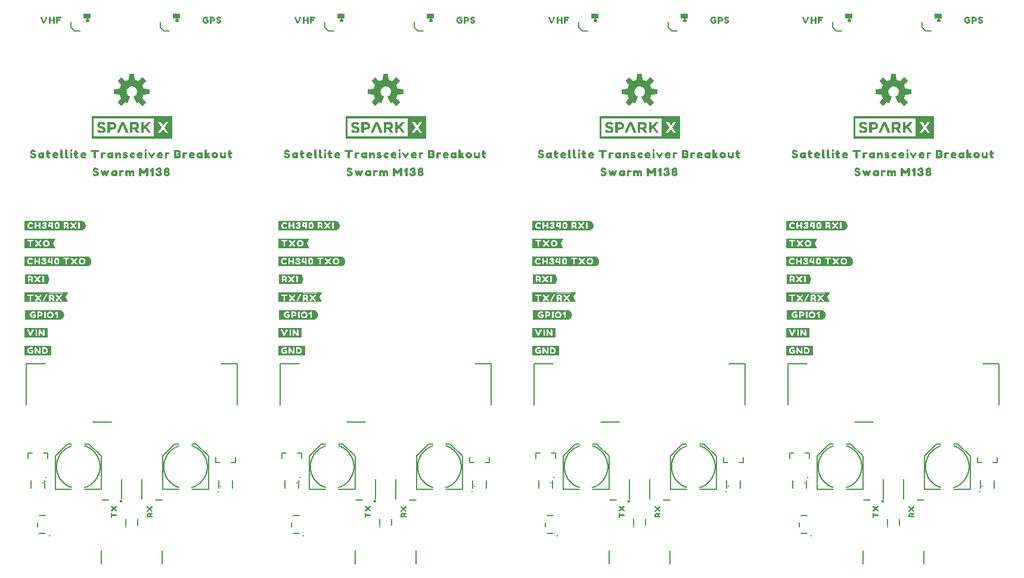
<source format=gto>
G04 EAGLE Gerber RS-274X export*
G75*
%MOMM*%
%FSLAX34Y34*%
%LPD*%
%INSilkscreen Top*%
%IPPOS*%
%AMOC8*
5,1,8,0,0,1.08239X$1,22.5*%
G01*
%ADD10C,0.203200*%
%ADD11C,0.300000*%
%ADD12C,0.152400*%
%ADD13C,0.400000*%
%ADD14C,0.254000*%
%ADD15C,0.254000*%

G36*
X1317037Y631868D02*
X1317037Y631868D01*
X1317032Y631875D01*
X1317039Y631881D01*
X1317039Y663519D01*
X1317003Y663567D01*
X1316996Y663561D01*
X1316990Y663568D01*
X1202690Y663568D01*
X1202643Y663532D01*
X1202648Y663525D01*
X1202641Y663519D01*
X1202641Y631881D01*
X1202677Y631833D01*
X1202684Y631839D01*
X1202690Y631832D01*
X1316990Y631832D01*
X1317037Y631868D01*
G37*
G36*
X595677Y631868D02*
X595677Y631868D01*
X595672Y631875D01*
X595679Y631881D01*
X595679Y663519D01*
X595643Y663567D01*
X595636Y663561D01*
X595630Y663568D01*
X481330Y663568D01*
X481283Y663532D01*
X481288Y663525D01*
X481281Y663519D01*
X481281Y631881D01*
X481317Y631833D01*
X481324Y631839D01*
X481330Y631832D01*
X595630Y631832D01*
X595677Y631868D01*
G37*
G36*
X956357Y631868D02*
X956357Y631868D01*
X956352Y631875D01*
X956359Y631881D01*
X956359Y663519D01*
X956323Y663567D01*
X956316Y663561D01*
X956310Y663568D01*
X842010Y663568D01*
X841963Y663532D01*
X841968Y663525D01*
X841961Y663519D01*
X841961Y631881D01*
X841997Y631833D01*
X842004Y631839D01*
X842010Y631832D01*
X956310Y631832D01*
X956357Y631868D01*
G37*
G36*
X234963Y663567D02*
X234963Y663567D01*
X234956Y663561D01*
X234950Y663568D01*
X120650Y663568D01*
X120603Y663532D01*
X120608Y663525D01*
X120601Y663519D01*
X120601Y631881D01*
X120637Y631833D01*
X120644Y631839D01*
X120650Y631832D01*
X234950Y631832D01*
X234997Y631868D01*
X234992Y631875D01*
X234999Y631881D01*
X234999Y663519D01*
X234963Y663567D01*
G37*
%LPC*%
G36*
X123637Y634868D02*
X123637Y634868D01*
X123637Y660532D01*
X209366Y660532D01*
X209366Y634868D01*
X123637Y634868D01*
G37*
%LPD*%
%LPC*%
G36*
X484317Y634868D02*
X484317Y634868D01*
X484317Y660532D01*
X570046Y660532D01*
X570046Y634868D01*
X484317Y634868D01*
G37*
%LPD*%
%LPC*%
G36*
X1205677Y634868D02*
X1205677Y634868D01*
X1205677Y660532D01*
X1291406Y660532D01*
X1291406Y634868D01*
X1205677Y634868D01*
G37*
%LPD*%
%LPC*%
G36*
X844997Y634868D02*
X844997Y634868D01*
X844997Y660532D01*
X930726Y660532D01*
X930726Y634868D01*
X844997Y634868D01*
G37*
%LPD*%
G36*
X113725Y450354D02*
X113725Y450354D01*
X113728Y450351D01*
X114328Y450451D01*
X115027Y450551D01*
X115727Y450651D01*
X115735Y450659D01*
X115742Y450656D01*
X117542Y451556D01*
X117545Y451563D01*
X117551Y451562D01*
X118051Y451962D01*
X118052Y451966D01*
X118055Y451965D01*
X119055Y452965D01*
X119056Y452972D01*
X119061Y452973D01*
X119461Y453573D01*
X119461Y453577D01*
X119464Y453578D01*
X120064Y454778D01*
X120063Y454783D01*
X120067Y454784D01*
X120267Y455384D01*
X120265Y455391D01*
X120269Y455393D01*
X120469Y456793D01*
X120466Y456798D01*
X120469Y456800D01*
X120469Y457400D01*
X120466Y457404D01*
X120469Y457407D01*
X120269Y458807D01*
X120264Y458812D01*
X120267Y458816D01*
X119867Y460016D01*
X119862Y460019D01*
X119864Y460022D01*
X119564Y460622D01*
X119560Y460624D01*
X119561Y460627D01*
X119161Y461227D01*
X119158Y461228D01*
X119158Y461231D01*
X118758Y461731D01*
X118754Y461732D01*
X118755Y461735D01*
X118255Y462235D01*
X118251Y462235D01*
X118251Y462238D01*
X117751Y462638D01*
X117747Y462639D01*
X117747Y462641D01*
X117147Y463041D01*
X117143Y463041D01*
X117142Y463044D01*
X115942Y463644D01*
X115935Y463643D01*
X115934Y463647D01*
X115234Y463847D01*
X115230Y463846D01*
X115228Y463849D01*
X114628Y463949D01*
X114627Y463948D01*
X114627Y463949D01*
X113927Y464049D01*
X113922Y464046D01*
X113920Y464049D01*
X25420Y464049D01*
X25382Y464020D01*
X25374Y464018D01*
X25174Y463518D01*
X25175Y463516D01*
X25173Y463514D01*
X25177Y463508D01*
X25178Y463505D01*
X25171Y463500D01*
X25171Y450600D01*
X25196Y450567D01*
X25198Y450556D01*
X25598Y450356D01*
X25614Y450359D01*
X25620Y450351D01*
X113720Y450351D01*
X113725Y450354D01*
G37*
G36*
X474405Y450354D02*
X474405Y450354D01*
X474408Y450351D01*
X475008Y450451D01*
X475707Y450551D01*
X476407Y450651D01*
X476415Y450659D01*
X476422Y450656D01*
X478222Y451556D01*
X478225Y451563D01*
X478231Y451562D01*
X478731Y451962D01*
X478732Y451966D01*
X478735Y451965D01*
X479735Y452965D01*
X479736Y452972D01*
X479741Y452973D01*
X480141Y453573D01*
X480141Y453577D01*
X480144Y453578D01*
X480744Y454778D01*
X480743Y454783D01*
X480747Y454784D01*
X480947Y455384D01*
X480945Y455391D01*
X480949Y455393D01*
X481149Y456793D01*
X481146Y456798D01*
X481149Y456800D01*
X481149Y457400D01*
X481146Y457404D01*
X481149Y457407D01*
X480949Y458807D01*
X480944Y458812D01*
X480947Y458816D01*
X480547Y460016D01*
X480542Y460019D01*
X480544Y460022D01*
X480244Y460622D01*
X480240Y460624D01*
X480241Y460627D01*
X479841Y461227D01*
X479838Y461228D01*
X479838Y461231D01*
X479438Y461731D01*
X479434Y461732D01*
X479435Y461735D01*
X478935Y462235D01*
X478931Y462235D01*
X478931Y462238D01*
X478431Y462638D01*
X478427Y462639D01*
X478427Y462641D01*
X477827Y463041D01*
X477823Y463041D01*
X477822Y463044D01*
X476622Y463644D01*
X476615Y463643D01*
X476614Y463647D01*
X475914Y463847D01*
X475910Y463846D01*
X475908Y463849D01*
X475308Y463949D01*
X475307Y463948D01*
X475307Y463949D01*
X474607Y464049D01*
X474602Y464046D01*
X474600Y464049D01*
X386100Y464049D01*
X386062Y464020D01*
X386054Y464018D01*
X385854Y463518D01*
X385855Y463516D01*
X385853Y463514D01*
X385857Y463508D01*
X385858Y463505D01*
X385851Y463500D01*
X385851Y450600D01*
X385876Y450567D01*
X385878Y450556D01*
X386278Y450356D01*
X386294Y450359D01*
X386300Y450351D01*
X474400Y450351D01*
X474405Y450354D01*
G37*
G36*
X835085Y450354D02*
X835085Y450354D01*
X835088Y450351D01*
X835688Y450451D01*
X836387Y450551D01*
X837087Y450651D01*
X837095Y450659D01*
X837102Y450656D01*
X838902Y451556D01*
X838905Y451563D01*
X838911Y451562D01*
X839411Y451962D01*
X839412Y451966D01*
X839415Y451965D01*
X840415Y452965D01*
X840416Y452972D01*
X840421Y452973D01*
X840821Y453573D01*
X840821Y453577D01*
X840824Y453578D01*
X841424Y454778D01*
X841423Y454783D01*
X841427Y454784D01*
X841627Y455384D01*
X841625Y455391D01*
X841629Y455393D01*
X841829Y456793D01*
X841826Y456798D01*
X841829Y456800D01*
X841829Y457400D01*
X841826Y457404D01*
X841829Y457407D01*
X841629Y458807D01*
X841624Y458812D01*
X841627Y458816D01*
X841227Y460016D01*
X841222Y460019D01*
X841224Y460022D01*
X840924Y460622D01*
X840920Y460624D01*
X840921Y460627D01*
X840521Y461227D01*
X840518Y461228D01*
X840518Y461231D01*
X840118Y461731D01*
X840114Y461732D01*
X840115Y461735D01*
X839615Y462235D01*
X839611Y462235D01*
X839611Y462238D01*
X839111Y462638D01*
X839107Y462639D01*
X839107Y462641D01*
X838507Y463041D01*
X838503Y463041D01*
X838502Y463044D01*
X837302Y463644D01*
X837295Y463643D01*
X837294Y463647D01*
X836594Y463847D01*
X836590Y463846D01*
X836588Y463849D01*
X835988Y463949D01*
X835987Y463948D01*
X835987Y463949D01*
X835287Y464049D01*
X835282Y464046D01*
X835280Y464049D01*
X746780Y464049D01*
X746742Y464020D01*
X746734Y464018D01*
X746534Y463518D01*
X746535Y463516D01*
X746533Y463514D01*
X746537Y463508D01*
X746538Y463505D01*
X746531Y463500D01*
X746531Y450600D01*
X746556Y450567D01*
X746558Y450556D01*
X746958Y450356D01*
X746974Y450359D01*
X746980Y450351D01*
X835080Y450351D01*
X835085Y450354D01*
G37*
G36*
X1195765Y450354D02*
X1195765Y450354D01*
X1195768Y450351D01*
X1196368Y450451D01*
X1197067Y450551D01*
X1197767Y450651D01*
X1197775Y450659D01*
X1197782Y450656D01*
X1199582Y451556D01*
X1199585Y451563D01*
X1199591Y451562D01*
X1200091Y451962D01*
X1200092Y451966D01*
X1200095Y451965D01*
X1201095Y452965D01*
X1201096Y452972D01*
X1201101Y452973D01*
X1201501Y453573D01*
X1201501Y453577D01*
X1201504Y453578D01*
X1202104Y454778D01*
X1202103Y454783D01*
X1202107Y454784D01*
X1202307Y455384D01*
X1202305Y455391D01*
X1202309Y455393D01*
X1202509Y456793D01*
X1202506Y456798D01*
X1202509Y456800D01*
X1202509Y457400D01*
X1202506Y457404D01*
X1202509Y457407D01*
X1202309Y458807D01*
X1202304Y458812D01*
X1202307Y458816D01*
X1201907Y460016D01*
X1201902Y460019D01*
X1201904Y460022D01*
X1201604Y460622D01*
X1201600Y460624D01*
X1201601Y460627D01*
X1201201Y461227D01*
X1201198Y461228D01*
X1201198Y461231D01*
X1200798Y461731D01*
X1200794Y461732D01*
X1200795Y461735D01*
X1200295Y462235D01*
X1200291Y462235D01*
X1200291Y462238D01*
X1199791Y462638D01*
X1199787Y462639D01*
X1199787Y462641D01*
X1199187Y463041D01*
X1199183Y463041D01*
X1199182Y463044D01*
X1197982Y463644D01*
X1197975Y463643D01*
X1197974Y463647D01*
X1197274Y463847D01*
X1197270Y463846D01*
X1197268Y463849D01*
X1196668Y463949D01*
X1196667Y463948D01*
X1196667Y463949D01*
X1195967Y464049D01*
X1195962Y464046D01*
X1195960Y464049D01*
X1107460Y464049D01*
X1107422Y464020D01*
X1107414Y464018D01*
X1107214Y463518D01*
X1107215Y463516D01*
X1107213Y463514D01*
X1107217Y463508D01*
X1107218Y463505D01*
X1107211Y463500D01*
X1107211Y450600D01*
X1107236Y450567D01*
X1107238Y450556D01*
X1107638Y450356D01*
X1107654Y450359D01*
X1107660Y450351D01*
X1195760Y450351D01*
X1195765Y450354D01*
G37*
G36*
X466194Y501154D02*
X466194Y501154D01*
X466197Y501151D01*
X467597Y501351D01*
X467602Y501356D01*
X467606Y501353D01*
X468205Y501553D01*
X468904Y501753D01*
X468908Y501758D01*
X468912Y501756D01*
X469512Y502056D01*
X469514Y502060D01*
X469517Y502059D01*
X470117Y502459D01*
X470118Y502462D01*
X470121Y502462D01*
X471121Y503262D01*
X471123Y503272D01*
X471131Y503273D01*
X471530Y503871D01*
X471928Y504369D01*
X471929Y504377D01*
X471934Y504378D01*
X472534Y505578D01*
X472533Y505585D01*
X472537Y505586D01*
X472737Y506285D01*
X472937Y506884D01*
X472933Y506895D01*
X472939Y506900D01*
X472939Y509000D01*
X472932Y509009D01*
X472937Y509016D01*
X472738Y509611D01*
X472639Y510307D01*
X472631Y510315D01*
X472634Y510322D01*
X472034Y511522D01*
X472030Y511524D01*
X472031Y511527D01*
X471631Y512127D01*
X471628Y512128D01*
X471628Y512131D01*
X471228Y512631D01*
X471221Y512633D01*
X471221Y512638D01*
X470723Y513037D01*
X470225Y513535D01*
X470213Y513536D01*
X470212Y513544D01*
X469615Y513843D01*
X469017Y514241D01*
X469008Y514240D01*
X469006Y514247D01*
X468406Y514447D01*
X468404Y514446D01*
X468404Y514447D01*
X467704Y514647D01*
X467699Y514646D01*
X467697Y514649D01*
X466998Y514749D01*
X466398Y514849D01*
X466393Y514846D01*
X466390Y514849D01*
X386590Y514849D01*
X386547Y514817D01*
X386543Y514816D01*
X386343Y514216D01*
X386343Y514215D01*
X386347Y514205D01*
X386341Y514200D01*
X386341Y501300D01*
X386377Y501253D01*
X386380Y501255D01*
X386382Y501251D01*
X386982Y501151D01*
X386987Y501154D01*
X386990Y501151D01*
X466190Y501151D01*
X466194Y501154D01*
G37*
G36*
X826874Y501154D02*
X826874Y501154D01*
X826877Y501151D01*
X828277Y501351D01*
X828282Y501356D01*
X828286Y501353D01*
X828885Y501553D01*
X829584Y501753D01*
X829588Y501758D01*
X829592Y501756D01*
X830192Y502056D01*
X830194Y502060D01*
X830197Y502059D01*
X830797Y502459D01*
X830798Y502462D01*
X830801Y502462D01*
X831801Y503262D01*
X831803Y503272D01*
X831811Y503273D01*
X832210Y503871D01*
X832608Y504369D01*
X832609Y504377D01*
X832614Y504378D01*
X833214Y505578D01*
X833213Y505585D01*
X833217Y505586D01*
X833417Y506285D01*
X833617Y506884D01*
X833613Y506895D01*
X833619Y506900D01*
X833619Y509000D01*
X833612Y509009D01*
X833617Y509016D01*
X833418Y509611D01*
X833319Y510307D01*
X833311Y510315D01*
X833314Y510322D01*
X832714Y511522D01*
X832710Y511524D01*
X832711Y511527D01*
X832311Y512127D01*
X832308Y512128D01*
X832308Y512131D01*
X831908Y512631D01*
X831901Y512633D01*
X831901Y512638D01*
X831403Y513037D01*
X830905Y513535D01*
X830893Y513536D01*
X830892Y513544D01*
X830295Y513843D01*
X829697Y514241D01*
X829688Y514240D01*
X829686Y514247D01*
X829086Y514447D01*
X829084Y514446D01*
X829084Y514447D01*
X828384Y514647D01*
X828379Y514646D01*
X828377Y514649D01*
X827678Y514749D01*
X827078Y514849D01*
X827073Y514846D01*
X827070Y514849D01*
X747270Y514849D01*
X747227Y514817D01*
X747223Y514816D01*
X747023Y514216D01*
X747023Y514215D01*
X747027Y514205D01*
X747021Y514200D01*
X747021Y501300D01*
X747057Y501253D01*
X747060Y501255D01*
X747062Y501251D01*
X747662Y501151D01*
X747667Y501154D01*
X747670Y501151D01*
X826870Y501151D01*
X826874Y501154D01*
G37*
G36*
X105514Y501154D02*
X105514Y501154D01*
X105517Y501151D01*
X106917Y501351D01*
X106922Y501356D01*
X106926Y501353D01*
X107525Y501553D01*
X108224Y501753D01*
X108228Y501758D01*
X108232Y501756D01*
X108832Y502056D01*
X108834Y502060D01*
X108837Y502059D01*
X109437Y502459D01*
X109438Y502462D01*
X109441Y502462D01*
X110441Y503262D01*
X110443Y503272D01*
X110451Y503273D01*
X110850Y503871D01*
X111248Y504369D01*
X111249Y504377D01*
X111254Y504378D01*
X111854Y505578D01*
X111853Y505585D01*
X111857Y505586D01*
X112057Y506285D01*
X112257Y506884D01*
X112253Y506895D01*
X112259Y506900D01*
X112259Y509000D01*
X112252Y509009D01*
X112257Y509016D01*
X112058Y509611D01*
X111959Y510307D01*
X111951Y510315D01*
X111954Y510322D01*
X111354Y511522D01*
X111350Y511524D01*
X111351Y511527D01*
X110951Y512127D01*
X110948Y512128D01*
X110948Y512131D01*
X110548Y512631D01*
X110541Y512633D01*
X110541Y512638D01*
X110043Y513037D01*
X109545Y513535D01*
X109533Y513536D01*
X109532Y513544D01*
X108935Y513843D01*
X108337Y514241D01*
X108328Y514240D01*
X108326Y514247D01*
X107726Y514447D01*
X107724Y514446D01*
X107724Y514447D01*
X107024Y514647D01*
X107019Y514646D01*
X107017Y514649D01*
X106318Y514749D01*
X105718Y514849D01*
X105713Y514846D01*
X105710Y514849D01*
X25910Y514849D01*
X25867Y514817D01*
X25863Y514816D01*
X25663Y514216D01*
X25663Y514215D01*
X25667Y514205D01*
X25661Y514200D01*
X25661Y501300D01*
X25697Y501253D01*
X25700Y501255D01*
X25702Y501251D01*
X26302Y501151D01*
X26307Y501154D01*
X26310Y501151D01*
X105510Y501151D01*
X105514Y501154D01*
G37*
G36*
X1187554Y501154D02*
X1187554Y501154D01*
X1187557Y501151D01*
X1188957Y501351D01*
X1188962Y501356D01*
X1188966Y501353D01*
X1189565Y501553D01*
X1190264Y501753D01*
X1190268Y501758D01*
X1190272Y501756D01*
X1190872Y502056D01*
X1190874Y502060D01*
X1190877Y502059D01*
X1191477Y502459D01*
X1191478Y502462D01*
X1191481Y502462D01*
X1192481Y503262D01*
X1192483Y503272D01*
X1192491Y503273D01*
X1192890Y503871D01*
X1193288Y504369D01*
X1193289Y504377D01*
X1193294Y504378D01*
X1193894Y505578D01*
X1193893Y505585D01*
X1193897Y505586D01*
X1194097Y506285D01*
X1194297Y506884D01*
X1194293Y506895D01*
X1194299Y506900D01*
X1194299Y509000D01*
X1194292Y509009D01*
X1194297Y509016D01*
X1194098Y509611D01*
X1193999Y510307D01*
X1193991Y510315D01*
X1193994Y510322D01*
X1193394Y511522D01*
X1193390Y511524D01*
X1193391Y511527D01*
X1192991Y512127D01*
X1192988Y512128D01*
X1192988Y512131D01*
X1192588Y512631D01*
X1192581Y512633D01*
X1192581Y512638D01*
X1192083Y513037D01*
X1191585Y513535D01*
X1191573Y513536D01*
X1191572Y513544D01*
X1190975Y513843D01*
X1190377Y514241D01*
X1190368Y514240D01*
X1190366Y514247D01*
X1189766Y514447D01*
X1189764Y514446D01*
X1189764Y514447D01*
X1189064Y514647D01*
X1189059Y514646D01*
X1189057Y514649D01*
X1188358Y514749D01*
X1187758Y514849D01*
X1187753Y514846D01*
X1187750Y514849D01*
X1107950Y514849D01*
X1107907Y514817D01*
X1107903Y514816D01*
X1107703Y514216D01*
X1107703Y514215D01*
X1107707Y514205D01*
X1107701Y514200D01*
X1107701Y501300D01*
X1107737Y501253D01*
X1107740Y501255D01*
X1107742Y501251D01*
X1108342Y501151D01*
X1108347Y501154D01*
X1108350Y501151D01*
X1187550Y501151D01*
X1187554Y501154D01*
G37*
G36*
X193225Y678430D02*
X193225Y678430D01*
X193281Y678430D01*
X193309Y678445D01*
X193341Y678450D01*
X193400Y678490D01*
X193436Y678508D01*
X193445Y678520D01*
X193461Y678531D01*
X197769Y682839D01*
X197786Y682866D01*
X197810Y682887D01*
X197831Y682939D01*
X197860Y682986D01*
X197863Y683018D01*
X197875Y683048D01*
X197872Y683103D01*
X197877Y683159D01*
X197865Y683189D01*
X197863Y683221D01*
X197829Y683284D01*
X197815Y683321D01*
X197804Y683331D01*
X197795Y683348D01*
X192828Y689439D01*
X194017Y691749D01*
X194024Y691775D01*
X194041Y691807D01*
X194833Y694281D01*
X202652Y695075D01*
X202683Y695085D01*
X202715Y695086D01*
X202764Y695113D01*
X202816Y695131D01*
X202839Y695154D01*
X202867Y695169D01*
X202899Y695215D01*
X202938Y695254D01*
X202948Y695285D01*
X202967Y695311D01*
X202980Y695381D01*
X202993Y695419D01*
X202991Y695434D01*
X202994Y695453D01*
X202994Y701547D01*
X202987Y701578D01*
X202989Y701610D01*
X202967Y701661D01*
X202955Y701716D01*
X202934Y701740D01*
X202922Y701770D01*
X202880Y701806D01*
X202845Y701849D01*
X202815Y701862D01*
X202791Y701883D01*
X202722Y701904D01*
X202686Y701920D01*
X202671Y701920D01*
X202652Y701925D01*
X194833Y702719D01*
X194041Y705193D01*
X194028Y705216D01*
X194017Y705251D01*
X192828Y707561D01*
X197795Y713652D01*
X197809Y713680D01*
X197830Y713704D01*
X197846Y713757D01*
X197871Y713807D01*
X197871Y713839D01*
X197880Y713870D01*
X197870Y713925D01*
X197870Y713981D01*
X197855Y714009D01*
X197850Y714041D01*
X197810Y714100D01*
X197792Y714136D01*
X197780Y714145D01*
X197769Y714161D01*
X193461Y718469D01*
X193434Y718486D01*
X193413Y718510D01*
X193361Y718531D01*
X193314Y718560D01*
X193282Y718563D01*
X193252Y718575D01*
X193197Y718572D01*
X193141Y718577D01*
X193111Y718565D01*
X193079Y718563D01*
X193016Y718529D01*
X192979Y718515D01*
X192969Y718504D01*
X192952Y718495D01*
X186861Y713528D01*
X184551Y714717D01*
X184525Y714724D01*
X184493Y714741D01*
X182019Y715533D01*
X181225Y723352D01*
X181217Y723378D01*
X181216Y723390D01*
X181215Y723393D01*
X181214Y723415D01*
X181187Y723464D01*
X181169Y723516D01*
X181146Y723539D01*
X181131Y723567D01*
X181085Y723599D01*
X181046Y723638D01*
X181015Y723648D01*
X180989Y723667D01*
X180919Y723680D01*
X180881Y723693D01*
X180866Y723691D01*
X180847Y723694D01*
X174753Y723694D01*
X174722Y723687D01*
X174690Y723689D01*
X174639Y723667D01*
X174584Y723655D01*
X174560Y723634D01*
X174530Y723622D01*
X174494Y723580D01*
X174451Y723545D01*
X174438Y723515D01*
X174417Y723491D01*
X174396Y723422D01*
X174380Y723386D01*
X174380Y723371D01*
X174378Y723364D01*
X174377Y723362D01*
X174377Y723361D01*
X174375Y723352D01*
X173581Y715533D01*
X171107Y714741D01*
X171084Y714728D01*
X171049Y714717D01*
X168739Y713528D01*
X162648Y718495D01*
X162620Y718509D01*
X162596Y718530D01*
X162543Y718546D01*
X162493Y718571D01*
X162461Y718571D01*
X162430Y718580D01*
X162375Y718570D01*
X162319Y718570D01*
X162291Y718555D01*
X162259Y718550D01*
X162200Y718510D01*
X162165Y718492D01*
X162155Y718480D01*
X162139Y718469D01*
X157831Y714161D01*
X157814Y714134D01*
X157790Y714113D01*
X157769Y714061D01*
X157740Y714014D01*
X157737Y713982D01*
X157725Y713952D01*
X157729Y713897D01*
X157723Y713841D01*
X157735Y713811D01*
X157737Y713779D01*
X157771Y713716D01*
X157785Y713679D01*
X157796Y713669D01*
X157805Y713652D01*
X162772Y707561D01*
X161583Y705251D01*
X161576Y705225D01*
X161559Y705193D01*
X160767Y702719D01*
X152948Y701925D01*
X152917Y701915D01*
X152885Y701914D01*
X152836Y701887D01*
X152784Y701869D01*
X152761Y701846D01*
X152733Y701831D01*
X152701Y701785D01*
X152662Y701746D01*
X152652Y701715D01*
X152633Y701689D01*
X152620Y701619D01*
X152607Y701581D01*
X152609Y701566D01*
X152606Y701547D01*
X152606Y695453D01*
X152613Y695422D01*
X152611Y695390D01*
X152633Y695339D01*
X152645Y695284D01*
X152666Y695260D01*
X152678Y695230D01*
X152720Y695194D01*
X152755Y695151D01*
X152785Y695138D01*
X152809Y695117D01*
X152878Y695096D01*
X152914Y695080D01*
X152929Y695080D01*
X152948Y695075D01*
X160767Y694281D01*
X161559Y691807D01*
X161572Y691784D01*
X161583Y691749D01*
X162772Y689439D01*
X157805Y683348D01*
X157791Y683320D01*
X157770Y683296D01*
X157754Y683243D01*
X157729Y683193D01*
X157729Y683161D01*
X157720Y683130D01*
X157730Y683075D01*
X157730Y683019D01*
X157745Y682991D01*
X157750Y682959D01*
X157790Y682900D01*
X157808Y682865D01*
X157820Y682855D01*
X157831Y682839D01*
X162139Y678531D01*
X162166Y678514D01*
X162187Y678490D01*
X162239Y678469D01*
X162286Y678440D01*
X162318Y678437D01*
X162348Y678425D01*
X162403Y678429D01*
X162459Y678423D01*
X162489Y678435D01*
X162521Y678437D01*
X162584Y678471D01*
X162621Y678485D01*
X162631Y678496D01*
X162648Y678505D01*
X168739Y683472D01*
X171048Y682282D01*
X171112Y682266D01*
X171175Y682243D01*
X171196Y682245D01*
X171216Y682240D01*
X171281Y682254D01*
X171347Y682261D01*
X171365Y682272D01*
X171385Y682277D01*
X171437Y682318D01*
X171493Y682354D01*
X171506Y682373D01*
X171521Y682385D01*
X171537Y682420D01*
X171573Y682474D01*
X175161Y691136D01*
X175167Y691169D01*
X175181Y691198D01*
X175180Y691253D01*
X175189Y691307D01*
X175180Y691339D01*
X175180Y691371D01*
X175155Y691420D01*
X175139Y691473D01*
X175116Y691497D01*
X175102Y691526D01*
X175047Y691571D01*
X175020Y691599D01*
X175005Y691605D01*
X174989Y691617D01*
X173671Y692322D01*
X172545Y693246D01*
X171621Y694372D01*
X170935Y695656D01*
X170512Y697050D01*
X170369Y698499D01*
X170526Y700018D01*
X170989Y701471D01*
X171740Y702800D01*
X172746Y703947D01*
X173965Y704864D01*
X175346Y705514D01*
X176830Y705867D01*
X178355Y705910D01*
X179857Y705640D01*
X181272Y705070D01*
X182540Y704222D01*
X183609Y703133D01*
X184433Y701849D01*
X184977Y700423D01*
X185219Y698917D01*
X185147Y697393D01*
X184766Y695915D01*
X184092Y694547D01*
X183152Y693345D01*
X181986Y692361D01*
X180609Y691617D01*
X180586Y691596D01*
X180557Y691582D01*
X180521Y691539D01*
X180480Y691502D01*
X180468Y691472D01*
X180448Y691448D01*
X180435Y691393D01*
X180414Y691341D01*
X180417Y691309D01*
X180410Y691278D01*
X180424Y691207D01*
X180427Y691168D01*
X180435Y691155D01*
X180439Y691136D01*
X184027Y682474D01*
X184066Y682420D01*
X184098Y682363D01*
X184115Y682351D01*
X184128Y682334D01*
X184186Y682303D01*
X184241Y682265D01*
X184262Y682262D01*
X184281Y682252D01*
X184347Y682251D01*
X184413Y682241D01*
X184436Y682248D01*
X184454Y682247D01*
X184489Y682264D01*
X184552Y682282D01*
X186861Y683472D01*
X192952Y678505D01*
X192980Y678491D01*
X193004Y678470D01*
X193057Y678454D01*
X193107Y678429D01*
X193139Y678429D01*
X193170Y678420D01*
X193225Y678430D01*
G37*
G36*
X553905Y678430D02*
X553905Y678430D01*
X553961Y678430D01*
X553989Y678445D01*
X554021Y678450D01*
X554080Y678490D01*
X554116Y678508D01*
X554125Y678520D01*
X554141Y678531D01*
X558449Y682839D01*
X558466Y682866D01*
X558490Y682887D01*
X558511Y682939D01*
X558540Y682986D01*
X558543Y683018D01*
X558555Y683048D01*
X558552Y683103D01*
X558557Y683159D01*
X558545Y683189D01*
X558543Y683221D01*
X558509Y683284D01*
X558495Y683321D01*
X558484Y683331D01*
X558475Y683348D01*
X553508Y689439D01*
X554697Y691749D01*
X554704Y691775D01*
X554721Y691807D01*
X555513Y694281D01*
X563332Y695075D01*
X563363Y695085D01*
X563395Y695086D01*
X563444Y695113D01*
X563496Y695131D01*
X563519Y695154D01*
X563547Y695169D01*
X563579Y695215D01*
X563618Y695254D01*
X563628Y695285D01*
X563647Y695311D01*
X563660Y695381D01*
X563673Y695419D01*
X563671Y695434D01*
X563674Y695453D01*
X563674Y701547D01*
X563667Y701578D01*
X563669Y701610D01*
X563647Y701661D01*
X563635Y701716D01*
X563614Y701740D01*
X563602Y701770D01*
X563560Y701806D01*
X563525Y701849D01*
X563495Y701862D01*
X563471Y701883D01*
X563402Y701904D01*
X563366Y701920D01*
X563351Y701920D01*
X563332Y701925D01*
X555513Y702719D01*
X554721Y705193D01*
X554708Y705216D01*
X554697Y705251D01*
X553508Y707561D01*
X558475Y713652D01*
X558489Y713680D01*
X558510Y713704D01*
X558526Y713757D01*
X558551Y713807D01*
X558551Y713839D01*
X558560Y713870D01*
X558550Y713925D01*
X558550Y713981D01*
X558535Y714009D01*
X558530Y714041D01*
X558490Y714100D01*
X558472Y714136D01*
X558460Y714145D01*
X558449Y714161D01*
X554141Y718469D01*
X554114Y718486D01*
X554093Y718510D01*
X554041Y718531D01*
X553994Y718560D01*
X553962Y718563D01*
X553932Y718575D01*
X553877Y718572D01*
X553821Y718577D01*
X553791Y718565D01*
X553759Y718563D01*
X553696Y718529D01*
X553659Y718515D01*
X553649Y718504D01*
X553632Y718495D01*
X547541Y713528D01*
X545231Y714717D01*
X545205Y714724D01*
X545173Y714741D01*
X542699Y715533D01*
X541905Y723352D01*
X541897Y723378D01*
X541896Y723390D01*
X541895Y723393D01*
X541894Y723415D01*
X541867Y723464D01*
X541849Y723516D01*
X541826Y723539D01*
X541811Y723567D01*
X541765Y723599D01*
X541726Y723638D01*
X541695Y723648D01*
X541669Y723667D01*
X541599Y723680D01*
X541561Y723693D01*
X541546Y723691D01*
X541527Y723694D01*
X535433Y723694D01*
X535402Y723687D01*
X535370Y723689D01*
X535319Y723667D01*
X535264Y723655D01*
X535240Y723634D01*
X535210Y723622D01*
X535174Y723580D01*
X535131Y723545D01*
X535118Y723515D01*
X535097Y723491D01*
X535076Y723422D01*
X535060Y723386D01*
X535060Y723371D01*
X535058Y723364D01*
X535057Y723362D01*
X535057Y723361D01*
X535055Y723352D01*
X534261Y715533D01*
X531787Y714741D01*
X531764Y714728D01*
X531729Y714717D01*
X529419Y713528D01*
X523328Y718495D01*
X523300Y718509D01*
X523276Y718530D01*
X523223Y718546D01*
X523173Y718571D01*
X523141Y718571D01*
X523110Y718580D01*
X523055Y718570D01*
X522999Y718570D01*
X522971Y718555D01*
X522939Y718550D01*
X522880Y718510D01*
X522845Y718492D01*
X522835Y718480D01*
X522819Y718469D01*
X518511Y714161D01*
X518494Y714134D01*
X518470Y714113D01*
X518449Y714061D01*
X518420Y714014D01*
X518417Y713982D01*
X518405Y713952D01*
X518409Y713897D01*
X518403Y713841D01*
X518415Y713811D01*
X518417Y713779D01*
X518451Y713716D01*
X518465Y713679D01*
X518476Y713669D01*
X518485Y713652D01*
X523452Y707561D01*
X522263Y705251D01*
X522256Y705225D01*
X522239Y705193D01*
X521447Y702719D01*
X513628Y701925D01*
X513597Y701915D01*
X513565Y701914D01*
X513516Y701887D01*
X513464Y701869D01*
X513441Y701846D01*
X513413Y701831D01*
X513381Y701785D01*
X513342Y701746D01*
X513332Y701715D01*
X513313Y701689D01*
X513300Y701619D01*
X513287Y701581D01*
X513289Y701566D01*
X513286Y701547D01*
X513286Y695453D01*
X513293Y695422D01*
X513291Y695390D01*
X513313Y695339D01*
X513325Y695284D01*
X513346Y695260D01*
X513358Y695230D01*
X513400Y695194D01*
X513435Y695151D01*
X513465Y695138D01*
X513489Y695117D01*
X513558Y695096D01*
X513594Y695080D01*
X513609Y695080D01*
X513628Y695075D01*
X521447Y694281D01*
X522239Y691807D01*
X522252Y691784D01*
X522263Y691749D01*
X523452Y689439D01*
X518485Y683348D01*
X518471Y683320D01*
X518450Y683296D01*
X518434Y683243D01*
X518409Y683193D01*
X518409Y683161D01*
X518400Y683130D01*
X518410Y683075D01*
X518410Y683019D01*
X518425Y682991D01*
X518430Y682959D01*
X518470Y682900D01*
X518488Y682865D01*
X518500Y682855D01*
X518511Y682839D01*
X522819Y678531D01*
X522846Y678514D01*
X522867Y678490D01*
X522919Y678469D01*
X522966Y678440D01*
X522998Y678437D01*
X523028Y678425D01*
X523083Y678429D01*
X523139Y678423D01*
X523169Y678435D01*
X523201Y678437D01*
X523264Y678471D01*
X523301Y678485D01*
X523311Y678496D01*
X523328Y678505D01*
X529419Y683472D01*
X531728Y682282D01*
X531792Y682266D01*
X531855Y682243D01*
X531876Y682245D01*
X531896Y682240D01*
X531961Y682254D01*
X532027Y682261D01*
X532045Y682272D01*
X532065Y682277D01*
X532117Y682318D01*
X532173Y682354D01*
X532186Y682373D01*
X532201Y682385D01*
X532217Y682420D01*
X532253Y682474D01*
X535841Y691136D01*
X535847Y691169D01*
X535861Y691198D01*
X535860Y691253D01*
X535869Y691307D01*
X535860Y691339D01*
X535860Y691371D01*
X535835Y691420D01*
X535819Y691473D01*
X535796Y691497D01*
X535782Y691526D01*
X535727Y691571D01*
X535700Y691599D01*
X535685Y691605D01*
X535669Y691617D01*
X534351Y692322D01*
X533225Y693246D01*
X532301Y694372D01*
X531615Y695656D01*
X531192Y697050D01*
X531049Y698499D01*
X531206Y700018D01*
X531669Y701471D01*
X532420Y702800D01*
X533426Y703947D01*
X534645Y704864D01*
X536026Y705514D01*
X537510Y705867D01*
X539035Y705910D01*
X540537Y705640D01*
X541952Y705070D01*
X543220Y704222D01*
X544289Y703133D01*
X545113Y701849D01*
X545657Y700423D01*
X545899Y698917D01*
X545827Y697393D01*
X545446Y695915D01*
X544772Y694547D01*
X543832Y693345D01*
X542666Y692361D01*
X541289Y691617D01*
X541266Y691596D01*
X541237Y691582D01*
X541201Y691539D01*
X541160Y691502D01*
X541148Y691472D01*
X541128Y691448D01*
X541115Y691393D01*
X541094Y691341D01*
X541097Y691309D01*
X541090Y691278D01*
X541104Y691207D01*
X541107Y691168D01*
X541115Y691155D01*
X541119Y691136D01*
X544707Y682474D01*
X544746Y682420D01*
X544778Y682363D01*
X544795Y682351D01*
X544808Y682334D01*
X544866Y682303D01*
X544921Y682265D01*
X544942Y682262D01*
X544961Y682252D01*
X545027Y682251D01*
X545093Y682241D01*
X545116Y682248D01*
X545134Y682247D01*
X545169Y682264D01*
X545232Y682282D01*
X547541Y683472D01*
X553632Y678505D01*
X553660Y678491D01*
X553684Y678470D01*
X553737Y678454D01*
X553787Y678429D01*
X553819Y678429D01*
X553850Y678420D01*
X553905Y678430D01*
G37*
G36*
X914585Y678430D02*
X914585Y678430D01*
X914641Y678430D01*
X914669Y678445D01*
X914701Y678450D01*
X914760Y678490D01*
X914796Y678508D01*
X914805Y678520D01*
X914821Y678531D01*
X919129Y682839D01*
X919146Y682866D01*
X919170Y682887D01*
X919191Y682939D01*
X919220Y682986D01*
X919223Y683018D01*
X919235Y683048D01*
X919232Y683103D01*
X919237Y683159D01*
X919225Y683189D01*
X919223Y683221D01*
X919189Y683284D01*
X919175Y683321D01*
X919164Y683331D01*
X919155Y683348D01*
X914188Y689439D01*
X915377Y691749D01*
X915384Y691775D01*
X915401Y691807D01*
X916193Y694281D01*
X924012Y695075D01*
X924043Y695085D01*
X924075Y695086D01*
X924124Y695113D01*
X924176Y695131D01*
X924199Y695154D01*
X924227Y695169D01*
X924259Y695215D01*
X924298Y695254D01*
X924308Y695285D01*
X924327Y695311D01*
X924340Y695381D01*
X924353Y695419D01*
X924351Y695434D01*
X924354Y695453D01*
X924354Y701547D01*
X924347Y701578D01*
X924349Y701610D01*
X924327Y701661D01*
X924315Y701716D01*
X924294Y701740D01*
X924282Y701770D01*
X924240Y701806D01*
X924205Y701849D01*
X924175Y701862D01*
X924151Y701883D01*
X924082Y701904D01*
X924046Y701920D01*
X924031Y701920D01*
X924012Y701925D01*
X916193Y702719D01*
X915401Y705193D01*
X915388Y705216D01*
X915377Y705251D01*
X914188Y707561D01*
X919155Y713652D01*
X919169Y713680D01*
X919190Y713704D01*
X919206Y713757D01*
X919231Y713807D01*
X919231Y713839D01*
X919240Y713870D01*
X919230Y713925D01*
X919230Y713981D01*
X919215Y714009D01*
X919210Y714041D01*
X919170Y714100D01*
X919152Y714136D01*
X919140Y714145D01*
X919129Y714161D01*
X914821Y718469D01*
X914794Y718486D01*
X914773Y718510D01*
X914721Y718531D01*
X914674Y718560D01*
X914642Y718563D01*
X914612Y718575D01*
X914557Y718572D01*
X914501Y718577D01*
X914471Y718565D01*
X914439Y718563D01*
X914376Y718529D01*
X914339Y718515D01*
X914329Y718504D01*
X914312Y718495D01*
X908221Y713528D01*
X905911Y714717D01*
X905885Y714724D01*
X905853Y714741D01*
X903379Y715533D01*
X902585Y723352D01*
X902577Y723378D01*
X902576Y723390D01*
X902575Y723393D01*
X902574Y723415D01*
X902547Y723464D01*
X902529Y723516D01*
X902506Y723539D01*
X902491Y723567D01*
X902445Y723599D01*
X902406Y723638D01*
X902375Y723648D01*
X902349Y723667D01*
X902279Y723680D01*
X902241Y723693D01*
X902226Y723691D01*
X902207Y723694D01*
X896113Y723694D01*
X896082Y723687D01*
X896050Y723689D01*
X895999Y723667D01*
X895944Y723655D01*
X895920Y723634D01*
X895890Y723622D01*
X895854Y723580D01*
X895811Y723545D01*
X895798Y723515D01*
X895777Y723491D01*
X895756Y723422D01*
X895740Y723386D01*
X895740Y723371D01*
X895738Y723364D01*
X895737Y723362D01*
X895737Y723361D01*
X895735Y723352D01*
X894941Y715533D01*
X892467Y714741D01*
X892444Y714728D01*
X892409Y714717D01*
X890099Y713528D01*
X884008Y718495D01*
X883980Y718509D01*
X883956Y718530D01*
X883903Y718546D01*
X883853Y718571D01*
X883821Y718571D01*
X883790Y718580D01*
X883735Y718570D01*
X883679Y718570D01*
X883651Y718555D01*
X883619Y718550D01*
X883560Y718510D01*
X883525Y718492D01*
X883515Y718480D01*
X883499Y718469D01*
X879191Y714161D01*
X879174Y714134D01*
X879150Y714113D01*
X879129Y714061D01*
X879100Y714014D01*
X879097Y713982D01*
X879085Y713952D01*
X879089Y713897D01*
X879083Y713841D01*
X879095Y713811D01*
X879097Y713779D01*
X879131Y713716D01*
X879145Y713679D01*
X879156Y713669D01*
X879165Y713652D01*
X884132Y707561D01*
X882943Y705251D01*
X882936Y705225D01*
X882919Y705193D01*
X882127Y702719D01*
X874308Y701925D01*
X874277Y701915D01*
X874245Y701914D01*
X874196Y701887D01*
X874144Y701869D01*
X874121Y701846D01*
X874093Y701831D01*
X874061Y701785D01*
X874022Y701746D01*
X874012Y701715D01*
X873993Y701689D01*
X873980Y701619D01*
X873967Y701581D01*
X873969Y701566D01*
X873966Y701547D01*
X873966Y695453D01*
X873973Y695422D01*
X873971Y695390D01*
X873993Y695339D01*
X874005Y695284D01*
X874026Y695260D01*
X874038Y695230D01*
X874080Y695194D01*
X874115Y695151D01*
X874145Y695138D01*
X874169Y695117D01*
X874238Y695096D01*
X874274Y695080D01*
X874289Y695080D01*
X874308Y695075D01*
X882127Y694281D01*
X882919Y691807D01*
X882932Y691784D01*
X882943Y691749D01*
X884132Y689439D01*
X879165Y683348D01*
X879151Y683320D01*
X879130Y683296D01*
X879114Y683243D01*
X879089Y683193D01*
X879089Y683161D01*
X879080Y683130D01*
X879090Y683075D01*
X879090Y683019D01*
X879105Y682991D01*
X879110Y682959D01*
X879150Y682900D01*
X879168Y682865D01*
X879180Y682855D01*
X879191Y682839D01*
X883499Y678531D01*
X883526Y678514D01*
X883547Y678490D01*
X883599Y678469D01*
X883646Y678440D01*
X883678Y678437D01*
X883708Y678425D01*
X883763Y678429D01*
X883819Y678423D01*
X883849Y678435D01*
X883881Y678437D01*
X883944Y678471D01*
X883981Y678485D01*
X883991Y678496D01*
X884008Y678505D01*
X890099Y683472D01*
X892408Y682282D01*
X892472Y682266D01*
X892535Y682243D01*
X892556Y682245D01*
X892576Y682240D01*
X892641Y682254D01*
X892707Y682261D01*
X892725Y682272D01*
X892745Y682277D01*
X892797Y682318D01*
X892853Y682354D01*
X892866Y682373D01*
X892881Y682385D01*
X892897Y682420D01*
X892933Y682474D01*
X896521Y691136D01*
X896527Y691169D01*
X896541Y691198D01*
X896540Y691253D01*
X896549Y691307D01*
X896540Y691339D01*
X896540Y691371D01*
X896515Y691420D01*
X896499Y691473D01*
X896476Y691497D01*
X896462Y691526D01*
X896407Y691571D01*
X896380Y691599D01*
X896365Y691605D01*
X896349Y691617D01*
X895031Y692322D01*
X893905Y693246D01*
X892981Y694372D01*
X892295Y695656D01*
X891872Y697050D01*
X891729Y698499D01*
X891886Y700018D01*
X892349Y701471D01*
X893100Y702800D01*
X894106Y703947D01*
X895325Y704864D01*
X896706Y705514D01*
X898190Y705867D01*
X899715Y705910D01*
X901217Y705640D01*
X902632Y705070D01*
X903900Y704222D01*
X904969Y703133D01*
X905793Y701849D01*
X906337Y700423D01*
X906579Y698917D01*
X906507Y697393D01*
X906126Y695915D01*
X905452Y694547D01*
X904512Y693345D01*
X903346Y692361D01*
X901969Y691617D01*
X901946Y691596D01*
X901917Y691582D01*
X901881Y691539D01*
X901840Y691502D01*
X901828Y691472D01*
X901808Y691448D01*
X901795Y691393D01*
X901774Y691341D01*
X901777Y691309D01*
X901770Y691278D01*
X901784Y691207D01*
X901787Y691168D01*
X901795Y691155D01*
X901799Y691136D01*
X905387Y682474D01*
X905426Y682420D01*
X905458Y682363D01*
X905475Y682351D01*
X905488Y682334D01*
X905546Y682303D01*
X905601Y682265D01*
X905622Y682262D01*
X905641Y682252D01*
X905707Y682251D01*
X905773Y682241D01*
X905796Y682248D01*
X905814Y682247D01*
X905849Y682264D01*
X905912Y682282D01*
X908221Y683472D01*
X914312Y678505D01*
X914340Y678491D01*
X914364Y678470D01*
X914417Y678454D01*
X914467Y678429D01*
X914499Y678429D01*
X914530Y678420D01*
X914585Y678430D01*
G37*
G36*
X1275265Y678430D02*
X1275265Y678430D01*
X1275321Y678430D01*
X1275349Y678445D01*
X1275381Y678450D01*
X1275440Y678490D01*
X1275476Y678508D01*
X1275485Y678520D01*
X1275501Y678531D01*
X1279809Y682839D01*
X1279826Y682866D01*
X1279850Y682887D01*
X1279871Y682939D01*
X1279900Y682986D01*
X1279903Y683018D01*
X1279915Y683048D01*
X1279912Y683103D01*
X1279917Y683159D01*
X1279905Y683189D01*
X1279903Y683221D01*
X1279869Y683284D01*
X1279855Y683321D01*
X1279844Y683331D01*
X1279835Y683348D01*
X1274868Y689439D01*
X1276057Y691749D01*
X1276064Y691775D01*
X1276081Y691807D01*
X1276873Y694281D01*
X1284692Y695075D01*
X1284723Y695085D01*
X1284755Y695086D01*
X1284804Y695113D01*
X1284856Y695131D01*
X1284879Y695154D01*
X1284907Y695169D01*
X1284939Y695215D01*
X1284978Y695254D01*
X1284988Y695285D01*
X1285007Y695311D01*
X1285020Y695381D01*
X1285033Y695419D01*
X1285031Y695434D01*
X1285034Y695453D01*
X1285034Y701547D01*
X1285027Y701578D01*
X1285029Y701610D01*
X1285007Y701661D01*
X1284995Y701716D01*
X1284974Y701740D01*
X1284962Y701770D01*
X1284920Y701806D01*
X1284885Y701849D01*
X1284855Y701862D01*
X1284831Y701883D01*
X1284762Y701904D01*
X1284726Y701920D01*
X1284711Y701920D01*
X1284692Y701925D01*
X1276873Y702719D01*
X1276081Y705193D01*
X1276068Y705216D01*
X1276057Y705251D01*
X1274868Y707561D01*
X1279835Y713652D01*
X1279849Y713680D01*
X1279870Y713704D01*
X1279886Y713757D01*
X1279911Y713807D01*
X1279911Y713839D01*
X1279920Y713870D01*
X1279910Y713925D01*
X1279910Y713981D01*
X1279895Y714009D01*
X1279890Y714041D01*
X1279850Y714100D01*
X1279832Y714136D01*
X1279820Y714145D01*
X1279809Y714161D01*
X1275501Y718469D01*
X1275474Y718486D01*
X1275453Y718510D01*
X1275401Y718531D01*
X1275354Y718560D01*
X1275322Y718563D01*
X1275292Y718575D01*
X1275237Y718572D01*
X1275181Y718577D01*
X1275151Y718565D01*
X1275119Y718563D01*
X1275056Y718529D01*
X1275019Y718515D01*
X1275009Y718504D01*
X1274992Y718495D01*
X1268901Y713528D01*
X1266591Y714717D01*
X1266565Y714724D01*
X1266533Y714741D01*
X1264059Y715533D01*
X1263265Y723352D01*
X1263257Y723378D01*
X1263256Y723390D01*
X1263255Y723393D01*
X1263254Y723415D01*
X1263227Y723464D01*
X1263209Y723516D01*
X1263186Y723539D01*
X1263171Y723567D01*
X1263125Y723599D01*
X1263086Y723638D01*
X1263055Y723648D01*
X1263029Y723667D01*
X1262959Y723680D01*
X1262921Y723693D01*
X1262906Y723691D01*
X1262887Y723694D01*
X1256793Y723694D01*
X1256762Y723687D01*
X1256730Y723689D01*
X1256679Y723667D01*
X1256624Y723655D01*
X1256600Y723634D01*
X1256570Y723622D01*
X1256534Y723580D01*
X1256491Y723545D01*
X1256478Y723515D01*
X1256457Y723491D01*
X1256436Y723422D01*
X1256420Y723386D01*
X1256420Y723371D01*
X1256418Y723364D01*
X1256417Y723362D01*
X1256417Y723361D01*
X1256415Y723352D01*
X1255621Y715533D01*
X1253147Y714741D01*
X1253124Y714728D01*
X1253089Y714717D01*
X1250779Y713528D01*
X1244688Y718495D01*
X1244660Y718509D01*
X1244636Y718530D01*
X1244583Y718546D01*
X1244533Y718571D01*
X1244501Y718571D01*
X1244470Y718580D01*
X1244415Y718570D01*
X1244359Y718570D01*
X1244331Y718555D01*
X1244299Y718550D01*
X1244240Y718510D01*
X1244205Y718492D01*
X1244195Y718480D01*
X1244179Y718469D01*
X1239871Y714161D01*
X1239854Y714134D01*
X1239830Y714113D01*
X1239809Y714061D01*
X1239780Y714014D01*
X1239777Y713982D01*
X1239765Y713952D01*
X1239769Y713897D01*
X1239763Y713841D01*
X1239775Y713811D01*
X1239777Y713779D01*
X1239811Y713716D01*
X1239825Y713679D01*
X1239836Y713669D01*
X1239845Y713652D01*
X1244812Y707561D01*
X1243623Y705251D01*
X1243616Y705225D01*
X1243599Y705193D01*
X1242807Y702719D01*
X1234988Y701925D01*
X1234957Y701915D01*
X1234925Y701914D01*
X1234876Y701887D01*
X1234824Y701869D01*
X1234801Y701846D01*
X1234773Y701831D01*
X1234741Y701785D01*
X1234702Y701746D01*
X1234692Y701715D01*
X1234673Y701689D01*
X1234660Y701619D01*
X1234647Y701581D01*
X1234649Y701566D01*
X1234646Y701547D01*
X1234646Y695453D01*
X1234653Y695422D01*
X1234651Y695390D01*
X1234673Y695339D01*
X1234685Y695284D01*
X1234706Y695260D01*
X1234718Y695230D01*
X1234760Y695194D01*
X1234795Y695151D01*
X1234825Y695138D01*
X1234849Y695117D01*
X1234918Y695096D01*
X1234954Y695080D01*
X1234969Y695080D01*
X1234988Y695075D01*
X1242807Y694281D01*
X1243599Y691807D01*
X1243612Y691784D01*
X1243623Y691749D01*
X1244812Y689439D01*
X1239845Y683348D01*
X1239831Y683320D01*
X1239810Y683296D01*
X1239794Y683243D01*
X1239769Y683193D01*
X1239769Y683161D01*
X1239760Y683130D01*
X1239770Y683075D01*
X1239770Y683019D01*
X1239785Y682991D01*
X1239790Y682959D01*
X1239830Y682900D01*
X1239848Y682865D01*
X1239860Y682855D01*
X1239871Y682839D01*
X1244179Y678531D01*
X1244206Y678514D01*
X1244227Y678490D01*
X1244279Y678469D01*
X1244326Y678440D01*
X1244358Y678437D01*
X1244388Y678425D01*
X1244443Y678429D01*
X1244499Y678423D01*
X1244529Y678435D01*
X1244561Y678437D01*
X1244624Y678471D01*
X1244661Y678485D01*
X1244671Y678496D01*
X1244688Y678505D01*
X1250779Y683472D01*
X1253088Y682282D01*
X1253152Y682266D01*
X1253215Y682243D01*
X1253236Y682245D01*
X1253256Y682240D01*
X1253321Y682254D01*
X1253387Y682261D01*
X1253405Y682272D01*
X1253425Y682277D01*
X1253477Y682318D01*
X1253533Y682354D01*
X1253546Y682373D01*
X1253561Y682385D01*
X1253577Y682420D01*
X1253613Y682474D01*
X1257201Y691136D01*
X1257207Y691169D01*
X1257221Y691198D01*
X1257220Y691253D01*
X1257229Y691307D01*
X1257220Y691339D01*
X1257220Y691371D01*
X1257195Y691420D01*
X1257179Y691473D01*
X1257156Y691497D01*
X1257142Y691526D01*
X1257087Y691571D01*
X1257060Y691599D01*
X1257045Y691605D01*
X1257029Y691617D01*
X1255711Y692322D01*
X1254585Y693246D01*
X1253661Y694372D01*
X1252975Y695656D01*
X1252552Y697050D01*
X1252409Y698499D01*
X1252566Y700018D01*
X1253029Y701471D01*
X1253780Y702800D01*
X1254786Y703947D01*
X1256005Y704864D01*
X1257386Y705514D01*
X1258870Y705867D01*
X1260395Y705910D01*
X1261897Y705640D01*
X1263312Y705070D01*
X1264580Y704222D01*
X1265649Y703133D01*
X1266473Y701849D01*
X1267017Y700423D01*
X1267259Y698917D01*
X1267187Y697393D01*
X1266806Y695915D01*
X1266132Y694547D01*
X1265192Y693345D01*
X1264026Y692361D01*
X1262649Y691617D01*
X1262626Y691596D01*
X1262597Y691582D01*
X1262561Y691539D01*
X1262520Y691502D01*
X1262508Y691472D01*
X1262488Y691448D01*
X1262475Y691393D01*
X1262454Y691341D01*
X1262457Y691309D01*
X1262450Y691278D01*
X1262464Y691207D01*
X1262467Y691168D01*
X1262475Y691155D01*
X1262479Y691136D01*
X1266067Y682474D01*
X1266106Y682420D01*
X1266138Y682363D01*
X1266155Y682351D01*
X1266168Y682334D01*
X1266226Y682303D01*
X1266281Y682265D01*
X1266302Y682262D01*
X1266321Y682252D01*
X1266387Y682251D01*
X1266453Y682241D01*
X1266476Y682248D01*
X1266494Y682247D01*
X1266529Y682264D01*
X1266592Y682282D01*
X1268901Y683472D01*
X1274992Y678505D01*
X1275020Y678491D01*
X1275044Y678470D01*
X1275097Y678454D01*
X1275147Y678429D01*
X1275179Y678429D01*
X1275210Y678420D01*
X1275265Y678430D01*
G37*
G36*
X808198Y399572D02*
X808198Y399572D01*
X808211Y399573D01*
X808411Y399873D01*
X808411Y399879D01*
X808414Y399882D01*
X808410Y399888D01*
X808409Y399911D01*
X808414Y399922D01*
X805416Y406019D01*
X805223Y406596D01*
X808314Y412577D01*
X808313Y412583D01*
X808317Y412584D01*
X808517Y413184D01*
X808516Y413186D01*
X808517Y413187D01*
X808515Y413190D01*
X808498Y413241D01*
X808481Y413235D01*
X808470Y413249D01*
X747070Y413249D01*
X747044Y413230D01*
X747031Y413230D01*
X746731Y412830D01*
X746731Y412818D01*
X746723Y412812D01*
X746728Y412805D01*
X746721Y412800D01*
X746721Y399900D01*
X746740Y399874D01*
X746740Y399861D01*
X747140Y399561D01*
X747162Y399561D01*
X747170Y399551D01*
X808170Y399551D01*
X808198Y399572D01*
G37*
G36*
X1168878Y399572D02*
X1168878Y399572D01*
X1168891Y399573D01*
X1169091Y399873D01*
X1169091Y399879D01*
X1169094Y399882D01*
X1169090Y399888D01*
X1169089Y399911D01*
X1169094Y399922D01*
X1166096Y406019D01*
X1165903Y406596D01*
X1168994Y412577D01*
X1168993Y412583D01*
X1168997Y412584D01*
X1169197Y413184D01*
X1169196Y413186D01*
X1169197Y413187D01*
X1169195Y413190D01*
X1169178Y413241D01*
X1169161Y413235D01*
X1169150Y413249D01*
X1107750Y413249D01*
X1107724Y413230D01*
X1107711Y413230D01*
X1107411Y412830D01*
X1107411Y412818D01*
X1107403Y412812D01*
X1107408Y412805D01*
X1107401Y412800D01*
X1107401Y399900D01*
X1107420Y399874D01*
X1107420Y399861D01*
X1107820Y399561D01*
X1107842Y399561D01*
X1107850Y399551D01*
X1168850Y399551D01*
X1168878Y399572D01*
G37*
G36*
X86838Y399572D02*
X86838Y399572D01*
X86851Y399573D01*
X87051Y399873D01*
X87051Y399879D01*
X87054Y399882D01*
X87050Y399888D01*
X87049Y399911D01*
X87054Y399922D01*
X84056Y406019D01*
X83863Y406596D01*
X86954Y412577D01*
X86953Y412583D01*
X86957Y412584D01*
X87157Y413184D01*
X87156Y413186D01*
X87157Y413187D01*
X87155Y413190D01*
X87138Y413241D01*
X87121Y413235D01*
X87110Y413249D01*
X25710Y413249D01*
X25684Y413230D01*
X25671Y413230D01*
X25371Y412830D01*
X25371Y412818D01*
X25363Y412812D01*
X25368Y412805D01*
X25361Y412800D01*
X25361Y399900D01*
X25380Y399874D01*
X25380Y399861D01*
X25780Y399561D01*
X25802Y399561D01*
X25810Y399551D01*
X86810Y399551D01*
X86838Y399572D01*
G37*
G36*
X447518Y399572D02*
X447518Y399572D01*
X447531Y399573D01*
X447731Y399873D01*
X447731Y399879D01*
X447734Y399882D01*
X447730Y399888D01*
X447729Y399911D01*
X447734Y399922D01*
X444736Y406019D01*
X444543Y406596D01*
X447634Y412577D01*
X447633Y412583D01*
X447637Y412584D01*
X447837Y413184D01*
X447836Y413186D01*
X447837Y413187D01*
X447835Y413190D01*
X447818Y413241D01*
X447801Y413235D01*
X447790Y413249D01*
X386390Y413249D01*
X386364Y413230D01*
X386351Y413230D01*
X386051Y412830D01*
X386051Y412818D01*
X386043Y412812D01*
X386048Y412805D01*
X386041Y412800D01*
X386041Y399900D01*
X386060Y399874D01*
X386060Y399861D01*
X386460Y399561D01*
X386482Y399561D01*
X386490Y399551D01*
X447490Y399551D01*
X447518Y399572D01*
G37*
G36*
X1157314Y374154D02*
X1157314Y374154D01*
X1157317Y374151D01*
X1158017Y374251D01*
X1158021Y374255D01*
X1158024Y374253D01*
X1158724Y374453D01*
X1158725Y374454D01*
X1158726Y374453D01*
X1159926Y374853D01*
X1159931Y374861D01*
X1159937Y374859D01*
X1161137Y375659D01*
X1161138Y375662D01*
X1161141Y375662D01*
X1161641Y376062D01*
X1161643Y376069D01*
X1161648Y376069D01*
X1162047Y376567D01*
X1162545Y377065D01*
X1162546Y377077D01*
X1162554Y377078D01*
X1163154Y378278D01*
X1163154Y378280D01*
X1163155Y378281D01*
X1163455Y378981D01*
X1163453Y378989D01*
X1163459Y378992D01*
X1163559Y379592D01*
X1163558Y379593D01*
X1163559Y379593D01*
X1163759Y380993D01*
X1163753Y381003D01*
X1163759Y381008D01*
X1163659Y381608D01*
X1163559Y382307D01*
X1163459Y383007D01*
X1163451Y383015D01*
X1163454Y383022D01*
X1163156Y383619D01*
X1162957Y384216D01*
X1162949Y384221D01*
X1162951Y384227D01*
X1162551Y384827D01*
X1162548Y384828D01*
X1162548Y384831D01*
X1162148Y385331D01*
X1162144Y385332D01*
X1162145Y385335D01*
X1161145Y386335D01*
X1161141Y386335D01*
X1161141Y386338D01*
X1160641Y386738D01*
X1160633Y386739D01*
X1160632Y386744D01*
X1159432Y387344D01*
X1159425Y387343D01*
X1159424Y387347D01*
X1158725Y387547D01*
X1158126Y387747D01*
X1158119Y387745D01*
X1158117Y387749D01*
X1157417Y387849D01*
X1157412Y387846D01*
X1157410Y387849D01*
X1108010Y387849D01*
X1107963Y387813D01*
X1107965Y387810D01*
X1107961Y387808D01*
X1107861Y387208D01*
X1107864Y387203D01*
X1107861Y387200D01*
X1107861Y374300D01*
X1107897Y374253D01*
X1107900Y374255D01*
X1107902Y374251D01*
X1108502Y374151D01*
X1108507Y374154D01*
X1108510Y374151D01*
X1157310Y374151D01*
X1157314Y374154D01*
G37*
G36*
X796634Y374154D02*
X796634Y374154D01*
X796637Y374151D01*
X797337Y374251D01*
X797341Y374255D01*
X797344Y374253D01*
X798044Y374453D01*
X798045Y374454D01*
X798046Y374453D01*
X799246Y374853D01*
X799251Y374861D01*
X799257Y374859D01*
X800457Y375659D01*
X800458Y375662D01*
X800461Y375662D01*
X800961Y376062D01*
X800963Y376069D01*
X800968Y376069D01*
X801367Y376567D01*
X801865Y377065D01*
X801866Y377077D01*
X801874Y377078D01*
X802474Y378278D01*
X802474Y378280D01*
X802475Y378281D01*
X802775Y378981D01*
X802773Y378989D01*
X802779Y378992D01*
X802879Y379592D01*
X802878Y379593D01*
X802879Y379593D01*
X803079Y380993D01*
X803073Y381003D01*
X803079Y381008D01*
X802979Y381608D01*
X802879Y382307D01*
X802779Y383007D01*
X802771Y383015D01*
X802774Y383022D01*
X802476Y383619D01*
X802277Y384216D01*
X802269Y384221D01*
X802271Y384227D01*
X801871Y384827D01*
X801868Y384828D01*
X801868Y384831D01*
X801468Y385331D01*
X801464Y385332D01*
X801465Y385335D01*
X800465Y386335D01*
X800461Y386335D01*
X800461Y386338D01*
X799961Y386738D01*
X799953Y386739D01*
X799952Y386744D01*
X798752Y387344D01*
X798745Y387343D01*
X798744Y387347D01*
X798045Y387547D01*
X797446Y387747D01*
X797439Y387745D01*
X797437Y387749D01*
X796737Y387849D01*
X796732Y387846D01*
X796730Y387849D01*
X747330Y387849D01*
X747283Y387813D01*
X747285Y387810D01*
X747281Y387808D01*
X747181Y387208D01*
X747184Y387203D01*
X747181Y387200D01*
X747181Y374300D01*
X747217Y374253D01*
X747220Y374255D01*
X747222Y374251D01*
X747822Y374151D01*
X747827Y374154D01*
X747830Y374151D01*
X796630Y374151D01*
X796634Y374154D01*
G37*
G36*
X435954Y374154D02*
X435954Y374154D01*
X435957Y374151D01*
X436657Y374251D01*
X436661Y374255D01*
X436664Y374253D01*
X437364Y374453D01*
X437365Y374454D01*
X437366Y374453D01*
X438566Y374853D01*
X438571Y374861D01*
X438577Y374859D01*
X439777Y375659D01*
X439778Y375662D01*
X439781Y375662D01*
X440281Y376062D01*
X440283Y376069D01*
X440288Y376069D01*
X440687Y376567D01*
X441185Y377065D01*
X441186Y377077D01*
X441194Y377078D01*
X441794Y378278D01*
X441794Y378280D01*
X441795Y378281D01*
X442095Y378981D01*
X442093Y378989D01*
X442099Y378992D01*
X442199Y379592D01*
X442198Y379593D01*
X442199Y379593D01*
X442399Y380993D01*
X442393Y381003D01*
X442399Y381008D01*
X442299Y381608D01*
X442199Y382307D01*
X442099Y383007D01*
X442091Y383015D01*
X442094Y383022D01*
X441796Y383619D01*
X441597Y384216D01*
X441589Y384221D01*
X441591Y384227D01*
X441191Y384827D01*
X441188Y384828D01*
X441188Y384831D01*
X440788Y385331D01*
X440784Y385332D01*
X440785Y385335D01*
X439785Y386335D01*
X439781Y386335D01*
X439781Y386338D01*
X439281Y386738D01*
X439273Y386739D01*
X439272Y386744D01*
X438072Y387344D01*
X438065Y387343D01*
X438064Y387347D01*
X437365Y387547D01*
X436766Y387747D01*
X436759Y387745D01*
X436757Y387749D01*
X436057Y387849D01*
X436052Y387846D01*
X436050Y387849D01*
X386650Y387849D01*
X386603Y387813D01*
X386605Y387810D01*
X386601Y387808D01*
X386501Y387208D01*
X386504Y387203D01*
X386501Y387200D01*
X386501Y374300D01*
X386537Y374253D01*
X386540Y374255D01*
X386542Y374251D01*
X387142Y374151D01*
X387147Y374154D01*
X387150Y374151D01*
X435950Y374151D01*
X435954Y374154D01*
G37*
G36*
X75274Y374154D02*
X75274Y374154D01*
X75277Y374151D01*
X75977Y374251D01*
X75981Y374255D01*
X75984Y374253D01*
X76684Y374453D01*
X76685Y374454D01*
X76686Y374453D01*
X77886Y374853D01*
X77891Y374861D01*
X77897Y374859D01*
X79097Y375659D01*
X79098Y375662D01*
X79101Y375662D01*
X79601Y376062D01*
X79603Y376069D01*
X79608Y376069D01*
X80007Y376567D01*
X80505Y377065D01*
X80506Y377077D01*
X80514Y377078D01*
X81114Y378278D01*
X81114Y378280D01*
X81115Y378281D01*
X81415Y378981D01*
X81413Y378989D01*
X81419Y378992D01*
X81519Y379592D01*
X81518Y379593D01*
X81519Y379593D01*
X81719Y380993D01*
X81713Y381003D01*
X81719Y381008D01*
X81619Y381608D01*
X81519Y382307D01*
X81419Y383007D01*
X81411Y383015D01*
X81414Y383022D01*
X81116Y383619D01*
X80917Y384216D01*
X80909Y384221D01*
X80911Y384227D01*
X80511Y384827D01*
X80508Y384828D01*
X80508Y384831D01*
X80108Y385331D01*
X80104Y385332D01*
X80105Y385335D01*
X79105Y386335D01*
X79101Y386335D01*
X79101Y386338D01*
X78601Y386738D01*
X78593Y386739D01*
X78592Y386744D01*
X77392Y387344D01*
X77385Y387343D01*
X77384Y387347D01*
X76685Y387547D01*
X76086Y387747D01*
X76079Y387745D01*
X76077Y387749D01*
X75377Y387849D01*
X75372Y387846D01*
X75370Y387849D01*
X25970Y387849D01*
X25923Y387813D01*
X25925Y387810D01*
X25921Y387808D01*
X25821Y387208D01*
X25824Y387203D01*
X25821Y387200D01*
X25821Y374300D01*
X25857Y374253D01*
X25860Y374255D01*
X25862Y374251D01*
X26462Y374151D01*
X26467Y374154D01*
X26470Y374151D01*
X75270Y374151D01*
X75274Y374154D01*
G37*
G36*
X68826Y475755D02*
X68826Y475755D01*
X68830Y475752D01*
X69330Y475852D01*
X69358Y475884D01*
X69360Y475885D01*
X69360Y475886D01*
X69369Y475896D01*
X69357Y475907D01*
X69364Y475922D01*
X66075Y482600D01*
X69364Y489278D01*
X69364Y489280D01*
X69365Y489281D01*
X69363Y489283D01*
X69353Y489337D01*
X69337Y489334D01*
X69330Y489348D01*
X68830Y489448D01*
X68823Y489445D01*
X68820Y489449D01*
X25420Y489449D01*
X25373Y489413D01*
X25376Y489409D01*
X25373Y489406D01*
X25375Y489403D01*
X25371Y489400D01*
X25371Y475800D01*
X25407Y475753D01*
X25414Y475758D01*
X25420Y475751D01*
X68820Y475751D01*
X68826Y475755D01*
G37*
G36*
X429506Y475755D02*
X429506Y475755D01*
X429510Y475752D01*
X430010Y475852D01*
X430038Y475884D01*
X430040Y475885D01*
X430040Y475886D01*
X430049Y475896D01*
X430037Y475907D01*
X430044Y475922D01*
X426755Y482600D01*
X430044Y489278D01*
X430044Y489280D01*
X430045Y489281D01*
X430043Y489283D01*
X430033Y489337D01*
X430017Y489334D01*
X430010Y489348D01*
X429510Y489448D01*
X429503Y489445D01*
X429500Y489449D01*
X386100Y489449D01*
X386053Y489413D01*
X386056Y489409D01*
X386053Y489406D01*
X386055Y489403D01*
X386051Y489400D01*
X386051Y475800D01*
X386087Y475753D01*
X386094Y475758D01*
X386100Y475751D01*
X429500Y475751D01*
X429506Y475755D01*
G37*
G36*
X790186Y475755D02*
X790186Y475755D01*
X790190Y475752D01*
X790690Y475852D01*
X790718Y475884D01*
X790720Y475885D01*
X790720Y475886D01*
X790729Y475896D01*
X790717Y475907D01*
X790724Y475922D01*
X787435Y482600D01*
X790724Y489278D01*
X790724Y489280D01*
X790725Y489281D01*
X790723Y489283D01*
X790713Y489337D01*
X790697Y489334D01*
X790690Y489348D01*
X790190Y489448D01*
X790183Y489445D01*
X790180Y489449D01*
X746780Y489449D01*
X746733Y489413D01*
X746736Y489409D01*
X746733Y489406D01*
X746735Y489403D01*
X746731Y489400D01*
X746731Y475800D01*
X746767Y475753D01*
X746774Y475758D01*
X746780Y475751D01*
X790180Y475751D01*
X790186Y475755D01*
G37*
G36*
X1150866Y475755D02*
X1150866Y475755D01*
X1150870Y475752D01*
X1151370Y475852D01*
X1151398Y475884D01*
X1151400Y475885D01*
X1151400Y475886D01*
X1151409Y475896D01*
X1151397Y475907D01*
X1151404Y475922D01*
X1148115Y482600D01*
X1151404Y489278D01*
X1151404Y489280D01*
X1151405Y489281D01*
X1151403Y489283D01*
X1151393Y489337D01*
X1151377Y489334D01*
X1151370Y489348D01*
X1150870Y489448D01*
X1150863Y489445D01*
X1150860Y489449D01*
X1107460Y489449D01*
X1107413Y489413D01*
X1107416Y489409D01*
X1107413Y489406D01*
X1107415Y489403D01*
X1107411Y489400D01*
X1107411Y475800D01*
X1107447Y475753D01*
X1107454Y475758D01*
X1107460Y475751D01*
X1150860Y475751D01*
X1150866Y475755D01*
G37*
G36*
X784757Y323387D02*
X784757Y323387D01*
X784752Y323394D01*
X784759Y323400D01*
X784759Y336900D01*
X784723Y336947D01*
X784720Y336945D01*
X784718Y336949D01*
X784118Y337049D01*
X784113Y337046D01*
X784110Y337049D01*
X750310Y337049D01*
X750303Y337044D01*
X750294Y337047D01*
X750290Y337034D01*
X750263Y337013D01*
X750268Y337007D01*
X750267Y337006D01*
X750277Y336994D01*
X750276Y336993D01*
X750250Y337029D01*
X750218Y337039D01*
X750210Y337049D01*
X746910Y337049D01*
X746863Y337013D01*
X746866Y337009D01*
X746863Y337006D01*
X746865Y337003D01*
X746861Y337000D01*
X746861Y323500D01*
X746897Y323453D01*
X746900Y323455D01*
X746902Y323451D01*
X747502Y323351D01*
X747507Y323354D01*
X747510Y323351D01*
X784710Y323351D01*
X784757Y323387D01*
G37*
G36*
X1145437Y323387D02*
X1145437Y323387D01*
X1145432Y323394D01*
X1145439Y323400D01*
X1145439Y336900D01*
X1145403Y336947D01*
X1145400Y336945D01*
X1145398Y336949D01*
X1144798Y337049D01*
X1144793Y337046D01*
X1144790Y337049D01*
X1110990Y337049D01*
X1110983Y337044D01*
X1110974Y337047D01*
X1110970Y337034D01*
X1110943Y337013D01*
X1110948Y337007D01*
X1110947Y337006D01*
X1110957Y336994D01*
X1110956Y336993D01*
X1110930Y337029D01*
X1110898Y337039D01*
X1110890Y337049D01*
X1107590Y337049D01*
X1107543Y337013D01*
X1107546Y337009D01*
X1107543Y337006D01*
X1107545Y337003D01*
X1107541Y337000D01*
X1107541Y323500D01*
X1107577Y323453D01*
X1107580Y323455D01*
X1107582Y323451D01*
X1108182Y323351D01*
X1108187Y323354D01*
X1108190Y323351D01*
X1145390Y323351D01*
X1145437Y323387D01*
G37*
G36*
X424077Y323387D02*
X424077Y323387D01*
X424072Y323394D01*
X424079Y323400D01*
X424079Y336900D01*
X424043Y336947D01*
X424040Y336945D01*
X424038Y336949D01*
X423438Y337049D01*
X423433Y337046D01*
X423430Y337049D01*
X389630Y337049D01*
X389623Y337044D01*
X389614Y337047D01*
X389610Y337034D01*
X389583Y337013D01*
X389588Y337007D01*
X389587Y337006D01*
X389597Y336994D01*
X389596Y336993D01*
X389570Y337029D01*
X389538Y337039D01*
X389530Y337049D01*
X386230Y337049D01*
X386183Y337013D01*
X386186Y337009D01*
X386183Y337006D01*
X386185Y337003D01*
X386181Y337000D01*
X386181Y323500D01*
X386217Y323453D01*
X386220Y323455D01*
X386222Y323451D01*
X386822Y323351D01*
X386827Y323354D01*
X386830Y323351D01*
X424030Y323351D01*
X424077Y323387D01*
G37*
G36*
X63397Y323387D02*
X63397Y323387D01*
X63392Y323394D01*
X63399Y323400D01*
X63399Y336900D01*
X63363Y336947D01*
X63360Y336945D01*
X63358Y336949D01*
X62758Y337049D01*
X62753Y337046D01*
X62750Y337049D01*
X28950Y337049D01*
X28943Y337044D01*
X28934Y337047D01*
X28930Y337034D01*
X28903Y337013D01*
X28908Y337007D01*
X28907Y337006D01*
X28917Y336994D01*
X28916Y336993D01*
X28890Y337029D01*
X28858Y337039D01*
X28850Y337049D01*
X25550Y337049D01*
X25503Y337013D01*
X25506Y337009D01*
X25503Y337006D01*
X25505Y337003D01*
X25501Y337000D01*
X25501Y323500D01*
X25537Y323453D01*
X25540Y323455D01*
X25542Y323451D01*
X26142Y323351D01*
X26147Y323354D01*
X26150Y323351D01*
X63350Y323351D01*
X63397Y323387D01*
G37*
G36*
X778885Y424962D02*
X778885Y424962D01*
X778895Y424958D01*
X779395Y425258D01*
X779403Y425276D01*
X779414Y425278D01*
X782414Y431378D01*
X782413Y431385D01*
X782418Y431389D01*
X782417Y431391D01*
X782419Y431392D01*
X782519Y431992D01*
X782509Y432011D01*
X782514Y432022D01*
X779214Y438622D01*
X779177Y438641D01*
X779170Y438649D01*
X747670Y438649D01*
X747644Y438630D01*
X747631Y438630D01*
X747331Y438230D01*
X747331Y438218D01*
X747323Y438212D01*
X747328Y438205D01*
X747321Y438200D01*
X747321Y425300D01*
X747337Y425279D01*
X747335Y425265D01*
X747635Y424965D01*
X747662Y424962D01*
X747670Y424951D01*
X778870Y424951D01*
X778885Y424962D01*
G37*
G36*
X1139565Y424962D02*
X1139565Y424962D01*
X1139575Y424958D01*
X1140075Y425258D01*
X1140083Y425276D01*
X1140094Y425278D01*
X1143094Y431378D01*
X1143093Y431385D01*
X1143098Y431389D01*
X1143097Y431391D01*
X1143099Y431392D01*
X1143199Y431992D01*
X1143189Y432011D01*
X1143194Y432022D01*
X1139894Y438622D01*
X1139857Y438641D01*
X1139850Y438649D01*
X1108350Y438649D01*
X1108324Y438630D01*
X1108311Y438630D01*
X1108011Y438230D01*
X1108011Y438218D01*
X1108003Y438212D01*
X1108008Y438205D01*
X1108001Y438200D01*
X1108001Y425300D01*
X1108017Y425279D01*
X1108015Y425265D01*
X1108315Y424965D01*
X1108342Y424962D01*
X1108350Y424951D01*
X1139550Y424951D01*
X1139565Y424962D01*
G37*
G36*
X418205Y424962D02*
X418205Y424962D01*
X418215Y424958D01*
X418715Y425258D01*
X418723Y425276D01*
X418734Y425278D01*
X421734Y431378D01*
X421733Y431385D01*
X421738Y431389D01*
X421737Y431391D01*
X421739Y431392D01*
X421839Y431992D01*
X421829Y432011D01*
X421834Y432022D01*
X418534Y438622D01*
X418497Y438641D01*
X418490Y438649D01*
X386990Y438649D01*
X386964Y438630D01*
X386951Y438630D01*
X386651Y438230D01*
X386651Y438218D01*
X386643Y438212D01*
X386648Y438205D01*
X386641Y438200D01*
X386641Y425300D01*
X386657Y425279D01*
X386655Y425265D01*
X386955Y424965D01*
X386982Y424962D01*
X386990Y424951D01*
X418190Y424951D01*
X418205Y424962D01*
G37*
G36*
X57525Y424962D02*
X57525Y424962D01*
X57535Y424958D01*
X58035Y425258D01*
X58043Y425276D01*
X58054Y425278D01*
X61054Y431378D01*
X61053Y431385D01*
X61058Y431389D01*
X61057Y431391D01*
X61059Y431392D01*
X61159Y431992D01*
X61149Y432011D01*
X61154Y432022D01*
X57854Y438622D01*
X57817Y438641D01*
X57810Y438649D01*
X26310Y438649D01*
X26284Y438630D01*
X26271Y438630D01*
X25971Y438230D01*
X25971Y438218D01*
X25963Y438212D01*
X25968Y438205D01*
X25961Y438200D01*
X25961Y425300D01*
X25977Y425279D01*
X25975Y425265D01*
X26275Y424965D01*
X26302Y424962D01*
X26310Y424951D01*
X57510Y424951D01*
X57525Y424962D01*
G37*
G36*
X58557Y348787D02*
X58557Y348787D01*
X58552Y348794D01*
X58559Y348800D01*
X58559Y362400D01*
X58523Y362447D01*
X58516Y362442D01*
X58510Y362449D01*
X25310Y362449D01*
X25263Y362413D01*
X25266Y362409D01*
X25263Y362406D01*
X25265Y362403D01*
X25261Y362400D01*
X25261Y348800D01*
X25297Y348753D01*
X25304Y348758D01*
X25310Y348751D01*
X58510Y348751D01*
X58557Y348787D01*
G37*
G36*
X419237Y348787D02*
X419237Y348787D01*
X419232Y348794D01*
X419239Y348800D01*
X419239Y362400D01*
X419203Y362447D01*
X419196Y362442D01*
X419190Y362449D01*
X385990Y362449D01*
X385943Y362413D01*
X385946Y362409D01*
X385943Y362406D01*
X385945Y362403D01*
X385941Y362400D01*
X385941Y348800D01*
X385977Y348753D01*
X385984Y348758D01*
X385990Y348751D01*
X419190Y348751D01*
X419237Y348787D01*
G37*
G36*
X1140597Y348787D02*
X1140597Y348787D01*
X1140592Y348794D01*
X1140599Y348800D01*
X1140599Y362400D01*
X1140563Y362447D01*
X1140556Y362442D01*
X1140550Y362449D01*
X1107350Y362449D01*
X1107303Y362413D01*
X1107306Y362409D01*
X1107303Y362406D01*
X1107305Y362403D01*
X1107301Y362400D01*
X1107301Y348800D01*
X1107337Y348753D01*
X1107344Y348758D01*
X1107350Y348751D01*
X1140550Y348751D01*
X1140597Y348787D01*
G37*
G36*
X779917Y348787D02*
X779917Y348787D01*
X779912Y348794D01*
X779919Y348800D01*
X779919Y362400D01*
X779883Y362447D01*
X779876Y362442D01*
X779870Y362449D01*
X746670Y362449D01*
X746623Y362413D01*
X746626Y362409D01*
X746623Y362406D01*
X746625Y362403D01*
X746621Y362400D01*
X746621Y348800D01*
X746657Y348753D01*
X746664Y348758D01*
X746670Y348751D01*
X779870Y348751D01*
X779917Y348787D01*
G37*
G36*
X539430Y640017D02*
X539430Y640017D01*
X539425Y640025D01*
X539432Y640030D01*
X539432Y644885D01*
X542008Y644885D01*
X545274Y640003D01*
X545307Y639992D01*
X545315Y639981D01*
X549259Y639981D01*
X549266Y639987D01*
X549274Y639984D01*
X549279Y639996D01*
X549306Y640017D01*
X549292Y640036D01*
X549299Y640058D01*
X545581Y645488D01*
X546862Y646166D01*
X546866Y646175D01*
X546873Y646174D01*
X547921Y647185D01*
X547923Y647196D01*
X547931Y647198D01*
X548615Y648540D01*
X548613Y648552D01*
X548620Y648556D01*
X548850Y650242D01*
X548848Y650247D01*
X548851Y650249D01*
X548851Y650295D01*
X548849Y650297D01*
X548850Y650299D01*
X548756Y651425D01*
X548751Y651431D01*
X548754Y651436D01*
X548743Y651471D01*
X548470Y652433D01*
X548464Y652438D01*
X548466Y652443D01*
X547991Y653309D01*
X547983Y653313D01*
X547984Y653319D01*
X547318Y654054D01*
X547310Y654055D01*
X547309Y654061D01*
X546471Y654647D01*
X546463Y654646D01*
X546462Y654652D01*
X545473Y655069D01*
X545466Y655068D01*
X545464Y655072D01*
X544322Y655322D01*
X544317Y655320D01*
X544315Y655323D01*
X543021Y655407D01*
X543019Y655406D01*
X543018Y655407D01*
X536011Y655407D01*
X535964Y655371D01*
X535968Y655365D01*
X535964Y655362D01*
X535965Y655360D01*
X535962Y655358D01*
X535962Y640030D01*
X535998Y639983D01*
X536005Y639989D01*
X536011Y639981D01*
X539383Y639981D01*
X539430Y640017D01*
G37*
G36*
X178750Y640017D02*
X178750Y640017D01*
X178745Y640025D01*
X178752Y640030D01*
X178752Y644885D01*
X181328Y644885D01*
X184594Y640003D01*
X184627Y639992D01*
X184635Y639981D01*
X188579Y639981D01*
X188586Y639987D01*
X188594Y639984D01*
X188599Y639996D01*
X188626Y640017D01*
X188612Y640036D01*
X188619Y640058D01*
X184901Y645488D01*
X186182Y646166D01*
X186186Y646175D01*
X186193Y646174D01*
X187241Y647185D01*
X187243Y647196D01*
X187251Y647198D01*
X187935Y648540D01*
X187933Y648552D01*
X187940Y648556D01*
X188170Y650242D01*
X188168Y650247D01*
X188171Y650249D01*
X188171Y650295D01*
X188169Y650297D01*
X188170Y650299D01*
X188076Y651425D01*
X188071Y651431D01*
X188074Y651436D01*
X188063Y651471D01*
X187790Y652433D01*
X187784Y652438D01*
X187786Y652443D01*
X187311Y653309D01*
X187303Y653313D01*
X187304Y653319D01*
X186638Y654054D01*
X186630Y654055D01*
X186629Y654061D01*
X185791Y654647D01*
X185783Y654646D01*
X185782Y654652D01*
X184793Y655069D01*
X184786Y655068D01*
X184784Y655072D01*
X183642Y655322D01*
X183637Y655320D01*
X183635Y655323D01*
X182341Y655407D01*
X182339Y655406D01*
X182338Y655407D01*
X175331Y655407D01*
X175284Y655371D01*
X175288Y655365D01*
X175284Y655362D01*
X175285Y655360D01*
X175282Y655358D01*
X175282Y640030D01*
X175318Y639983D01*
X175325Y639989D01*
X175331Y639981D01*
X178703Y639981D01*
X178750Y640017D01*
G37*
G36*
X900110Y640017D02*
X900110Y640017D01*
X900105Y640025D01*
X900112Y640030D01*
X900112Y644885D01*
X902688Y644885D01*
X905954Y640003D01*
X905987Y639992D01*
X905995Y639981D01*
X909939Y639981D01*
X909946Y639987D01*
X909954Y639984D01*
X909959Y639996D01*
X909986Y640017D01*
X909972Y640036D01*
X909979Y640058D01*
X906261Y645488D01*
X907542Y646166D01*
X907546Y646175D01*
X907553Y646174D01*
X908601Y647185D01*
X908603Y647196D01*
X908611Y647198D01*
X909295Y648540D01*
X909293Y648552D01*
X909300Y648556D01*
X909530Y650242D01*
X909528Y650247D01*
X909531Y650249D01*
X909531Y650295D01*
X909529Y650297D01*
X909530Y650299D01*
X909436Y651425D01*
X909431Y651431D01*
X909434Y651436D01*
X909423Y651471D01*
X909150Y652433D01*
X909144Y652438D01*
X909146Y652443D01*
X908671Y653309D01*
X908663Y653313D01*
X908664Y653319D01*
X907998Y654054D01*
X907990Y654055D01*
X907989Y654061D01*
X907151Y654647D01*
X907143Y654646D01*
X907142Y654652D01*
X906153Y655069D01*
X906146Y655068D01*
X906144Y655072D01*
X905002Y655322D01*
X904997Y655320D01*
X904995Y655323D01*
X903701Y655407D01*
X903699Y655406D01*
X903698Y655407D01*
X896691Y655407D01*
X896644Y655371D01*
X896648Y655365D01*
X896644Y655362D01*
X896645Y655360D01*
X896642Y655358D01*
X896642Y640030D01*
X896678Y639983D01*
X896685Y639989D01*
X896691Y639981D01*
X900063Y639981D01*
X900110Y640017D01*
G37*
G36*
X1260790Y640017D02*
X1260790Y640017D01*
X1260785Y640025D01*
X1260792Y640030D01*
X1260792Y644885D01*
X1263368Y644885D01*
X1266634Y640003D01*
X1266667Y639992D01*
X1266675Y639981D01*
X1270619Y639981D01*
X1270626Y639987D01*
X1270634Y639984D01*
X1270639Y639996D01*
X1270666Y640017D01*
X1270652Y640036D01*
X1270659Y640058D01*
X1266941Y645488D01*
X1268222Y646166D01*
X1268226Y646175D01*
X1268233Y646174D01*
X1269281Y647185D01*
X1269283Y647196D01*
X1269291Y647198D01*
X1269975Y648540D01*
X1269973Y648552D01*
X1269980Y648556D01*
X1270210Y650242D01*
X1270208Y650247D01*
X1270211Y650249D01*
X1270211Y650295D01*
X1270209Y650297D01*
X1270210Y650299D01*
X1270116Y651425D01*
X1270111Y651431D01*
X1270114Y651436D01*
X1270103Y651471D01*
X1269830Y652433D01*
X1269824Y652438D01*
X1269826Y652443D01*
X1269351Y653309D01*
X1269343Y653313D01*
X1269344Y653319D01*
X1268678Y654054D01*
X1268670Y654055D01*
X1268669Y654061D01*
X1267831Y654647D01*
X1267823Y654646D01*
X1267822Y654652D01*
X1266833Y655069D01*
X1266826Y655068D01*
X1266824Y655072D01*
X1265682Y655322D01*
X1265677Y655320D01*
X1265675Y655323D01*
X1264381Y655407D01*
X1264379Y655406D01*
X1264378Y655407D01*
X1257371Y655407D01*
X1257324Y655371D01*
X1257328Y655365D01*
X1257324Y655362D01*
X1257325Y655360D01*
X1257322Y655358D01*
X1257322Y640030D01*
X1257358Y639983D01*
X1257365Y639989D01*
X1257371Y639981D01*
X1260743Y639981D01*
X1260790Y640017D01*
G37*
G36*
X1228855Y640040D02*
X1228855Y640040D01*
X1228849Y640048D01*
X1228857Y640053D01*
X1228857Y644599D01*
X1231368Y644599D01*
X1231370Y644601D01*
X1231371Y644599D01*
X1232621Y644685D01*
X1232625Y644689D01*
X1232628Y644686D01*
X1233802Y644943D01*
X1233806Y644948D01*
X1233810Y644945D01*
X1234865Y645372D01*
X1234869Y645378D01*
X1234873Y645377D01*
X1235784Y645967D01*
X1235787Y645975D01*
X1235792Y645974D01*
X1236545Y646738D01*
X1236546Y646746D01*
X1236552Y646747D01*
X1237125Y647674D01*
X1237124Y647683D01*
X1237130Y647685D01*
X1237489Y648774D01*
X1237486Y648782D01*
X1237491Y648785D01*
X1237609Y650009D01*
X1237624Y650020D01*
X1237624Y650066D01*
X1237622Y650069D01*
X1237623Y650070D01*
X1237522Y651202D01*
X1237517Y651207D01*
X1237520Y651211D01*
X1237445Y651472D01*
X1237222Y652240D01*
X1237215Y652245D01*
X1237218Y652250D01*
X1236725Y653158D01*
X1236718Y653161D01*
X1236719Y653167D01*
X1236046Y653939D01*
X1236038Y653941D01*
X1236038Y653946D01*
X1235200Y654566D01*
X1235192Y654566D01*
X1235191Y654571D01*
X1234189Y655037D01*
X1234182Y655036D01*
X1234180Y655040D01*
X1233023Y655328D01*
X1233017Y655326D01*
X1233015Y655330D01*
X1231703Y655430D01*
X1231701Y655429D01*
X1231699Y655430D01*
X1225436Y655430D01*
X1225388Y655394D01*
X1225394Y655387D01*
X1225386Y655381D01*
X1225386Y640053D01*
X1225422Y640006D01*
X1225430Y640012D01*
X1225436Y640004D01*
X1228808Y640004D01*
X1228855Y640040D01*
G37*
G36*
X868175Y640040D02*
X868175Y640040D01*
X868169Y640048D01*
X868177Y640053D01*
X868177Y644599D01*
X870688Y644599D01*
X870690Y644601D01*
X870691Y644599D01*
X871941Y644685D01*
X871945Y644689D01*
X871948Y644686D01*
X873122Y644943D01*
X873126Y644948D01*
X873130Y644945D01*
X874185Y645372D01*
X874189Y645378D01*
X874193Y645377D01*
X875104Y645967D01*
X875107Y645975D01*
X875112Y645974D01*
X875865Y646738D01*
X875866Y646746D01*
X875872Y646747D01*
X876445Y647674D01*
X876444Y647683D01*
X876450Y647685D01*
X876809Y648774D01*
X876806Y648782D01*
X876811Y648785D01*
X876929Y650009D01*
X876944Y650020D01*
X876944Y650066D01*
X876942Y650069D01*
X876943Y650070D01*
X876842Y651202D01*
X876837Y651207D01*
X876840Y651211D01*
X876765Y651472D01*
X876542Y652240D01*
X876535Y652245D01*
X876538Y652250D01*
X876045Y653158D01*
X876038Y653161D01*
X876039Y653167D01*
X875366Y653939D01*
X875358Y653941D01*
X875358Y653946D01*
X874520Y654566D01*
X874512Y654566D01*
X874511Y654571D01*
X873509Y655037D01*
X873502Y655036D01*
X873500Y655040D01*
X872343Y655328D01*
X872337Y655326D01*
X872335Y655330D01*
X871023Y655430D01*
X871021Y655429D01*
X871019Y655430D01*
X864756Y655430D01*
X864708Y655394D01*
X864714Y655387D01*
X864706Y655381D01*
X864706Y640053D01*
X864742Y640006D01*
X864750Y640012D01*
X864756Y640004D01*
X868128Y640004D01*
X868175Y640040D01*
G37*
G36*
X507495Y640040D02*
X507495Y640040D01*
X507489Y640048D01*
X507497Y640053D01*
X507497Y644599D01*
X510008Y644599D01*
X510010Y644601D01*
X510011Y644599D01*
X511261Y644685D01*
X511265Y644689D01*
X511268Y644686D01*
X512442Y644943D01*
X512446Y644948D01*
X512450Y644945D01*
X513505Y645372D01*
X513509Y645378D01*
X513513Y645377D01*
X514424Y645967D01*
X514427Y645975D01*
X514432Y645974D01*
X515185Y646738D01*
X515186Y646746D01*
X515192Y646747D01*
X515765Y647674D01*
X515764Y647683D01*
X515770Y647685D01*
X516129Y648774D01*
X516126Y648782D01*
X516131Y648785D01*
X516249Y650009D01*
X516264Y650020D01*
X516264Y650066D01*
X516262Y650069D01*
X516263Y650070D01*
X516162Y651202D01*
X516157Y651207D01*
X516160Y651211D01*
X516085Y651472D01*
X515862Y652240D01*
X515855Y652245D01*
X515858Y652250D01*
X515365Y653158D01*
X515358Y653161D01*
X515359Y653167D01*
X514686Y653939D01*
X514678Y653941D01*
X514678Y653946D01*
X513840Y654566D01*
X513832Y654566D01*
X513831Y654571D01*
X512829Y655037D01*
X512822Y655036D01*
X512820Y655040D01*
X511663Y655328D01*
X511657Y655326D01*
X511655Y655330D01*
X510343Y655430D01*
X510341Y655429D01*
X510339Y655430D01*
X504076Y655430D01*
X504028Y655394D01*
X504034Y655387D01*
X504026Y655381D01*
X504026Y640053D01*
X504062Y640006D01*
X504070Y640012D01*
X504076Y640004D01*
X507448Y640004D01*
X507495Y640040D01*
G37*
G36*
X146815Y640040D02*
X146815Y640040D01*
X146809Y640048D01*
X146817Y640053D01*
X146817Y644599D01*
X149328Y644599D01*
X149330Y644601D01*
X149331Y644599D01*
X150581Y644685D01*
X150585Y644689D01*
X150588Y644686D01*
X151762Y644943D01*
X151766Y644948D01*
X151770Y644945D01*
X152825Y645372D01*
X152829Y645378D01*
X152833Y645377D01*
X153744Y645967D01*
X153747Y645975D01*
X153752Y645974D01*
X154505Y646738D01*
X154506Y646746D01*
X154512Y646747D01*
X155085Y647674D01*
X155084Y647683D01*
X155090Y647685D01*
X155449Y648774D01*
X155446Y648782D01*
X155451Y648785D01*
X155569Y650009D01*
X155584Y650020D01*
X155584Y650066D01*
X155582Y650069D01*
X155583Y650070D01*
X155482Y651202D01*
X155477Y651207D01*
X155480Y651211D01*
X155405Y651472D01*
X155182Y652240D01*
X155175Y652245D01*
X155178Y652250D01*
X154685Y653158D01*
X154678Y653161D01*
X154679Y653167D01*
X154006Y653939D01*
X153998Y653941D01*
X153998Y653946D01*
X153160Y654566D01*
X153152Y654566D01*
X153151Y654571D01*
X152149Y655037D01*
X152142Y655036D01*
X152140Y655040D01*
X150983Y655328D01*
X150977Y655326D01*
X150975Y655330D01*
X149663Y655430D01*
X149661Y655429D01*
X149659Y655430D01*
X143396Y655430D01*
X143348Y655394D01*
X143354Y655387D01*
X143346Y655381D01*
X143346Y640053D01*
X143382Y640006D01*
X143390Y640012D01*
X143396Y640004D01*
X146768Y640004D01*
X146815Y640040D01*
G37*
G36*
X194592Y640017D02*
X194592Y640017D01*
X194587Y640025D01*
X194594Y640030D01*
X194594Y644697D01*
X196311Y646481D01*
X201032Y640001D01*
X201063Y639992D01*
X201071Y639981D01*
X205118Y639981D01*
X205126Y639987D01*
X205135Y639984D01*
X205139Y639997D01*
X205165Y640017D01*
X205150Y640036D01*
X205157Y640060D01*
X198655Y648850D01*
X201125Y651424D01*
X204867Y655324D01*
X204869Y655334D01*
X204870Y655335D01*
X204869Y655337D01*
X204879Y655345D01*
X204871Y655356D01*
X204874Y655383D01*
X204848Y655386D01*
X204832Y655407D01*
X200763Y655407D01*
X200740Y655390D01*
X200727Y655392D01*
X197106Y651491D01*
X194594Y648786D01*
X194594Y655358D01*
X194558Y655406D01*
X194551Y655400D01*
X194545Y655407D01*
X191173Y655407D01*
X191126Y655371D01*
X191130Y655365D01*
X191126Y655362D01*
X191127Y655360D01*
X191124Y655358D01*
X191124Y640030D01*
X191160Y639983D01*
X191167Y639989D01*
X191173Y639981D01*
X194545Y639981D01*
X194592Y640017D01*
G37*
G36*
X915952Y640017D02*
X915952Y640017D01*
X915947Y640025D01*
X915954Y640030D01*
X915954Y644697D01*
X917671Y646481D01*
X922392Y640001D01*
X922423Y639992D01*
X922431Y639981D01*
X926478Y639981D01*
X926486Y639987D01*
X926495Y639984D01*
X926499Y639997D01*
X926525Y640017D01*
X926510Y640036D01*
X926517Y640060D01*
X920015Y648850D01*
X922485Y651424D01*
X926227Y655324D01*
X926229Y655334D01*
X926230Y655335D01*
X926229Y655337D01*
X926239Y655345D01*
X926231Y655356D01*
X926234Y655383D01*
X926208Y655386D01*
X926192Y655407D01*
X922123Y655407D01*
X922100Y655390D01*
X922087Y655392D01*
X918466Y651491D01*
X915954Y648786D01*
X915954Y655358D01*
X915918Y655406D01*
X915911Y655400D01*
X915905Y655407D01*
X912533Y655407D01*
X912486Y655371D01*
X912490Y655365D01*
X912486Y655362D01*
X912487Y655360D01*
X912484Y655358D01*
X912484Y640030D01*
X912520Y639983D01*
X912527Y639989D01*
X912533Y639981D01*
X915905Y639981D01*
X915952Y640017D01*
G37*
G36*
X1276632Y640017D02*
X1276632Y640017D01*
X1276627Y640025D01*
X1276634Y640030D01*
X1276634Y644697D01*
X1278351Y646481D01*
X1283072Y640001D01*
X1283103Y639992D01*
X1283111Y639981D01*
X1287158Y639981D01*
X1287166Y639987D01*
X1287175Y639984D01*
X1287179Y639997D01*
X1287205Y640017D01*
X1287190Y640036D01*
X1287197Y640060D01*
X1280695Y648850D01*
X1283165Y651424D01*
X1286907Y655324D01*
X1286909Y655334D01*
X1286910Y655335D01*
X1286909Y655337D01*
X1286919Y655345D01*
X1286911Y655356D01*
X1286914Y655383D01*
X1286888Y655386D01*
X1286872Y655407D01*
X1282803Y655407D01*
X1282780Y655390D01*
X1282767Y655392D01*
X1279146Y651491D01*
X1276634Y648786D01*
X1276634Y655358D01*
X1276598Y655406D01*
X1276591Y655400D01*
X1276585Y655407D01*
X1273213Y655407D01*
X1273166Y655371D01*
X1273170Y655365D01*
X1273166Y655362D01*
X1273167Y655360D01*
X1273164Y655358D01*
X1273164Y640030D01*
X1273200Y639983D01*
X1273207Y639989D01*
X1273213Y639981D01*
X1276585Y639981D01*
X1276632Y640017D01*
G37*
G36*
X555272Y640017D02*
X555272Y640017D01*
X555267Y640025D01*
X555274Y640030D01*
X555274Y644697D01*
X556991Y646481D01*
X561712Y640001D01*
X561743Y639992D01*
X561751Y639981D01*
X565798Y639981D01*
X565806Y639987D01*
X565815Y639984D01*
X565819Y639997D01*
X565845Y640017D01*
X565830Y640036D01*
X565837Y640060D01*
X559335Y648850D01*
X561805Y651424D01*
X565547Y655324D01*
X565549Y655334D01*
X565550Y655335D01*
X565549Y655337D01*
X565559Y655345D01*
X565551Y655356D01*
X565554Y655383D01*
X565528Y655386D01*
X565512Y655407D01*
X561443Y655407D01*
X561420Y655390D01*
X561407Y655392D01*
X557786Y651491D01*
X555274Y648786D01*
X555274Y655358D01*
X555238Y655406D01*
X555231Y655400D01*
X555225Y655407D01*
X551853Y655407D01*
X551806Y655371D01*
X551810Y655365D01*
X551806Y655362D01*
X551807Y655360D01*
X551804Y655358D01*
X551804Y640030D01*
X551840Y639983D01*
X551847Y639989D01*
X551853Y639981D01*
X555225Y639981D01*
X555272Y640017D01*
G37*
G36*
X136053Y639809D02*
X136053Y639809D01*
X136058Y639812D01*
X136061Y639810D01*
X137143Y640051D01*
X137147Y640056D01*
X137151Y640053D01*
X138104Y640442D01*
X138108Y640448D01*
X138112Y640446D01*
X138930Y640972D01*
X138933Y640980D01*
X138939Y640979D01*
X139598Y641653D01*
X139599Y641662D01*
X139605Y641662D01*
X140100Y642474D01*
X140099Y642482D01*
X140105Y642484D01*
X140414Y643435D01*
X140411Y643443D01*
X140416Y643446D01*
X140519Y644518D01*
X140517Y644521D01*
X140519Y644522D01*
X140519Y644614D01*
X140517Y644616D01*
X140519Y644618D01*
X140440Y645554D01*
X140435Y645560D01*
X140438Y645564D01*
X140197Y646354D01*
X140190Y646359D01*
X140192Y646365D01*
X139795Y647040D01*
X139787Y647044D01*
X139788Y647049D01*
X139237Y647631D01*
X139227Y647633D01*
X139226Y647639D01*
X137695Y648554D01*
X137687Y648553D01*
X137685Y648558D01*
X135604Y649244D01*
X135603Y649244D01*
X135602Y649245D01*
X133970Y649701D01*
X132964Y650108D01*
X132468Y650583D01*
X132335Y651214D01*
X132335Y651249D01*
X132381Y651447D01*
X132453Y651754D01*
X132808Y652163D01*
X133408Y652444D01*
X134252Y652542D01*
X135225Y652442D01*
X136198Y652146D01*
X137526Y651415D01*
X138206Y651040D01*
X138264Y651049D01*
X138264Y651055D01*
X138270Y651055D01*
X138528Y651430D01*
X140019Y653593D01*
X140018Y653611D01*
X140019Y653612D01*
X140018Y653614D01*
X140016Y653652D01*
X140006Y653652D01*
X140006Y653662D01*
X138763Y654494D01*
X138757Y654493D01*
X138756Y654498D01*
X137404Y655106D01*
X137397Y655104D01*
X137396Y655109D01*
X135916Y655485D01*
X135910Y655482D01*
X135908Y655486D01*
X134290Y655613D01*
X134285Y655610D01*
X134282Y655613D01*
X133151Y655529D01*
X133146Y655525D01*
X133143Y655528D01*
X132114Y655280D01*
X132110Y655275D01*
X132106Y655278D01*
X131192Y654877D01*
X131188Y654871D01*
X131183Y654873D01*
X130406Y654336D01*
X130404Y654328D01*
X130398Y654329D01*
X129772Y653658D01*
X129771Y653651D01*
X129766Y653650D01*
X129295Y652869D01*
X129296Y652861D01*
X129290Y652859D01*
X128997Y651966D01*
X128997Y651965D01*
X128996Y651964D01*
X128999Y651960D01*
X128999Y651958D01*
X128994Y651955D01*
X128947Y651463D01*
X128899Y650951D01*
X128901Y650948D01*
X128899Y650946D01*
X128899Y650900D01*
X128901Y650898D01*
X128899Y650896D01*
X128992Y649852D01*
X128997Y649846D01*
X128994Y649842D01*
X129267Y648977D01*
X129274Y648972D01*
X129272Y648966D01*
X129708Y648261D01*
X129716Y648258D01*
X129715Y648252D01*
X130297Y647676D01*
X130307Y647675D01*
X130308Y647668D01*
X131908Y646799D01*
X131915Y646801D01*
X131917Y646796D01*
X134032Y646156D01*
X134032Y646155D01*
X135595Y645699D01*
X136532Y645270D01*
X136973Y644818D01*
X137094Y644254D01*
X137094Y644220D01*
X136953Y643630D01*
X136532Y643192D01*
X135851Y642911D01*
X134926Y642812D01*
X133673Y642938D01*
X132522Y643311D01*
X131436Y643898D01*
X130371Y644665D01*
X130312Y644664D01*
X130312Y644657D01*
X130305Y644657D01*
X128316Y642268D01*
X128316Y642259D01*
X128311Y642255D01*
X128315Y642249D01*
X128313Y642209D01*
X128324Y642208D01*
X128324Y642197D01*
X129778Y641109D01*
X129786Y641109D01*
X129787Y641104D01*
X131396Y640340D01*
X131403Y640342D01*
X131404Y640337D01*
X133107Y639884D01*
X133113Y639886D01*
X133116Y639882D01*
X134853Y639730D01*
X134858Y639733D01*
X134861Y639730D01*
X136053Y639809D01*
G37*
G36*
X496733Y639809D02*
X496733Y639809D01*
X496738Y639812D01*
X496741Y639810D01*
X497823Y640051D01*
X497827Y640056D01*
X497831Y640053D01*
X498784Y640442D01*
X498788Y640448D01*
X498792Y640446D01*
X499610Y640972D01*
X499613Y640980D01*
X499619Y640979D01*
X500278Y641653D01*
X500279Y641662D01*
X500285Y641662D01*
X500780Y642474D01*
X500779Y642482D01*
X500785Y642484D01*
X501094Y643435D01*
X501091Y643443D01*
X501096Y643446D01*
X501199Y644518D01*
X501197Y644521D01*
X501199Y644522D01*
X501199Y644614D01*
X501197Y644616D01*
X501199Y644618D01*
X501120Y645554D01*
X501115Y645560D01*
X501118Y645564D01*
X500877Y646354D01*
X500870Y646359D01*
X500872Y646365D01*
X500475Y647040D01*
X500467Y647044D01*
X500468Y647049D01*
X499917Y647631D01*
X499907Y647633D01*
X499906Y647639D01*
X498375Y648554D01*
X498367Y648553D01*
X498365Y648558D01*
X496284Y649244D01*
X496283Y649244D01*
X496282Y649245D01*
X494650Y649701D01*
X493644Y650108D01*
X493148Y650583D01*
X493015Y651214D01*
X493015Y651249D01*
X493061Y651447D01*
X493133Y651754D01*
X493488Y652163D01*
X494088Y652444D01*
X494932Y652542D01*
X495905Y652442D01*
X496878Y652146D01*
X498206Y651415D01*
X498886Y651040D01*
X498944Y651049D01*
X498944Y651055D01*
X498950Y651055D01*
X499208Y651430D01*
X500699Y653593D01*
X500698Y653611D01*
X500699Y653612D01*
X500698Y653614D01*
X500696Y653652D01*
X500686Y653652D01*
X500686Y653662D01*
X499443Y654494D01*
X499437Y654493D01*
X499436Y654498D01*
X498084Y655106D01*
X498077Y655104D01*
X498076Y655109D01*
X496596Y655485D01*
X496590Y655482D01*
X496588Y655486D01*
X494970Y655613D01*
X494965Y655610D01*
X494962Y655613D01*
X493831Y655529D01*
X493826Y655525D01*
X493823Y655528D01*
X492794Y655280D01*
X492790Y655275D01*
X492786Y655278D01*
X491872Y654877D01*
X491868Y654871D01*
X491863Y654873D01*
X491086Y654336D01*
X491084Y654328D01*
X491078Y654329D01*
X490452Y653658D01*
X490451Y653651D01*
X490446Y653650D01*
X489975Y652869D01*
X489976Y652861D01*
X489970Y652859D01*
X489677Y651966D01*
X489677Y651965D01*
X489676Y651964D01*
X489679Y651960D01*
X489679Y651958D01*
X489674Y651955D01*
X489627Y651463D01*
X489579Y650951D01*
X489581Y650948D01*
X489579Y650946D01*
X489579Y650900D01*
X489581Y650898D01*
X489579Y650896D01*
X489672Y649852D01*
X489677Y649846D01*
X489674Y649842D01*
X489947Y648977D01*
X489954Y648972D01*
X489952Y648966D01*
X490388Y648261D01*
X490396Y648258D01*
X490395Y648252D01*
X490977Y647676D01*
X490987Y647675D01*
X490988Y647668D01*
X492588Y646799D01*
X492595Y646801D01*
X492597Y646796D01*
X494712Y646156D01*
X494712Y646155D01*
X496275Y645699D01*
X497212Y645270D01*
X497653Y644818D01*
X497774Y644254D01*
X497774Y644220D01*
X497633Y643630D01*
X497212Y643192D01*
X496531Y642911D01*
X495606Y642812D01*
X494353Y642938D01*
X493202Y643311D01*
X492116Y643898D01*
X491051Y644665D01*
X490992Y644664D01*
X490992Y644657D01*
X490985Y644657D01*
X488996Y642268D01*
X488996Y642259D01*
X488991Y642255D01*
X488995Y642249D01*
X488993Y642209D01*
X489004Y642208D01*
X489004Y642197D01*
X490458Y641109D01*
X490466Y641109D01*
X490467Y641104D01*
X492076Y640340D01*
X492083Y640342D01*
X492084Y640337D01*
X493787Y639884D01*
X493793Y639886D01*
X493796Y639882D01*
X495533Y639730D01*
X495538Y639733D01*
X495541Y639730D01*
X496733Y639809D01*
G37*
G36*
X1218093Y639809D02*
X1218093Y639809D01*
X1218098Y639812D01*
X1218101Y639810D01*
X1219183Y640051D01*
X1219187Y640056D01*
X1219191Y640053D01*
X1220144Y640442D01*
X1220148Y640448D01*
X1220152Y640446D01*
X1220970Y640972D01*
X1220973Y640980D01*
X1220979Y640979D01*
X1221638Y641653D01*
X1221639Y641662D01*
X1221645Y641662D01*
X1222140Y642474D01*
X1222139Y642482D01*
X1222145Y642484D01*
X1222454Y643435D01*
X1222451Y643443D01*
X1222456Y643446D01*
X1222559Y644518D01*
X1222557Y644521D01*
X1222559Y644522D01*
X1222559Y644614D01*
X1222557Y644616D01*
X1222559Y644618D01*
X1222480Y645554D01*
X1222475Y645560D01*
X1222478Y645564D01*
X1222237Y646354D01*
X1222230Y646359D01*
X1222232Y646365D01*
X1221835Y647040D01*
X1221827Y647044D01*
X1221828Y647049D01*
X1221277Y647631D01*
X1221267Y647633D01*
X1221266Y647639D01*
X1219735Y648554D01*
X1219727Y648553D01*
X1219725Y648558D01*
X1217644Y649244D01*
X1217643Y649244D01*
X1217642Y649245D01*
X1216010Y649701D01*
X1215004Y650108D01*
X1214508Y650583D01*
X1214375Y651214D01*
X1214375Y651249D01*
X1214421Y651447D01*
X1214493Y651754D01*
X1214848Y652163D01*
X1215448Y652444D01*
X1216292Y652542D01*
X1217265Y652442D01*
X1218238Y652146D01*
X1219566Y651415D01*
X1220246Y651040D01*
X1220304Y651049D01*
X1220304Y651055D01*
X1220310Y651055D01*
X1220568Y651430D01*
X1222059Y653593D01*
X1222058Y653611D01*
X1222059Y653612D01*
X1222058Y653614D01*
X1222056Y653652D01*
X1222046Y653652D01*
X1222046Y653662D01*
X1220803Y654494D01*
X1220797Y654493D01*
X1220796Y654498D01*
X1219444Y655106D01*
X1219437Y655104D01*
X1219436Y655109D01*
X1217956Y655485D01*
X1217950Y655482D01*
X1217948Y655486D01*
X1216330Y655613D01*
X1216325Y655610D01*
X1216322Y655613D01*
X1215191Y655529D01*
X1215186Y655525D01*
X1215183Y655528D01*
X1214154Y655280D01*
X1214150Y655275D01*
X1214146Y655278D01*
X1213232Y654877D01*
X1213228Y654871D01*
X1213223Y654873D01*
X1212446Y654336D01*
X1212444Y654328D01*
X1212438Y654329D01*
X1211812Y653658D01*
X1211811Y653651D01*
X1211806Y653650D01*
X1211335Y652869D01*
X1211336Y652861D01*
X1211330Y652859D01*
X1211037Y651966D01*
X1211037Y651965D01*
X1211036Y651964D01*
X1211039Y651960D01*
X1211039Y651958D01*
X1211034Y651955D01*
X1210987Y651463D01*
X1210939Y650951D01*
X1210941Y650948D01*
X1210939Y650946D01*
X1210939Y650900D01*
X1210941Y650898D01*
X1210939Y650896D01*
X1211032Y649852D01*
X1211037Y649846D01*
X1211034Y649842D01*
X1211307Y648977D01*
X1211314Y648972D01*
X1211312Y648966D01*
X1211748Y648261D01*
X1211756Y648258D01*
X1211755Y648252D01*
X1212337Y647676D01*
X1212347Y647675D01*
X1212348Y647668D01*
X1213948Y646799D01*
X1213955Y646801D01*
X1213957Y646796D01*
X1216072Y646156D01*
X1216072Y646155D01*
X1217635Y645699D01*
X1218572Y645270D01*
X1219013Y644818D01*
X1219134Y644254D01*
X1219134Y644220D01*
X1218993Y643630D01*
X1218572Y643192D01*
X1217891Y642911D01*
X1216966Y642812D01*
X1215713Y642938D01*
X1214562Y643311D01*
X1213476Y643898D01*
X1212411Y644665D01*
X1212352Y644664D01*
X1212352Y644657D01*
X1212345Y644657D01*
X1210356Y642268D01*
X1210356Y642259D01*
X1210351Y642255D01*
X1210355Y642249D01*
X1210353Y642209D01*
X1210364Y642208D01*
X1210364Y642197D01*
X1211818Y641109D01*
X1211826Y641109D01*
X1211827Y641104D01*
X1213436Y640340D01*
X1213443Y640342D01*
X1213444Y640337D01*
X1215147Y639884D01*
X1215153Y639886D01*
X1215156Y639882D01*
X1216893Y639730D01*
X1216898Y639733D01*
X1216901Y639730D01*
X1218093Y639809D01*
G37*
G36*
X857413Y639809D02*
X857413Y639809D01*
X857418Y639812D01*
X857421Y639810D01*
X858503Y640051D01*
X858507Y640056D01*
X858511Y640053D01*
X859464Y640442D01*
X859468Y640448D01*
X859472Y640446D01*
X860290Y640972D01*
X860293Y640980D01*
X860299Y640979D01*
X860958Y641653D01*
X860959Y641662D01*
X860965Y641662D01*
X861460Y642474D01*
X861459Y642482D01*
X861465Y642484D01*
X861774Y643435D01*
X861771Y643443D01*
X861776Y643446D01*
X861879Y644518D01*
X861877Y644521D01*
X861879Y644522D01*
X861879Y644614D01*
X861877Y644616D01*
X861879Y644618D01*
X861800Y645554D01*
X861795Y645560D01*
X861798Y645564D01*
X861557Y646354D01*
X861550Y646359D01*
X861552Y646365D01*
X861155Y647040D01*
X861147Y647044D01*
X861148Y647049D01*
X860597Y647631D01*
X860587Y647633D01*
X860586Y647639D01*
X859055Y648554D01*
X859047Y648553D01*
X859045Y648558D01*
X856964Y649244D01*
X856963Y649244D01*
X856962Y649245D01*
X855330Y649701D01*
X854324Y650108D01*
X853828Y650583D01*
X853695Y651214D01*
X853695Y651249D01*
X853741Y651447D01*
X853813Y651754D01*
X854168Y652163D01*
X854768Y652444D01*
X855612Y652542D01*
X856585Y652442D01*
X857558Y652146D01*
X858886Y651415D01*
X859566Y651040D01*
X859624Y651049D01*
X859624Y651055D01*
X859630Y651055D01*
X859888Y651430D01*
X861379Y653593D01*
X861378Y653611D01*
X861379Y653612D01*
X861378Y653614D01*
X861376Y653652D01*
X861366Y653652D01*
X861366Y653662D01*
X860123Y654494D01*
X860117Y654493D01*
X860116Y654498D01*
X858764Y655106D01*
X858757Y655104D01*
X858756Y655109D01*
X857276Y655485D01*
X857270Y655482D01*
X857268Y655486D01*
X855650Y655613D01*
X855645Y655610D01*
X855642Y655613D01*
X854511Y655529D01*
X854506Y655525D01*
X854503Y655528D01*
X853474Y655280D01*
X853470Y655275D01*
X853466Y655278D01*
X852552Y654877D01*
X852548Y654871D01*
X852543Y654873D01*
X851766Y654336D01*
X851764Y654328D01*
X851758Y654329D01*
X851132Y653658D01*
X851131Y653651D01*
X851126Y653650D01*
X850655Y652869D01*
X850656Y652861D01*
X850650Y652859D01*
X850357Y651966D01*
X850357Y651965D01*
X850356Y651964D01*
X850359Y651960D01*
X850359Y651958D01*
X850354Y651955D01*
X850307Y651463D01*
X850259Y650951D01*
X850261Y650948D01*
X850259Y650946D01*
X850259Y650900D01*
X850261Y650898D01*
X850259Y650896D01*
X850352Y649852D01*
X850357Y649846D01*
X850354Y649842D01*
X850627Y648977D01*
X850634Y648972D01*
X850632Y648966D01*
X851068Y648261D01*
X851076Y648258D01*
X851075Y648252D01*
X851657Y647676D01*
X851667Y647675D01*
X851668Y647668D01*
X853268Y646799D01*
X853275Y646801D01*
X853277Y646796D01*
X855392Y646156D01*
X855392Y646155D01*
X856955Y645699D01*
X857892Y645270D01*
X858333Y644818D01*
X858454Y644254D01*
X858454Y644220D01*
X858313Y643630D01*
X857892Y643192D01*
X857211Y642911D01*
X856286Y642812D01*
X855033Y642938D01*
X853882Y643311D01*
X852796Y643898D01*
X851731Y644665D01*
X851672Y644664D01*
X851672Y644657D01*
X851665Y644657D01*
X849676Y642268D01*
X849676Y642259D01*
X849671Y642255D01*
X849675Y642249D01*
X849673Y642209D01*
X849684Y642208D01*
X849684Y642197D01*
X851138Y641109D01*
X851146Y641109D01*
X851147Y641104D01*
X852756Y640340D01*
X852763Y640342D01*
X852764Y640337D01*
X854467Y639884D01*
X854473Y639886D01*
X854476Y639882D01*
X856213Y639730D01*
X856218Y639733D01*
X856221Y639730D01*
X857413Y639809D01*
G37*
G36*
X243904Y603654D02*
X243904Y603654D01*
X243906Y603651D01*
X244706Y603751D01*
X244712Y603757D01*
X244717Y603754D01*
X245517Y604054D01*
X245522Y604062D01*
X245529Y604060D01*
X246229Y604560D01*
X246231Y604568D01*
X246237Y604568D01*
X246837Y605268D01*
X246838Y605275D01*
X246843Y605276D01*
X247243Y605976D01*
X247241Y605985D01*
X247248Y605988D01*
X247448Y606788D01*
X247447Y606789D01*
X247447Y606790D01*
X247444Y606796D01*
X247449Y606800D01*
X247449Y607700D01*
X247446Y607704D01*
X247449Y607706D01*
X247349Y608506D01*
X247343Y608512D01*
X247346Y608517D01*
X247046Y609317D01*
X247038Y609322D01*
X247040Y609329D01*
X246560Y610001D01*
X246741Y610273D01*
X246740Y610281D01*
X246746Y610283D01*
X247046Y611083D01*
X247044Y611091D01*
X247049Y611095D01*
X247149Y611995D01*
X247145Y612002D01*
X247149Y612006D01*
X247049Y612806D01*
X247046Y612809D01*
X247048Y612812D01*
X246848Y613612D01*
X246837Y613620D01*
X246840Y613629D01*
X246340Y614329D01*
X246334Y614330D01*
X246335Y614335D01*
X245735Y614935D01*
X245725Y614936D01*
X245724Y614943D01*
X245024Y615343D01*
X245017Y615342D01*
X245016Y615347D01*
X244116Y615647D01*
X244105Y615643D01*
X244100Y615649D01*
X238800Y615649D01*
X238784Y615637D01*
X238773Y615641D01*
X238173Y615241D01*
X238165Y615218D01*
X238153Y615214D01*
X237953Y614514D01*
X237956Y614504D01*
X237951Y614500D01*
X237951Y605100D01*
X237953Y605097D01*
X237951Y605095D01*
X238051Y604195D01*
X238070Y604175D01*
X238069Y604162D01*
X238569Y603762D01*
X238589Y603761D01*
X238595Y603751D01*
X239595Y603651D01*
X239598Y603653D01*
X239600Y603651D01*
X243900Y603651D01*
X243904Y603654D01*
G37*
G36*
X604584Y603654D02*
X604584Y603654D01*
X604586Y603651D01*
X605386Y603751D01*
X605392Y603757D01*
X605397Y603754D01*
X606197Y604054D01*
X606202Y604062D01*
X606209Y604060D01*
X606909Y604560D01*
X606911Y604568D01*
X606917Y604568D01*
X607517Y605268D01*
X607518Y605275D01*
X607523Y605276D01*
X607923Y605976D01*
X607921Y605985D01*
X607928Y605988D01*
X608128Y606788D01*
X608127Y606789D01*
X608127Y606790D01*
X608124Y606796D01*
X608129Y606800D01*
X608129Y607700D01*
X608126Y607704D01*
X608129Y607706D01*
X608029Y608506D01*
X608023Y608512D01*
X608026Y608517D01*
X607726Y609317D01*
X607718Y609322D01*
X607720Y609329D01*
X607240Y610001D01*
X607421Y610273D01*
X607420Y610281D01*
X607426Y610283D01*
X607726Y611083D01*
X607724Y611091D01*
X607729Y611095D01*
X607829Y611995D01*
X607825Y612002D01*
X607829Y612006D01*
X607729Y612806D01*
X607726Y612809D01*
X607728Y612812D01*
X607528Y613612D01*
X607517Y613620D01*
X607520Y613629D01*
X607020Y614329D01*
X607014Y614330D01*
X607015Y614335D01*
X606415Y614935D01*
X606405Y614936D01*
X606404Y614943D01*
X605704Y615343D01*
X605697Y615342D01*
X605696Y615347D01*
X604796Y615647D01*
X604785Y615643D01*
X604780Y615649D01*
X599480Y615649D01*
X599464Y615637D01*
X599453Y615641D01*
X598853Y615241D01*
X598845Y615218D01*
X598833Y615214D01*
X598633Y614514D01*
X598636Y614504D01*
X598631Y614500D01*
X598631Y605100D01*
X598633Y605097D01*
X598631Y605095D01*
X598731Y604195D01*
X598750Y604175D01*
X598749Y604162D01*
X599249Y603762D01*
X599269Y603761D01*
X599275Y603751D01*
X600275Y603651D01*
X600278Y603653D01*
X600280Y603651D01*
X604580Y603651D01*
X604584Y603654D01*
G37*
G36*
X1325944Y603654D02*
X1325944Y603654D01*
X1325946Y603651D01*
X1326746Y603751D01*
X1326752Y603757D01*
X1326757Y603754D01*
X1327557Y604054D01*
X1327562Y604062D01*
X1327569Y604060D01*
X1328269Y604560D01*
X1328271Y604568D01*
X1328277Y604568D01*
X1328877Y605268D01*
X1328878Y605275D01*
X1328883Y605276D01*
X1329283Y605976D01*
X1329281Y605985D01*
X1329288Y605988D01*
X1329488Y606788D01*
X1329487Y606789D01*
X1329487Y606790D01*
X1329484Y606796D01*
X1329489Y606800D01*
X1329489Y607700D01*
X1329486Y607704D01*
X1329489Y607706D01*
X1329389Y608506D01*
X1329383Y608512D01*
X1329386Y608517D01*
X1329086Y609317D01*
X1329078Y609322D01*
X1329080Y609329D01*
X1328600Y610001D01*
X1328781Y610273D01*
X1328780Y610281D01*
X1328786Y610283D01*
X1329086Y611083D01*
X1329084Y611091D01*
X1329089Y611095D01*
X1329189Y611995D01*
X1329185Y612002D01*
X1329189Y612006D01*
X1329089Y612806D01*
X1329086Y612809D01*
X1329088Y612812D01*
X1328888Y613612D01*
X1328877Y613620D01*
X1328880Y613629D01*
X1328380Y614329D01*
X1328374Y614330D01*
X1328375Y614335D01*
X1327775Y614935D01*
X1327765Y614936D01*
X1327764Y614943D01*
X1327064Y615343D01*
X1327057Y615342D01*
X1327056Y615347D01*
X1326156Y615647D01*
X1326145Y615643D01*
X1326140Y615649D01*
X1320840Y615649D01*
X1320824Y615637D01*
X1320813Y615641D01*
X1320213Y615241D01*
X1320205Y615218D01*
X1320193Y615214D01*
X1319993Y614514D01*
X1319996Y614504D01*
X1319991Y614500D01*
X1319991Y605100D01*
X1319993Y605097D01*
X1319991Y605095D01*
X1320091Y604195D01*
X1320110Y604175D01*
X1320109Y604162D01*
X1320609Y603762D01*
X1320629Y603761D01*
X1320635Y603751D01*
X1321635Y603651D01*
X1321638Y603653D01*
X1321640Y603651D01*
X1325940Y603651D01*
X1325944Y603654D01*
G37*
G36*
X965264Y603654D02*
X965264Y603654D01*
X965266Y603651D01*
X966066Y603751D01*
X966072Y603757D01*
X966077Y603754D01*
X966877Y604054D01*
X966882Y604062D01*
X966889Y604060D01*
X967589Y604560D01*
X967591Y604568D01*
X967597Y604568D01*
X968197Y605268D01*
X968198Y605275D01*
X968203Y605276D01*
X968603Y605976D01*
X968601Y605985D01*
X968608Y605988D01*
X968808Y606788D01*
X968807Y606789D01*
X968807Y606790D01*
X968804Y606796D01*
X968809Y606800D01*
X968809Y607700D01*
X968806Y607704D01*
X968809Y607706D01*
X968709Y608506D01*
X968703Y608512D01*
X968706Y608517D01*
X968406Y609317D01*
X968398Y609322D01*
X968400Y609329D01*
X967920Y610001D01*
X968101Y610273D01*
X968100Y610281D01*
X968106Y610283D01*
X968406Y611083D01*
X968404Y611091D01*
X968409Y611095D01*
X968509Y611995D01*
X968505Y612002D01*
X968509Y612006D01*
X968409Y612806D01*
X968406Y612809D01*
X968408Y612812D01*
X968208Y613612D01*
X968197Y613620D01*
X968200Y613629D01*
X967700Y614329D01*
X967694Y614330D01*
X967695Y614335D01*
X967095Y614935D01*
X967085Y614936D01*
X967084Y614943D01*
X966384Y615343D01*
X966377Y615342D01*
X966376Y615347D01*
X965476Y615647D01*
X965465Y615643D01*
X965460Y615649D01*
X960160Y615649D01*
X960144Y615637D01*
X960133Y615641D01*
X959533Y615241D01*
X959525Y615218D01*
X959513Y615214D01*
X959313Y614514D01*
X959316Y614504D01*
X959311Y614500D01*
X959311Y605100D01*
X959313Y605097D01*
X959311Y605095D01*
X959411Y604195D01*
X959430Y604175D01*
X959429Y604162D01*
X959929Y603762D01*
X959949Y603761D01*
X959955Y603751D01*
X960955Y603651D01*
X960958Y603653D01*
X960960Y603651D01*
X965260Y603651D01*
X965264Y603654D01*
G37*
%LPC*%
G36*
X936298Y640080D02*
X936298Y640080D01*
X940451Y646132D01*
X940452Y646132D01*
X941595Y647798D01*
X941592Y647846D01*
X941595Y647853D01*
X936526Y655309D01*
X940350Y655309D01*
X943559Y650359D01*
X943562Y650358D01*
X943563Y650354D01*
X943572Y650354D01*
X943614Y650339D01*
X943621Y650358D01*
X943641Y650359D01*
X946873Y655309D01*
X950582Y655309D01*
X945514Y647899D01*
X945516Y647851D01*
X945514Y647844D01*
X946682Y646132D01*
X950810Y640080D01*
X946964Y640080D01*
X943538Y645315D01*
X943534Y645317D01*
X943534Y645321D01*
X943525Y645320D01*
X943482Y645335D01*
X943476Y645317D01*
X943456Y645315D01*
X940007Y640080D01*
X936298Y640080D01*
G37*
%LPD*%
%LPC*%
G36*
X1296978Y640080D02*
X1296978Y640080D01*
X1301131Y646132D01*
X1301132Y646132D01*
X1302275Y647798D01*
X1302272Y647846D01*
X1302275Y647853D01*
X1297206Y655309D01*
X1301030Y655309D01*
X1304239Y650359D01*
X1304242Y650358D01*
X1304243Y650354D01*
X1304252Y650354D01*
X1304294Y650339D01*
X1304301Y650358D01*
X1304321Y650359D01*
X1307553Y655309D01*
X1311262Y655309D01*
X1306194Y647899D01*
X1306196Y647851D01*
X1306194Y647844D01*
X1307362Y646132D01*
X1311490Y640080D01*
X1307644Y640080D01*
X1304218Y645315D01*
X1304214Y645317D01*
X1304214Y645321D01*
X1304205Y645320D01*
X1304162Y645335D01*
X1304156Y645317D01*
X1304136Y645315D01*
X1300687Y640080D01*
X1296978Y640080D01*
G37*
%LPD*%
%LPC*%
G36*
X575618Y640080D02*
X575618Y640080D01*
X579771Y646132D01*
X579772Y646132D01*
X580915Y647798D01*
X580912Y647846D01*
X580915Y647853D01*
X575846Y655309D01*
X579670Y655309D01*
X582879Y650359D01*
X582882Y650358D01*
X582883Y650354D01*
X582892Y650354D01*
X582934Y650339D01*
X582941Y650358D01*
X582961Y650359D01*
X586193Y655309D01*
X589902Y655309D01*
X584834Y647899D01*
X584836Y647851D01*
X584834Y647844D01*
X586002Y646132D01*
X590130Y640080D01*
X586284Y640080D01*
X582858Y645315D01*
X582854Y645317D01*
X582854Y645321D01*
X582845Y645320D01*
X582802Y645335D01*
X582796Y645317D01*
X582776Y645315D01*
X579327Y640080D01*
X575618Y640080D01*
G37*
%LPD*%
%LPC*%
G36*
X214938Y640080D02*
X214938Y640080D01*
X219091Y646132D01*
X219092Y646132D01*
X220235Y647798D01*
X220232Y647846D01*
X220235Y647853D01*
X215166Y655309D01*
X218990Y655309D01*
X222199Y650359D01*
X222202Y650358D01*
X222203Y650354D01*
X222212Y650354D01*
X222254Y650339D01*
X222261Y650358D01*
X222281Y650359D01*
X225513Y655309D01*
X229222Y655309D01*
X224154Y647899D01*
X224156Y647851D01*
X224154Y647844D01*
X225322Y646132D01*
X229450Y640080D01*
X225604Y640080D01*
X222178Y645315D01*
X222174Y645317D01*
X222174Y645321D01*
X222165Y645320D01*
X222122Y645335D01*
X222116Y645317D01*
X222096Y645315D01*
X218647Y640080D01*
X214938Y640080D01*
G37*
%LPD*%
G36*
X881550Y640010D02*
X881550Y640010D01*
X881558Y640012D01*
X886153Y651284D01*
X890748Y640012D01*
X890788Y639988D01*
X890793Y639981D01*
X894325Y639981D01*
X894328Y639984D01*
X894331Y639982D01*
X894336Y639989D01*
X894373Y640017D01*
X894361Y640033D01*
X894370Y640050D01*
X889506Y651477D01*
X887798Y655492D01*
X887758Y655515D01*
X887753Y655522D01*
X884644Y655522D01*
X884607Y655494D01*
X884599Y655492D01*
X882889Y651477D01*
X878026Y640050D01*
X878027Y640046D01*
X878024Y640044D01*
X878030Y640037D01*
X878041Y639992D01*
X878060Y639997D01*
X878072Y639981D01*
X881512Y639981D01*
X881550Y640010D01*
G37*
G36*
X160190Y640010D02*
X160190Y640010D01*
X160198Y640012D01*
X164793Y651284D01*
X169388Y640012D01*
X169428Y639988D01*
X169433Y639981D01*
X172965Y639981D01*
X172968Y639984D01*
X172971Y639982D01*
X172976Y639989D01*
X173013Y640017D01*
X173001Y640033D01*
X173010Y640050D01*
X168146Y651477D01*
X166438Y655492D01*
X166398Y655515D01*
X166393Y655522D01*
X163284Y655522D01*
X163247Y655494D01*
X163239Y655492D01*
X161529Y651477D01*
X156666Y640050D01*
X156667Y640046D01*
X156664Y640044D01*
X156670Y640037D01*
X156681Y639992D01*
X156700Y639997D01*
X156712Y639981D01*
X160152Y639981D01*
X160190Y640010D01*
G37*
G36*
X1242230Y640010D02*
X1242230Y640010D01*
X1242238Y640012D01*
X1246833Y651284D01*
X1251428Y640012D01*
X1251468Y639988D01*
X1251473Y639981D01*
X1255005Y639981D01*
X1255008Y639984D01*
X1255011Y639982D01*
X1255016Y639989D01*
X1255053Y640017D01*
X1255041Y640033D01*
X1255050Y640050D01*
X1250186Y651477D01*
X1248478Y655492D01*
X1248438Y655515D01*
X1248433Y655522D01*
X1245324Y655522D01*
X1245287Y655494D01*
X1245279Y655492D01*
X1243569Y651477D01*
X1238706Y640050D01*
X1238707Y640046D01*
X1238704Y640044D01*
X1238710Y640037D01*
X1238721Y639992D01*
X1238740Y639997D01*
X1238752Y639981D01*
X1242192Y639981D01*
X1242230Y640010D01*
G37*
G36*
X520870Y640010D02*
X520870Y640010D01*
X520878Y640012D01*
X525473Y651284D01*
X530068Y640012D01*
X530108Y639988D01*
X530113Y639981D01*
X533645Y639981D01*
X533648Y639984D01*
X533651Y639982D01*
X533656Y639989D01*
X533693Y640017D01*
X533681Y640033D01*
X533690Y640050D01*
X528826Y651477D01*
X527118Y655492D01*
X527078Y655515D01*
X527073Y655522D01*
X523964Y655522D01*
X523927Y655494D01*
X523919Y655492D01*
X522209Y651477D01*
X517346Y640050D01*
X517347Y640046D01*
X517344Y640044D01*
X517350Y640037D01*
X517361Y639992D01*
X517380Y639997D01*
X517392Y639981D01*
X520832Y639981D01*
X520870Y640010D01*
G37*
G36*
X1282156Y578263D02*
X1282156Y578263D01*
X1282167Y578259D01*
X1282767Y578659D01*
X1282774Y578677D01*
X1282778Y578681D01*
X1282776Y578683D01*
X1282788Y578688D01*
X1282988Y579488D01*
X1282984Y579496D01*
X1282989Y579500D01*
X1282989Y589000D01*
X1282983Y589008D01*
X1282987Y589014D01*
X1282787Y589714D01*
X1282770Y589726D01*
X1282771Y589738D01*
X1282271Y590138D01*
X1282251Y590139D01*
X1282244Y590149D01*
X1281144Y590249D01*
X1281130Y590240D01*
X1281121Y590245D01*
X1280421Y589945D01*
X1280413Y589931D01*
X1280402Y589932D01*
X1278802Y588032D01*
X1278802Y588030D01*
X1278801Y588030D01*
X1276906Y585536D01*
X1276352Y585167D01*
X1273380Y589229D01*
X1273377Y589230D01*
X1273377Y589232D01*
X1272777Y589932D01*
X1272762Y589935D01*
X1272759Y589945D01*
X1272059Y590245D01*
X1272046Y590242D01*
X1272040Y590249D01*
X1271040Y590249D01*
X1271026Y590238D01*
X1271016Y590243D01*
X1270316Y589843D01*
X1270305Y589818D01*
X1270293Y589814D01*
X1270093Y589114D01*
X1270096Y589104D01*
X1270091Y589100D01*
X1270091Y579700D01*
X1270094Y579696D01*
X1270091Y579694D01*
X1270191Y578894D01*
X1270207Y578878D01*
X1270205Y578865D01*
X1270705Y578365D01*
X1270728Y578362D01*
X1270735Y578351D01*
X1271735Y578251D01*
X1271745Y578257D01*
X1271751Y578252D01*
X1272651Y578452D01*
X1272671Y578475D01*
X1272684Y578478D01*
X1272984Y579078D01*
X1272981Y579094D01*
X1272989Y579100D01*
X1272989Y584981D01*
X1273102Y584868D01*
X1275300Y581871D01*
X1275311Y581868D01*
X1275311Y581860D01*
X1276011Y581360D01*
X1276031Y581360D01*
X1276036Y581354D01*
X1276038Y581354D01*
X1276040Y581351D01*
X1276840Y581351D01*
X1276844Y581354D01*
X1276846Y581354D01*
X1276854Y581360D01*
X1276862Y581356D01*
X1277662Y581756D01*
X1277670Y581772D01*
X1277681Y581773D01*
X1278081Y582372D01*
X1279991Y585046D01*
X1279991Y580100D01*
X1279993Y580097D01*
X1279991Y580095D01*
X1280091Y579195D01*
X1280098Y579187D01*
X1280095Y579181D01*
X1280395Y578481D01*
X1280423Y578465D01*
X1280428Y578452D01*
X1281228Y578252D01*
X1281236Y578256D01*
X1281240Y578251D01*
X1282140Y578251D01*
X1282156Y578263D01*
G37*
G36*
X200116Y578263D02*
X200116Y578263D01*
X200127Y578259D01*
X200727Y578659D01*
X200734Y578677D01*
X200738Y578681D01*
X200736Y578683D01*
X200748Y578688D01*
X200948Y579488D01*
X200944Y579496D01*
X200949Y579500D01*
X200949Y589000D01*
X200943Y589008D01*
X200947Y589014D01*
X200747Y589714D01*
X200730Y589726D01*
X200731Y589738D01*
X200231Y590138D01*
X200211Y590139D01*
X200204Y590149D01*
X199104Y590249D01*
X199090Y590240D01*
X199081Y590245D01*
X198381Y589945D01*
X198373Y589931D01*
X198362Y589932D01*
X196762Y588032D01*
X196762Y588030D01*
X196761Y588030D01*
X194866Y585536D01*
X194312Y585167D01*
X191340Y589229D01*
X191337Y589230D01*
X191337Y589232D01*
X190737Y589932D01*
X190722Y589935D01*
X190719Y589945D01*
X190019Y590245D01*
X190006Y590242D01*
X190000Y590249D01*
X189000Y590249D01*
X188986Y590238D01*
X188976Y590243D01*
X188276Y589843D01*
X188265Y589818D01*
X188253Y589814D01*
X188053Y589114D01*
X188056Y589104D01*
X188051Y589100D01*
X188051Y579700D01*
X188054Y579696D01*
X188051Y579694D01*
X188151Y578894D01*
X188167Y578878D01*
X188165Y578865D01*
X188665Y578365D01*
X188688Y578362D01*
X188695Y578351D01*
X189695Y578251D01*
X189705Y578257D01*
X189711Y578252D01*
X190611Y578452D01*
X190631Y578475D01*
X190644Y578478D01*
X190944Y579078D01*
X190941Y579094D01*
X190949Y579100D01*
X190949Y584981D01*
X191062Y584868D01*
X193260Y581871D01*
X193271Y581868D01*
X193271Y581860D01*
X193971Y581360D01*
X193991Y581360D01*
X193996Y581354D01*
X193998Y581354D01*
X194000Y581351D01*
X194800Y581351D01*
X194804Y581354D01*
X194806Y581354D01*
X194814Y581360D01*
X194822Y581356D01*
X195622Y581756D01*
X195630Y581772D01*
X195641Y581773D01*
X196041Y582372D01*
X197951Y585046D01*
X197951Y580100D01*
X197953Y580097D01*
X197951Y580095D01*
X198051Y579195D01*
X198058Y579187D01*
X198055Y579181D01*
X198355Y578481D01*
X198383Y578465D01*
X198388Y578452D01*
X199188Y578252D01*
X199196Y578256D01*
X199200Y578251D01*
X200100Y578251D01*
X200116Y578263D01*
G37*
G36*
X560796Y578263D02*
X560796Y578263D01*
X560807Y578259D01*
X561407Y578659D01*
X561414Y578677D01*
X561418Y578681D01*
X561416Y578683D01*
X561428Y578688D01*
X561628Y579488D01*
X561624Y579496D01*
X561629Y579500D01*
X561629Y589000D01*
X561623Y589008D01*
X561627Y589014D01*
X561427Y589714D01*
X561410Y589726D01*
X561411Y589738D01*
X560911Y590138D01*
X560891Y590139D01*
X560884Y590149D01*
X559784Y590249D01*
X559770Y590240D01*
X559761Y590245D01*
X559061Y589945D01*
X559053Y589931D01*
X559042Y589932D01*
X557442Y588032D01*
X557442Y588030D01*
X557441Y588030D01*
X555546Y585536D01*
X554992Y585167D01*
X552020Y589229D01*
X552017Y589230D01*
X552017Y589232D01*
X551417Y589932D01*
X551402Y589935D01*
X551399Y589945D01*
X550699Y590245D01*
X550686Y590242D01*
X550680Y590249D01*
X549680Y590249D01*
X549666Y590238D01*
X549656Y590243D01*
X548956Y589843D01*
X548945Y589818D01*
X548933Y589814D01*
X548733Y589114D01*
X548736Y589104D01*
X548731Y589100D01*
X548731Y579700D01*
X548734Y579696D01*
X548731Y579694D01*
X548831Y578894D01*
X548847Y578878D01*
X548845Y578865D01*
X549345Y578365D01*
X549368Y578362D01*
X549375Y578351D01*
X550375Y578251D01*
X550385Y578257D01*
X550391Y578252D01*
X551291Y578452D01*
X551311Y578475D01*
X551324Y578478D01*
X551624Y579078D01*
X551621Y579094D01*
X551629Y579100D01*
X551629Y584981D01*
X551742Y584868D01*
X553940Y581871D01*
X553951Y581868D01*
X553951Y581860D01*
X554651Y581360D01*
X554671Y581360D01*
X554676Y581354D01*
X554678Y581354D01*
X554680Y581351D01*
X555480Y581351D01*
X555484Y581354D01*
X555486Y581354D01*
X555494Y581360D01*
X555502Y581356D01*
X556302Y581756D01*
X556310Y581772D01*
X556321Y581773D01*
X556721Y582372D01*
X558631Y585046D01*
X558631Y580100D01*
X558633Y580097D01*
X558631Y580095D01*
X558731Y579195D01*
X558738Y579187D01*
X558735Y579181D01*
X559035Y578481D01*
X559063Y578465D01*
X559068Y578452D01*
X559868Y578252D01*
X559876Y578256D01*
X559880Y578251D01*
X560780Y578251D01*
X560796Y578263D01*
G37*
G36*
X921476Y578263D02*
X921476Y578263D01*
X921487Y578259D01*
X922087Y578659D01*
X922094Y578677D01*
X922098Y578681D01*
X922096Y578683D01*
X922108Y578688D01*
X922308Y579488D01*
X922304Y579496D01*
X922309Y579500D01*
X922309Y589000D01*
X922303Y589008D01*
X922307Y589014D01*
X922107Y589714D01*
X922090Y589726D01*
X922091Y589738D01*
X921591Y590138D01*
X921571Y590139D01*
X921564Y590149D01*
X920464Y590249D01*
X920450Y590240D01*
X920441Y590245D01*
X919741Y589945D01*
X919733Y589931D01*
X919722Y589932D01*
X918122Y588032D01*
X918122Y588030D01*
X918121Y588030D01*
X916226Y585536D01*
X915672Y585167D01*
X912700Y589229D01*
X912697Y589230D01*
X912697Y589232D01*
X912097Y589932D01*
X912082Y589935D01*
X912079Y589945D01*
X911379Y590245D01*
X911366Y590242D01*
X911360Y590249D01*
X910360Y590249D01*
X910346Y590238D01*
X910336Y590243D01*
X909636Y589843D01*
X909625Y589818D01*
X909613Y589814D01*
X909413Y589114D01*
X909416Y589104D01*
X909411Y589100D01*
X909411Y579700D01*
X909414Y579696D01*
X909411Y579694D01*
X909511Y578894D01*
X909527Y578878D01*
X909525Y578865D01*
X910025Y578365D01*
X910048Y578362D01*
X910055Y578351D01*
X911055Y578251D01*
X911065Y578257D01*
X911071Y578252D01*
X911971Y578452D01*
X911991Y578475D01*
X912004Y578478D01*
X912304Y579078D01*
X912301Y579094D01*
X912309Y579100D01*
X912309Y584981D01*
X912422Y584868D01*
X914620Y581871D01*
X914631Y581868D01*
X914631Y581860D01*
X915331Y581360D01*
X915351Y581360D01*
X915356Y581354D01*
X915358Y581354D01*
X915360Y581351D01*
X916160Y581351D01*
X916164Y581354D01*
X916166Y581354D01*
X916174Y581360D01*
X916182Y581356D01*
X916982Y581756D01*
X916990Y581772D01*
X917001Y581773D01*
X917401Y582372D01*
X919311Y585046D01*
X919311Y580100D01*
X919313Y580097D01*
X919311Y580095D01*
X919411Y579195D01*
X919418Y579187D01*
X919415Y579181D01*
X919715Y578481D01*
X919743Y578465D01*
X919748Y578452D01*
X920548Y578252D01*
X920556Y578256D01*
X920560Y578251D01*
X921460Y578251D01*
X921476Y578263D01*
G37*
G36*
X949367Y578256D02*
X949367Y578256D01*
X949372Y578252D01*
X950172Y578452D01*
X950177Y578458D01*
X950182Y578456D01*
X950982Y578856D01*
X950985Y578861D01*
X950989Y578860D01*
X951689Y579360D01*
X951690Y579366D01*
X951695Y579365D01*
X952295Y579965D01*
X952296Y579975D01*
X952303Y579976D01*
X952703Y580676D01*
X952702Y580681D01*
X952706Y580683D01*
X953006Y581483D01*
X953005Y581486D01*
X953007Y581488D01*
X953003Y581494D01*
X953003Y581495D01*
X953009Y581500D01*
X953009Y582800D01*
X953002Y582810D01*
X953006Y582817D01*
X952706Y583617D01*
X952700Y583621D01*
X952702Y583626D01*
X952202Y584426D01*
X952194Y584429D01*
X952195Y584435D01*
X951727Y584903D01*
X952198Y585468D01*
X952198Y585476D01*
X952199Y585477D01*
X952199Y585478D01*
X952205Y585480D01*
X952605Y586380D01*
X952603Y586390D01*
X952609Y586394D01*
X952709Y587194D01*
X952705Y587200D01*
X952706Y587201D01*
X952705Y587202D01*
X952709Y587205D01*
X952609Y588105D01*
X952599Y588116D01*
X952603Y588124D01*
X952203Y588824D01*
X952199Y588826D01*
X952200Y588829D01*
X951700Y589529D01*
X951691Y589531D01*
X951692Y589538D01*
X951092Y590038D01*
X951083Y590038D01*
X951082Y590044D01*
X950282Y590444D01*
X950278Y590443D01*
X950277Y590446D01*
X949477Y590746D01*
X949465Y590743D01*
X949460Y590749D01*
X948660Y590749D01*
X948657Y590747D01*
X948655Y590749D01*
X947755Y590649D01*
X947751Y590645D01*
X947748Y590648D01*
X946948Y590448D01*
X946940Y590437D01*
X946931Y590440D01*
X945531Y589440D01*
X945527Y589426D01*
X945517Y589424D01*
X945117Y588724D01*
X945118Y588719D01*
X945114Y588717D01*
X944814Y587917D01*
X944816Y587909D01*
X944811Y587906D01*
X944711Y587106D01*
X944715Y587099D01*
X944711Y587095D01*
X944811Y586195D01*
X944820Y586186D01*
X944816Y586178D01*
X945216Y585378D01*
X945223Y585375D01*
X945222Y585369D01*
X945622Y584869D01*
X945629Y584867D01*
X945629Y584862D01*
X945657Y584839D01*
X945631Y584840D01*
X945631Y584834D01*
X945625Y584835D01*
X945125Y584335D01*
X945124Y584327D01*
X945118Y584326D01*
X944618Y583526D01*
X944619Y583519D01*
X944614Y583517D01*
X944314Y582717D01*
X944318Y582705D01*
X944311Y582700D01*
X944311Y581800D01*
X944316Y581793D01*
X944312Y581788D01*
X944512Y580988D01*
X944518Y580983D01*
X944516Y580978D01*
X944916Y580178D01*
X944924Y580174D01*
X944922Y580168D01*
X945422Y579568D01*
X945431Y579566D01*
X945431Y579560D01*
X946831Y578560D01*
X946845Y578560D01*
X946848Y578552D01*
X947648Y578352D01*
X947652Y578354D01*
X947654Y578351D01*
X948454Y578251D01*
X948458Y578253D01*
X948460Y578251D01*
X949360Y578251D01*
X949367Y578256D01*
G37*
G36*
X228007Y578256D02*
X228007Y578256D01*
X228012Y578252D01*
X228812Y578452D01*
X228817Y578458D01*
X228822Y578456D01*
X229622Y578856D01*
X229625Y578861D01*
X229629Y578860D01*
X230329Y579360D01*
X230330Y579366D01*
X230335Y579365D01*
X230935Y579965D01*
X230936Y579975D01*
X230943Y579976D01*
X231343Y580676D01*
X231342Y580681D01*
X231346Y580683D01*
X231646Y581483D01*
X231645Y581486D01*
X231647Y581488D01*
X231643Y581494D01*
X231643Y581495D01*
X231649Y581500D01*
X231649Y582800D01*
X231642Y582810D01*
X231646Y582817D01*
X231346Y583617D01*
X231340Y583621D01*
X231342Y583626D01*
X230842Y584426D01*
X230834Y584429D01*
X230835Y584435D01*
X230367Y584903D01*
X230838Y585468D01*
X230838Y585476D01*
X230839Y585477D01*
X230839Y585478D01*
X230845Y585480D01*
X231245Y586380D01*
X231243Y586390D01*
X231249Y586394D01*
X231349Y587194D01*
X231345Y587200D01*
X231346Y587201D01*
X231345Y587202D01*
X231349Y587205D01*
X231249Y588105D01*
X231239Y588116D01*
X231243Y588124D01*
X230843Y588824D01*
X230839Y588826D01*
X230840Y588829D01*
X230340Y589529D01*
X230331Y589531D01*
X230332Y589538D01*
X229732Y590038D01*
X229723Y590038D01*
X229722Y590044D01*
X228922Y590444D01*
X228918Y590443D01*
X228917Y590446D01*
X228117Y590746D01*
X228105Y590743D01*
X228100Y590749D01*
X227300Y590749D01*
X227297Y590747D01*
X227295Y590749D01*
X226395Y590649D01*
X226391Y590645D01*
X226388Y590648D01*
X225588Y590448D01*
X225580Y590437D01*
X225571Y590440D01*
X224171Y589440D01*
X224167Y589426D01*
X224157Y589424D01*
X223757Y588724D01*
X223758Y588719D01*
X223754Y588717D01*
X223454Y587917D01*
X223456Y587909D01*
X223451Y587906D01*
X223351Y587106D01*
X223355Y587099D01*
X223351Y587095D01*
X223451Y586195D01*
X223460Y586186D01*
X223456Y586178D01*
X223856Y585378D01*
X223863Y585375D01*
X223862Y585369D01*
X224262Y584869D01*
X224269Y584867D01*
X224269Y584862D01*
X224297Y584839D01*
X224271Y584840D01*
X224271Y584834D01*
X224265Y584835D01*
X223765Y584335D01*
X223764Y584327D01*
X223758Y584326D01*
X223258Y583526D01*
X223259Y583519D01*
X223254Y583517D01*
X222954Y582717D01*
X222958Y582705D01*
X222951Y582700D01*
X222951Y581800D01*
X222956Y581793D01*
X222952Y581788D01*
X223152Y580988D01*
X223158Y580983D01*
X223156Y580978D01*
X223556Y580178D01*
X223564Y580174D01*
X223562Y580168D01*
X224062Y579568D01*
X224071Y579566D01*
X224071Y579560D01*
X225471Y578560D01*
X225485Y578560D01*
X225488Y578552D01*
X226288Y578352D01*
X226292Y578354D01*
X226294Y578351D01*
X227094Y578251D01*
X227098Y578253D01*
X227100Y578251D01*
X228000Y578251D01*
X228007Y578256D01*
G37*
G36*
X1310047Y578256D02*
X1310047Y578256D01*
X1310052Y578252D01*
X1310852Y578452D01*
X1310857Y578458D01*
X1310862Y578456D01*
X1311662Y578856D01*
X1311665Y578861D01*
X1311669Y578860D01*
X1312369Y579360D01*
X1312370Y579366D01*
X1312375Y579365D01*
X1312975Y579965D01*
X1312976Y579975D01*
X1312983Y579976D01*
X1313383Y580676D01*
X1313382Y580681D01*
X1313386Y580683D01*
X1313686Y581483D01*
X1313685Y581486D01*
X1313687Y581488D01*
X1313683Y581494D01*
X1313683Y581495D01*
X1313689Y581500D01*
X1313689Y582800D01*
X1313682Y582810D01*
X1313686Y582817D01*
X1313386Y583617D01*
X1313380Y583621D01*
X1313382Y583626D01*
X1312882Y584426D01*
X1312874Y584429D01*
X1312875Y584435D01*
X1312407Y584903D01*
X1312878Y585468D01*
X1312878Y585476D01*
X1312879Y585477D01*
X1312879Y585478D01*
X1312885Y585480D01*
X1313285Y586380D01*
X1313283Y586390D01*
X1313289Y586394D01*
X1313389Y587194D01*
X1313385Y587200D01*
X1313386Y587201D01*
X1313385Y587202D01*
X1313389Y587205D01*
X1313289Y588105D01*
X1313279Y588116D01*
X1313283Y588124D01*
X1312883Y588824D01*
X1312879Y588826D01*
X1312880Y588829D01*
X1312380Y589529D01*
X1312371Y589531D01*
X1312372Y589538D01*
X1311772Y590038D01*
X1311763Y590038D01*
X1311762Y590044D01*
X1310962Y590444D01*
X1310958Y590443D01*
X1310957Y590446D01*
X1310157Y590746D01*
X1310145Y590743D01*
X1310140Y590749D01*
X1309340Y590749D01*
X1309337Y590747D01*
X1309335Y590749D01*
X1308435Y590649D01*
X1308431Y590645D01*
X1308428Y590648D01*
X1307628Y590448D01*
X1307620Y590437D01*
X1307611Y590440D01*
X1306211Y589440D01*
X1306207Y589426D01*
X1306197Y589424D01*
X1305797Y588724D01*
X1305798Y588719D01*
X1305794Y588717D01*
X1305494Y587917D01*
X1305496Y587909D01*
X1305491Y587906D01*
X1305391Y587106D01*
X1305395Y587099D01*
X1305391Y587095D01*
X1305491Y586195D01*
X1305500Y586186D01*
X1305496Y586178D01*
X1305896Y585378D01*
X1305903Y585375D01*
X1305902Y585369D01*
X1306302Y584869D01*
X1306309Y584867D01*
X1306309Y584862D01*
X1306337Y584839D01*
X1306311Y584840D01*
X1306311Y584834D01*
X1306305Y584835D01*
X1305805Y584335D01*
X1305804Y584327D01*
X1305798Y584326D01*
X1305298Y583526D01*
X1305299Y583519D01*
X1305294Y583517D01*
X1304994Y582717D01*
X1304998Y582705D01*
X1304991Y582700D01*
X1304991Y581800D01*
X1304996Y581793D01*
X1304992Y581788D01*
X1305192Y580988D01*
X1305198Y580983D01*
X1305196Y580978D01*
X1305596Y580178D01*
X1305604Y580174D01*
X1305602Y580168D01*
X1306102Y579568D01*
X1306111Y579566D01*
X1306111Y579560D01*
X1307511Y578560D01*
X1307525Y578560D01*
X1307528Y578552D01*
X1308328Y578352D01*
X1308332Y578354D01*
X1308334Y578351D01*
X1309134Y578251D01*
X1309138Y578253D01*
X1309140Y578251D01*
X1310040Y578251D01*
X1310047Y578256D01*
G37*
G36*
X588687Y578256D02*
X588687Y578256D01*
X588692Y578252D01*
X589492Y578452D01*
X589497Y578458D01*
X589502Y578456D01*
X590302Y578856D01*
X590305Y578861D01*
X590309Y578860D01*
X591009Y579360D01*
X591010Y579366D01*
X591015Y579365D01*
X591615Y579965D01*
X591616Y579975D01*
X591623Y579976D01*
X592023Y580676D01*
X592022Y580681D01*
X592026Y580683D01*
X592326Y581483D01*
X592325Y581486D01*
X592327Y581488D01*
X592323Y581494D01*
X592323Y581495D01*
X592329Y581500D01*
X592329Y582800D01*
X592322Y582810D01*
X592326Y582817D01*
X592026Y583617D01*
X592020Y583621D01*
X592022Y583626D01*
X591522Y584426D01*
X591514Y584429D01*
X591515Y584435D01*
X591047Y584903D01*
X591518Y585468D01*
X591518Y585476D01*
X591519Y585477D01*
X591519Y585478D01*
X591525Y585480D01*
X591925Y586380D01*
X591923Y586390D01*
X591929Y586394D01*
X592029Y587194D01*
X592025Y587200D01*
X592026Y587201D01*
X592025Y587202D01*
X592029Y587205D01*
X591929Y588105D01*
X591919Y588116D01*
X591923Y588124D01*
X591523Y588824D01*
X591519Y588826D01*
X591520Y588829D01*
X591020Y589529D01*
X591011Y589531D01*
X591012Y589538D01*
X590412Y590038D01*
X590403Y590038D01*
X590402Y590044D01*
X589602Y590444D01*
X589598Y590443D01*
X589597Y590446D01*
X588797Y590746D01*
X588785Y590743D01*
X588780Y590749D01*
X587980Y590749D01*
X587977Y590747D01*
X587975Y590749D01*
X587075Y590649D01*
X587071Y590645D01*
X587068Y590648D01*
X586268Y590448D01*
X586260Y590437D01*
X586251Y590440D01*
X584851Y589440D01*
X584847Y589426D01*
X584837Y589424D01*
X584437Y588724D01*
X584438Y588719D01*
X584434Y588717D01*
X584134Y587917D01*
X584136Y587909D01*
X584131Y587906D01*
X584031Y587106D01*
X584035Y587099D01*
X584031Y587095D01*
X584131Y586195D01*
X584140Y586186D01*
X584136Y586178D01*
X584536Y585378D01*
X584543Y585375D01*
X584542Y585369D01*
X584942Y584869D01*
X584949Y584867D01*
X584949Y584862D01*
X584977Y584839D01*
X584951Y584840D01*
X584951Y584834D01*
X584945Y584835D01*
X584445Y584335D01*
X584444Y584327D01*
X584438Y584326D01*
X583938Y583526D01*
X583939Y583519D01*
X583934Y583517D01*
X583634Y582717D01*
X583638Y582705D01*
X583631Y582700D01*
X583631Y581800D01*
X583636Y581793D01*
X583632Y581788D01*
X583832Y580988D01*
X583838Y580983D01*
X583836Y580978D01*
X584236Y580178D01*
X584244Y580174D01*
X584242Y580168D01*
X584742Y579568D01*
X584751Y579566D01*
X584751Y579560D01*
X586151Y578560D01*
X586165Y578560D01*
X586168Y578552D01*
X586968Y578352D01*
X586972Y578354D01*
X586974Y578351D01*
X587774Y578251D01*
X587778Y578253D01*
X587780Y578251D01*
X588680Y578251D01*
X588687Y578256D01*
G37*
G36*
X170406Y578257D02*
X170406Y578257D01*
X170412Y578252D01*
X171212Y578452D01*
X171228Y578472D01*
X171241Y578473D01*
X171641Y579073D01*
X171640Y579093D01*
X171649Y579100D01*
X171649Y582495D01*
X171845Y583375D01*
X172320Y583851D01*
X173074Y583851D01*
X173454Y583280D01*
X173651Y582395D01*
X173651Y579000D01*
X173663Y578984D01*
X173659Y578973D01*
X174059Y578373D01*
X174088Y578363D01*
X174095Y578351D01*
X174995Y578251D01*
X175001Y578255D01*
X175005Y578251D01*
X176005Y578351D01*
X176027Y578372D01*
X176041Y578373D01*
X176441Y578973D01*
X176440Y578989D01*
X176449Y578994D01*
X176549Y579794D01*
X176547Y579798D01*
X176549Y579800D01*
X176549Y582297D01*
X176648Y583186D01*
X176932Y583754D01*
X177782Y583848D01*
X178255Y583375D01*
X178451Y582495D01*
X178451Y579100D01*
X178460Y579087D01*
X178456Y579078D01*
X178756Y578478D01*
X178784Y578464D01*
X178789Y578452D01*
X179689Y578252D01*
X179700Y578257D01*
X179705Y578251D01*
X180705Y578351D01*
X180719Y578364D01*
X180731Y578362D01*
X181231Y578762D01*
X181235Y578777D01*
X181238Y578779D01*
X181236Y578782D01*
X181236Y578783D01*
X181248Y578788D01*
X181448Y579588D01*
X181444Y579596D01*
X181449Y579600D01*
X181449Y582200D01*
X181447Y582203D01*
X181449Y582205D01*
X181349Y583205D01*
X181249Y584105D01*
X181245Y584109D01*
X181248Y584112D01*
X181048Y584912D01*
X181043Y584916D01*
X181045Y584919D01*
X180745Y585619D01*
X180734Y585626D01*
X180735Y585635D01*
X180235Y586135D01*
X180229Y586136D01*
X180229Y586140D01*
X179529Y586640D01*
X179515Y586640D01*
X179512Y586648D01*
X178712Y586848D01*
X178704Y586844D01*
X178700Y586849D01*
X177900Y586849D01*
X177890Y586842D01*
X177883Y586846D01*
X177083Y586546D01*
X177078Y586538D01*
X177071Y586540D01*
X176371Y586040D01*
X176371Y586038D01*
X176369Y586038D01*
X175904Y585666D01*
X175335Y586235D01*
X175325Y586236D01*
X175324Y586243D01*
X174624Y586643D01*
X174615Y586641D01*
X174612Y586648D01*
X173812Y586848D01*
X173804Y586844D01*
X173800Y586849D01*
X173000Y586849D01*
X172987Y586840D01*
X172978Y586844D01*
X172178Y586444D01*
X172172Y586432D01*
X172163Y586432D01*
X171617Y585795D01*
X171346Y586517D01*
X171324Y586531D01*
X171322Y586544D01*
X170722Y586844D01*
X170706Y586841D01*
X170700Y586849D01*
X169600Y586849D01*
X169584Y586837D01*
X169573Y586841D01*
X168973Y586441D01*
X168965Y586418D01*
X168953Y586414D01*
X168753Y585714D01*
X168756Y585704D01*
X168751Y585700D01*
X168751Y579700D01*
X168754Y579696D01*
X168751Y579694D01*
X168851Y578894D01*
X168864Y578880D01*
X168862Y578869D01*
X169262Y578369D01*
X169288Y578362D01*
X169296Y578351D01*
X170396Y578251D01*
X170406Y578257D01*
G37*
G36*
X531086Y578257D02*
X531086Y578257D01*
X531092Y578252D01*
X531892Y578452D01*
X531908Y578472D01*
X531921Y578473D01*
X532321Y579073D01*
X532320Y579093D01*
X532329Y579100D01*
X532329Y582495D01*
X532525Y583375D01*
X533000Y583851D01*
X533754Y583851D01*
X534134Y583280D01*
X534331Y582395D01*
X534331Y579000D01*
X534343Y578984D01*
X534339Y578973D01*
X534739Y578373D01*
X534768Y578363D01*
X534775Y578351D01*
X535675Y578251D01*
X535681Y578255D01*
X535685Y578251D01*
X536685Y578351D01*
X536707Y578372D01*
X536721Y578373D01*
X537121Y578973D01*
X537120Y578989D01*
X537129Y578994D01*
X537229Y579794D01*
X537227Y579798D01*
X537229Y579800D01*
X537229Y582297D01*
X537328Y583186D01*
X537612Y583754D01*
X538462Y583848D01*
X538935Y583375D01*
X539131Y582495D01*
X539131Y579100D01*
X539140Y579087D01*
X539136Y579078D01*
X539436Y578478D01*
X539464Y578464D01*
X539469Y578452D01*
X540369Y578252D01*
X540380Y578257D01*
X540385Y578251D01*
X541385Y578351D01*
X541399Y578364D01*
X541411Y578362D01*
X541911Y578762D01*
X541915Y578777D01*
X541918Y578779D01*
X541916Y578782D01*
X541916Y578783D01*
X541928Y578788D01*
X542128Y579588D01*
X542124Y579596D01*
X542129Y579600D01*
X542129Y582200D01*
X542127Y582203D01*
X542129Y582205D01*
X542029Y583205D01*
X541929Y584105D01*
X541925Y584109D01*
X541928Y584112D01*
X541728Y584912D01*
X541723Y584916D01*
X541725Y584919D01*
X541425Y585619D01*
X541414Y585626D01*
X541415Y585635D01*
X540915Y586135D01*
X540909Y586136D01*
X540909Y586140D01*
X540209Y586640D01*
X540195Y586640D01*
X540192Y586648D01*
X539392Y586848D01*
X539384Y586844D01*
X539380Y586849D01*
X538580Y586849D01*
X538570Y586842D01*
X538563Y586846D01*
X537763Y586546D01*
X537758Y586538D01*
X537751Y586540D01*
X537051Y586040D01*
X537051Y586038D01*
X537049Y586038D01*
X536584Y585666D01*
X536015Y586235D01*
X536005Y586236D01*
X536004Y586243D01*
X535304Y586643D01*
X535295Y586641D01*
X535292Y586648D01*
X534492Y586848D01*
X534484Y586844D01*
X534480Y586849D01*
X533680Y586849D01*
X533667Y586840D01*
X533658Y586844D01*
X532858Y586444D01*
X532852Y586432D01*
X532843Y586432D01*
X532297Y585795D01*
X532026Y586517D01*
X532004Y586531D01*
X532002Y586544D01*
X531402Y586844D01*
X531386Y586841D01*
X531380Y586849D01*
X530280Y586849D01*
X530264Y586837D01*
X530253Y586841D01*
X529653Y586441D01*
X529645Y586418D01*
X529633Y586414D01*
X529433Y585714D01*
X529436Y585704D01*
X529431Y585700D01*
X529431Y579700D01*
X529434Y579696D01*
X529431Y579694D01*
X529531Y578894D01*
X529544Y578880D01*
X529542Y578869D01*
X529942Y578369D01*
X529968Y578362D01*
X529976Y578351D01*
X531076Y578251D01*
X531086Y578257D01*
G37*
G36*
X1252446Y578257D02*
X1252446Y578257D01*
X1252452Y578252D01*
X1253252Y578452D01*
X1253268Y578472D01*
X1253281Y578473D01*
X1253681Y579073D01*
X1253680Y579093D01*
X1253689Y579100D01*
X1253689Y582495D01*
X1253885Y583375D01*
X1254360Y583851D01*
X1255114Y583851D01*
X1255494Y583280D01*
X1255691Y582395D01*
X1255691Y579000D01*
X1255703Y578984D01*
X1255699Y578973D01*
X1256099Y578373D01*
X1256128Y578363D01*
X1256135Y578351D01*
X1257035Y578251D01*
X1257041Y578255D01*
X1257045Y578251D01*
X1258045Y578351D01*
X1258067Y578372D01*
X1258081Y578373D01*
X1258481Y578973D01*
X1258480Y578989D01*
X1258489Y578994D01*
X1258589Y579794D01*
X1258587Y579798D01*
X1258589Y579800D01*
X1258589Y582297D01*
X1258688Y583186D01*
X1258972Y583754D01*
X1259822Y583848D01*
X1260295Y583375D01*
X1260491Y582495D01*
X1260491Y579100D01*
X1260500Y579087D01*
X1260496Y579078D01*
X1260796Y578478D01*
X1260824Y578464D01*
X1260829Y578452D01*
X1261729Y578252D01*
X1261740Y578257D01*
X1261745Y578251D01*
X1262745Y578351D01*
X1262759Y578364D01*
X1262771Y578362D01*
X1263271Y578762D01*
X1263275Y578777D01*
X1263278Y578779D01*
X1263276Y578782D01*
X1263276Y578783D01*
X1263288Y578788D01*
X1263488Y579588D01*
X1263484Y579596D01*
X1263489Y579600D01*
X1263489Y582200D01*
X1263487Y582203D01*
X1263489Y582205D01*
X1263389Y583205D01*
X1263289Y584105D01*
X1263285Y584109D01*
X1263288Y584112D01*
X1263088Y584912D01*
X1263083Y584916D01*
X1263085Y584919D01*
X1262785Y585619D01*
X1262774Y585626D01*
X1262775Y585635D01*
X1262275Y586135D01*
X1262269Y586136D01*
X1262269Y586140D01*
X1261569Y586640D01*
X1261555Y586640D01*
X1261552Y586648D01*
X1260752Y586848D01*
X1260744Y586844D01*
X1260740Y586849D01*
X1259940Y586849D01*
X1259930Y586842D01*
X1259923Y586846D01*
X1259123Y586546D01*
X1259118Y586538D01*
X1259111Y586540D01*
X1258411Y586040D01*
X1258411Y586038D01*
X1258409Y586038D01*
X1257944Y585666D01*
X1257375Y586235D01*
X1257365Y586236D01*
X1257364Y586243D01*
X1256664Y586643D01*
X1256655Y586641D01*
X1256652Y586648D01*
X1255852Y586848D01*
X1255844Y586844D01*
X1255840Y586849D01*
X1255040Y586849D01*
X1255027Y586840D01*
X1255018Y586844D01*
X1254218Y586444D01*
X1254212Y586432D01*
X1254203Y586432D01*
X1253657Y585795D01*
X1253386Y586517D01*
X1253364Y586531D01*
X1253362Y586544D01*
X1252762Y586844D01*
X1252746Y586841D01*
X1252740Y586849D01*
X1251640Y586849D01*
X1251624Y586837D01*
X1251613Y586841D01*
X1251013Y586441D01*
X1251005Y586418D01*
X1250993Y586414D01*
X1250793Y585714D01*
X1250796Y585704D01*
X1250791Y585700D01*
X1250791Y579700D01*
X1250794Y579696D01*
X1250791Y579694D01*
X1250891Y578894D01*
X1250904Y578880D01*
X1250902Y578869D01*
X1251302Y578369D01*
X1251328Y578362D01*
X1251336Y578351D01*
X1252436Y578251D01*
X1252446Y578257D01*
G37*
G36*
X891766Y578257D02*
X891766Y578257D01*
X891772Y578252D01*
X892572Y578452D01*
X892588Y578472D01*
X892601Y578473D01*
X893001Y579073D01*
X893000Y579093D01*
X893009Y579100D01*
X893009Y582495D01*
X893205Y583375D01*
X893680Y583851D01*
X894434Y583851D01*
X894814Y583280D01*
X895011Y582395D01*
X895011Y579000D01*
X895023Y578984D01*
X895019Y578973D01*
X895419Y578373D01*
X895448Y578363D01*
X895455Y578351D01*
X896355Y578251D01*
X896361Y578255D01*
X896365Y578251D01*
X897365Y578351D01*
X897387Y578372D01*
X897401Y578373D01*
X897801Y578973D01*
X897800Y578989D01*
X897809Y578994D01*
X897909Y579794D01*
X897907Y579798D01*
X897909Y579800D01*
X897909Y582297D01*
X898008Y583186D01*
X898292Y583754D01*
X899142Y583848D01*
X899615Y583375D01*
X899811Y582495D01*
X899811Y579100D01*
X899820Y579087D01*
X899816Y579078D01*
X900116Y578478D01*
X900144Y578464D01*
X900149Y578452D01*
X901049Y578252D01*
X901060Y578257D01*
X901065Y578251D01*
X902065Y578351D01*
X902079Y578364D01*
X902091Y578362D01*
X902591Y578762D01*
X902595Y578777D01*
X902598Y578779D01*
X902596Y578782D01*
X902596Y578783D01*
X902608Y578788D01*
X902808Y579588D01*
X902804Y579596D01*
X902809Y579600D01*
X902809Y582200D01*
X902807Y582203D01*
X902809Y582205D01*
X902709Y583205D01*
X902609Y584105D01*
X902605Y584109D01*
X902608Y584112D01*
X902408Y584912D01*
X902403Y584916D01*
X902405Y584919D01*
X902105Y585619D01*
X902094Y585626D01*
X902095Y585635D01*
X901595Y586135D01*
X901589Y586136D01*
X901589Y586140D01*
X900889Y586640D01*
X900875Y586640D01*
X900872Y586648D01*
X900072Y586848D01*
X900064Y586844D01*
X900060Y586849D01*
X899260Y586849D01*
X899250Y586842D01*
X899243Y586846D01*
X898443Y586546D01*
X898438Y586538D01*
X898431Y586540D01*
X897731Y586040D01*
X897731Y586038D01*
X897729Y586038D01*
X897264Y585666D01*
X896695Y586235D01*
X896685Y586236D01*
X896684Y586243D01*
X895984Y586643D01*
X895975Y586641D01*
X895972Y586648D01*
X895172Y586848D01*
X895164Y586844D01*
X895160Y586849D01*
X894360Y586849D01*
X894347Y586840D01*
X894338Y586844D01*
X893538Y586444D01*
X893532Y586432D01*
X893523Y586432D01*
X892977Y585795D01*
X892706Y586517D01*
X892684Y586531D01*
X892682Y586544D01*
X892082Y586844D01*
X892066Y586841D01*
X892060Y586849D01*
X890960Y586849D01*
X890944Y586837D01*
X890933Y586841D01*
X890333Y586441D01*
X890325Y586418D01*
X890313Y586414D01*
X890113Y585714D01*
X890116Y585704D01*
X890111Y585700D01*
X890111Y579700D01*
X890114Y579696D01*
X890111Y579694D01*
X890211Y578894D01*
X890224Y578880D01*
X890222Y578869D01*
X890622Y578369D01*
X890648Y578362D01*
X890656Y578351D01*
X891756Y578251D01*
X891766Y578257D01*
G37*
G36*
X576683Y578253D02*
X576683Y578253D01*
X576685Y578251D01*
X577585Y578351D01*
X577589Y578355D01*
X577592Y578352D01*
X578392Y578552D01*
X578395Y578556D01*
X578397Y578554D01*
X579197Y578854D01*
X579202Y578861D01*
X579207Y578859D01*
X579807Y579259D01*
X579811Y579268D01*
X579817Y579268D01*
X580417Y579968D01*
X580418Y579973D01*
X580421Y579973D01*
X580821Y580573D01*
X580820Y580581D01*
X580826Y580583D01*
X581126Y581383D01*
X581125Y581387D01*
X581128Y581389D01*
X581125Y581392D01*
X581129Y581395D01*
X581229Y582295D01*
X581223Y582305D01*
X581228Y582312D01*
X581028Y583112D01*
X581020Y583118D01*
X581023Y583124D01*
X580623Y583824D01*
X580616Y583827D01*
X580617Y583832D01*
X580026Y584522D01*
X579934Y584981D01*
X580512Y585462D01*
X580515Y585476D01*
X580524Y585478D01*
X580924Y586278D01*
X580921Y586294D01*
X580929Y586300D01*
X580929Y587100D01*
X580924Y587107D01*
X580928Y587112D01*
X580728Y587912D01*
X580724Y587915D01*
X580726Y587917D01*
X580426Y588717D01*
X580416Y588724D01*
X580417Y588732D01*
X579817Y589432D01*
X579815Y589433D01*
X579815Y589435D01*
X578615Y590635D01*
X578588Y590639D01*
X578580Y590649D01*
X576880Y590649D01*
X576876Y590646D01*
X576874Y590649D01*
X575274Y590449D01*
X575266Y590442D01*
X575260Y590445D01*
X574360Y590045D01*
X574357Y590040D01*
X574353Y590041D01*
X573753Y589641D01*
X573749Y589632D01*
X573743Y589632D01*
X573143Y588932D01*
X573142Y588926D01*
X573138Y588926D01*
X572638Y588126D01*
X572639Y588119D01*
X572633Y588114D01*
X572636Y588110D01*
X572631Y588108D01*
X572531Y587508D01*
X572542Y587487D01*
X572537Y587476D01*
X572937Y586776D01*
X572953Y586769D01*
X572954Y586758D01*
X573754Y586258D01*
X573768Y586260D01*
X573773Y586251D01*
X574473Y586151D01*
X574496Y586164D01*
X574509Y586160D01*
X575209Y586660D01*
X575212Y586672D01*
X575221Y586673D01*
X575614Y587262D01*
X576392Y587651D01*
X577262Y587651D01*
X577831Y587177D01*
X577831Y586533D01*
X577168Y586248D01*
X576175Y586149D01*
X576166Y586140D01*
X576158Y586144D01*
X575558Y585844D01*
X575547Y585821D01*
X575534Y585817D01*
X575234Y585017D01*
X575235Y585013D01*
X575233Y585011D01*
X575238Y585005D01*
X575238Y585002D01*
X575231Y584996D01*
X575331Y583896D01*
X575347Y583878D01*
X575345Y583865D01*
X575845Y583365D01*
X575867Y583362D01*
X575873Y583351D01*
X576573Y583251D01*
X576574Y583252D01*
X576575Y583251D01*
X577459Y583153D01*
X578131Y582577D01*
X578131Y581918D01*
X577652Y581344D01*
X576874Y581149D01*
X575994Y581149D01*
X575220Y581633D01*
X574926Y582417D01*
X574910Y582427D01*
X574911Y582438D01*
X574411Y582838D01*
X574391Y582839D01*
X574385Y582849D01*
X573385Y582949D01*
X573375Y582943D01*
X573369Y582948D01*
X572469Y582748D01*
X572452Y582728D01*
X572439Y582727D01*
X572039Y582127D01*
X572040Y582110D01*
X572034Y582106D01*
X572038Y582100D01*
X572031Y582093D01*
X572131Y581393D01*
X572136Y581388D01*
X572133Y581384D01*
X572433Y580484D01*
X572442Y580478D01*
X572440Y580471D01*
X572940Y579771D01*
X572943Y579771D01*
X572942Y579768D01*
X573442Y579168D01*
X573454Y579166D01*
X573456Y579157D01*
X574156Y578757D01*
X574161Y578758D01*
X574163Y578754D01*
X574963Y578454D01*
X574967Y578455D01*
X574968Y578452D01*
X575768Y578252D01*
X575776Y578256D01*
X575780Y578251D01*
X576680Y578251D01*
X576683Y578253D01*
G37*
G36*
X216003Y578253D02*
X216003Y578253D01*
X216005Y578251D01*
X216905Y578351D01*
X216909Y578355D01*
X216912Y578352D01*
X217712Y578552D01*
X217715Y578556D01*
X217717Y578554D01*
X218517Y578854D01*
X218522Y578861D01*
X218527Y578859D01*
X219127Y579259D01*
X219131Y579268D01*
X219137Y579268D01*
X219737Y579968D01*
X219738Y579973D01*
X219741Y579973D01*
X220141Y580573D01*
X220140Y580581D01*
X220146Y580583D01*
X220446Y581383D01*
X220445Y581387D01*
X220448Y581389D01*
X220445Y581392D01*
X220449Y581395D01*
X220549Y582295D01*
X220543Y582305D01*
X220548Y582312D01*
X220348Y583112D01*
X220340Y583118D01*
X220343Y583124D01*
X219943Y583824D01*
X219936Y583827D01*
X219937Y583832D01*
X219346Y584522D01*
X219254Y584981D01*
X219832Y585462D01*
X219835Y585476D01*
X219844Y585478D01*
X220244Y586278D01*
X220241Y586294D01*
X220249Y586300D01*
X220249Y587100D01*
X220244Y587107D01*
X220248Y587112D01*
X220048Y587912D01*
X220044Y587915D01*
X220046Y587917D01*
X219746Y588717D01*
X219736Y588724D01*
X219737Y588732D01*
X219137Y589432D01*
X219135Y589433D01*
X219135Y589435D01*
X217935Y590635D01*
X217908Y590639D01*
X217900Y590649D01*
X216200Y590649D01*
X216196Y590646D01*
X216194Y590649D01*
X214594Y590449D01*
X214586Y590442D01*
X214580Y590445D01*
X213680Y590045D01*
X213677Y590040D01*
X213673Y590041D01*
X213073Y589641D01*
X213069Y589632D01*
X213063Y589632D01*
X212463Y588932D01*
X212462Y588926D01*
X212458Y588926D01*
X211958Y588126D01*
X211959Y588119D01*
X211953Y588114D01*
X211956Y588110D01*
X211951Y588108D01*
X211851Y587508D01*
X211862Y587487D01*
X211857Y587476D01*
X212257Y586776D01*
X212273Y586769D01*
X212274Y586758D01*
X213074Y586258D01*
X213088Y586260D01*
X213093Y586251D01*
X213793Y586151D01*
X213816Y586164D01*
X213829Y586160D01*
X214529Y586660D01*
X214532Y586672D01*
X214541Y586673D01*
X214934Y587262D01*
X215712Y587651D01*
X216582Y587651D01*
X217151Y587177D01*
X217151Y586533D01*
X216488Y586248D01*
X215495Y586149D01*
X215486Y586140D01*
X215478Y586144D01*
X214878Y585844D01*
X214867Y585821D01*
X214854Y585817D01*
X214554Y585017D01*
X214555Y585013D01*
X214553Y585011D01*
X214558Y585005D01*
X214558Y585002D01*
X214551Y584996D01*
X214651Y583896D01*
X214667Y583878D01*
X214665Y583865D01*
X215165Y583365D01*
X215187Y583362D01*
X215193Y583351D01*
X215893Y583251D01*
X215894Y583252D01*
X215895Y583251D01*
X216779Y583153D01*
X217451Y582577D01*
X217451Y581918D01*
X216972Y581344D01*
X216194Y581149D01*
X215314Y581149D01*
X214540Y581633D01*
X214246Y582417D01*
X214230Y582427D01*
X214231Y582438D01*
X213731Y582838D01*
X213711Y582839D01*
X213705Y582849D01*
X212705Y582949D01*
X212695Y582943D01*
X212689Y582948D01*
X211789Y582748D01*
X211772Y582728D01*
X211759Y582727D01*
X211359Y582127D01*
X211360Y582110D01*
X211354Y582106D01*
X211358Y582100D01*
X211351Y582093D01*
X211451Y581393D01*
X211456Y581388D01*
X211453Y581384D01*
X211753Y580484D01*
X211762Y580478D01*
X211760Y580471D01*
X212260Y579771D01*
X212263Y579771D01*
X212262Y579768D01*
X212762Y579168D01*
X212774Y579166D01*
X212776Y579157D01*
X213476Y578757D01*
X213481Y578758D01*
X213483Y578754D01*
X214283Y578454D01*
X214287Y578455D01*
X214288Y578452D01*
X215088Y578252D01*
X215096Y578256D01*
X215100Y578251D01*
X216000Y578251D01*
X216003Y578253D01*
G37*
G36*
X937363Y578253D02*
X937363Y578253D01*
X937365Y578251D01*
X938265Y578351D01*
X938269Y578355D01*
X938272Y578352D01*
X939072Y578552D01*
X939075Y578556D01*
X939077Y578554D01*
X939877Y578854D01*
X939882Y578861D01*
X939887Y578859D01*
X940487Y579259D01*
X940491Y579268D01*
X940497Y579268D01*
X941097Y579968D01*
X941098Y579973D01*
X941101Y579973D01*
X941501Y580573D01*
X941500Y580581D01*
X941506Y580583D01*
X941806Y581383D01*
X941805Y581387D01*
X941808Y581389D01*
X941805Y581392D01*
X941809Y581395D01*
X941909Y582295D01*
X941903Y582305D01*
X941908Y582312D01*
X941708Y583112D01*
X941700Y583118D01*
X941703Y583124D01*
X941303Y583824D01*
X941296Y583827D01*
X941297Y583832D01*
X940706Y584522D01*
X940614Y584981D01*
X941192Y585462D01*
X941195Y585476D01*
X941204Y585478D01*
X941604Y586278D01*
X941601Y586294D01*
X941609Y586300D01*
X941609Y587100D01*
X941604Y587107D01*
X941608Y587112D01*
X941408Y587912D01*
X941404Y587915D01*
X941406Y587917D01*
X941106Y588717D01*
X941096Y588724D01*
X941097Y588732D01*
X940497Y589432D01*
X940495Y589433D01*
X940495Y589435D01*
X939295Y590635D01*
X939268Y590639D01*
X939260Y590649D01*
X937560Y590649D01*
X937556Y590646D01*
X937554Y590649D01*
X935954Y590449D01*
X935946Y590442D01*
X935940Y590445D01*
X935040Y590045D01*
X935037Y590040D01*
X935033Y590041D01*
X934433Y589641D01*
X934429Y589632D01*
X934423Y589632D01*
X933823Y588932D01*
X933822Y588926D01*
X933818Y588926D01*
X933318Y588126D01*
X933319Y588119D01*
X933313Y588114D01*
X933316Y588110D01*
X933311Y588108D01*
X933211Y587508D01*
X933222Y587487D01*
X933217Y587476D01*
X933617Y586776D01*
X933633Y586769D01*
X933634Y586758D01*
X934434Y586258D01*
X934448Y586260D01*
X934453Y586251D01*
X935153Y586151D01*
X935176Y586164D01*
X935189Y586160D01*
X935889Y586660D01*
X935892Y586672D01*
X935901Y586673D01*
X936294Y587262D01*
X937072Y587651D01*
X937942Y587651D01*
X938511Y587177D01*
X938511Y586533D01*
X937848Y586248D01*
X936855Y586149D01*
X936846Y586140D01*
X936838Y586144D01*
X936238Y585844D01*
X936227Y585821D01*
X936214Y585817D01*
X935914Y585017D01*
X935915Y585013D01*
X935913Y585011D01*
X935918Y585005D01*
X935918Y585002D01*
X935911Y584996D01*
X936011Y583896D01*
X936027Y583878D01*
X936025Y583865D01*
X936525Y583365D01*
X936547Y583362D01*
X936553Y583351D01*
X937253Y583251D01*
X937254Y583252D01*
X937255Y583251D01*
X938139Y583153D01*
X938811Y582577D01*
X938811Y581918D01*
X938332Y581344D01*
X937554Y581149D01*
X936674Y581149D01*
X935900Y581633D01*
X935606Y582417D01*
X935590Y582427D01*
X935591Y582438D01*
X935091Y582838D01*
X935071Y582839D01*
X935065Y582849D01*
X934065Y582949D01*
X934055Y582943D01*
X934049Y582948D01*
X933149Y582748D01*
X933132Y582728D01*
X933119Y582727D01*
X932719Y582127D01*
X932720Y582110D01*
X932714Y582106D01*
X932718Y582100D01*
X932711Y582093D01*
X932811Y581393D01*
X932816Y581388D01*
X932813Y581384D01*
X933113Y580484D01*
X933122Y580478D01*
X933120Y580471D01*
X933620Y579771D01*
X933623Y579771D01*
X933622Y579768D01*
X934122Y579168D01*
X934134Y579166D01*
X934136Y579157D01*
X934836Y578757D01*
X934841Y578758D01*
X934843Y578754D01*
X935643Y578454D01*
X935647Y578455D01*
X935648Y578452D01*
X936448Y578252D01*
X936456Y578256D01*
X936460Y578251D01*
X937360Y578251D01*
X937363Y578253D01*
G37*
G36*
X1298043Y578253D02*
X1298043Y578253D01*
X1298045Y578251D01*
X1298945Y578351D01*
X1298949Y578355D01*
X1298952Y578352D01*
X1299752Y578552D01*
X1299755Y578556D01*
X1299757Y578554D01*
X1300557Y578854D01*
X1300562Y578861D01*
X1300567Y578859D01*
X1301167Y579259D01*
X1301171Y579268D01*
X1301177Y579268D01*
X1301777Y579968D01*
X1301778Y579973D01*
X1301781Y579973D01*
X1302181Y580573D01*
X1302180Y580581D01*
X1302186Y580583D01*
X1302486Y581383D01*
X1302485Y581387D01*
X1302488Y581389D01*
X1302485Y581392D01*
X1302489Y581395D01*
X1302589Y582295D01*
X1302583Y582305D01*
X1302588Y582312D01*
X1302388Y583112D01*
X1302380Y583118D01*
X1302383Y583124D01*
X1301983Y583824D01*
X1301976Y583827D01*
X1301977Y583832D01*
X1301386Y584522D01*
X1301294Y584981D01*
X1301872Y585462D01*
X1301875Y585476D01*
X1301884Y585478D01*
X1302284Y586278D01*
X1302281Y586294D01*
X1302289Y586300D01*
X1302289Y587100D01*
X1302284Y587107D01*
X1302288Y587112D01*
X1302088Y587912D01*
X1302084Y587915D01*
X1302086Y587917D01*
X1301786Y588717D01*
X1301776Y588724D01*
X1301777Y588732D01*
X1301177Y589432D01*
X1301175Y589433D01*
X1301175Y589435D01*
X1299975Y590635D01*
X1299948Y590639D01*
X1299940Y590649D01*
X1298240Y590649D01*
X1298236Y590646D01*
X1298234Y590649D01*
X1296634Y590449D01*
X1296626Y590442D01*
X1296620Y590445D01*
X1295720Y590045D01*
X1295717Y590040D01*
X1295713Y590041D01*
X1295113Y589641D01*
X1295109Y589632D01*
X1295103Y589632D01*
X1294503Y588932D01*
X1294502Y588926D01*
X1294498Y588926D01*
X1293998Y588126D01*
X1293999Y588119D01*
X1293993Y588114D01*
X1293996Y588110D01*
X1293991Y588108D01*
X1293891Y587508D01*
X1293902Y587487D01*
X1293897Y587476D01*
X1294297Y586776D01*
X1294313Y586769D01*
X1294314Y586758D01*
X1295114Y586258D01*
X1295128Y586260D01*
X1295133Y586251D01*
X1295833Y586151D01*
X1295856Y586164D01*
X1295869Y586160D01*
X1296569Y586660D01*
X1296572Y586672D01*
X1296581Y586673D01*
X1296974Y587262D01*
X1297752Y587651D01*
X1298622Y587651D01*
X1299191Y587177D01*
X1299191Y586533D01*
X1298528Y586248D01*
X1297535Y586149D01*
X1297526Y586140D01*
X1297518Y586144D01*
X1296918Y585844D01*
X1296907Y585821D01*
X1296894Y585817D01*
X1296594Y585017D01*
X1296595Y585013D01*
X1296593Y585011D01*
X1296598Y585005D01*
X1296598Y585002D01*
X1296591Y584996D01*
X1296691Y583896D01*
X1296707Y583878D01*
X1296705Y583865D01*
X1297205Y583365D01*
X1297227Y583362D01*
X1297233Y583351D01*
X1297933Y583251D01*
X1297934Y583252D01*
X1297935Y583251D01*
X1298819Y583153D01*
X1299491Y582577D01*
X1299491Y581918D01*
X1299012Y581344D01*
X1298234Y581149D01*
X1297354Y581149D01*
X1296580Y581633D01*
X1296286Y582417D01*
X1296270Y582427D01*
X1296271Y582438D01*
X1295771Y582838D01*
X1295751Y582839D01*
X1295745Y582849D01*
X1294745Y582949D01*
X1294735Y582943D01*
X1294729Y582948D01*
X1293829Y582748D01*
X1293812Y582728D01*
X1293799Y582727D01*
X1293399Y582127D01*
X1293400Y582110D01*
X1293394Y582106D01*
X1293398Y582100D01*
X1293391Y582093D01*
X1293491Y581393D01*
X1293496Y581388D01*
X1293493Y581384D01*
X1293793Y580484D01*
X1293802Y580478D01*
X1293800Y580471D01*
X1294300Y579771D01*
X1294303Y579771D01*
X1294302Y579768D01*
X1294802Y579168D01*
X1294814Y579166D01*
X1294816Y579157D01*
X1295516Y578757D01*
X1295521Y578758D01*
X1295523Y578754D01*
X1296323Y578454D01*
X1296327Y578455D01*
X1296328Y578452D01*
X1297128Y578252D01*
X1297136Y578256D01*
X1297140Y578251D01*
X1298040Y578251D01*
X1298043Y578253D01*
G37*
%LPC*%
G36*
X421857Y376349D02*
X421857Y376349D01*
X421165Y376547D01*
X420571Y376745D01*
X420079Y377040D01*
X419483Y377537D01*
X418987Y378033D01*
X418592Y378527D01*
X418296Y379119D01*
X418098Y379711D01*
X417999Y380407D01*
X417900Y381100D01*
X417999Y381792D01*
X418098Y382389D01*
X418296Y383082D01*
X418594Y383678D01*
X418891Y384271D01*
X419383Y384763D01*
X419877Y385158D01*
X420472Y385456D01*
X421065Y385752D01*
X421757Y385851D01*
X422453Y385951D01*
X422747Y385951D01*
X423442Y385851D01*
X424035Y385753D01*
X424625Y385457D01*
X425223Y385059D01*
X425816Y384663D01*
X426210Y384171D01*
X426607Y383575D01*
X426904Y382981D01*
X427102Y382389D01*
X427201Y381697D01*
X427201Y380308D01*
X427003Y379716D01*
X427004Y379714D01*
X427003Y379714D01*
X426804Y379020D01*
X426508Y378526D01*
X426112Y377931D01*
X425619Y377438D01*
X425024Y377042D01*
X424528Y376744D01*
X423836Y376448D01*
X423246Y376349D01*
X421857Y376349D01*
G37*
%LPD*%
%LPC*%
G36*
X1143217Y376349D02*
X1143217Y376349D01*
X1142525Y376547D01*
X1141931Y376745D01*
X1141439Y377040D01*
X1140843Y377537D01*
X1140347Y378033D01*
X1139952Y378527D01*
X1139656Y379119D01*
X1139458Y379711D01*
X1139359Y380407D01*
X1139260Y381100D01*
X1139359Y381792D01*
X1139458Y382389D01*
X1139656Y383082D01*
X1139954Y383678D01*
X1140251Y384271D01*
X1140743Y384763D01*
X1141237Y385158D01*
X1141832Y385456D01*
X1142425Y385752D01*
X1143117Y385851D01*
X1143813Y385951D01*
X1144107Y385951D01*
X1144802Y385851D01*
X1145395Y385753D01*
X1145985Y385457D01*
X1146583Y385059D01*
X1147176Y384663D01*
X1147570Y384171D01*
X1147967Y383575D01*
X1148264Y382981D01*
X1148462Y382389D01*
X1148561Y381697D01*
X1148561Y380308D01*
X1148363Y379716D01*
X1148364Y379714D01*
X1148363Y379714D01*
X1148164Y379020D01*
X1147868Y378526D01*
X1147472Y377931D01*
X1146979Y377438D01*
X1146384Y377042D01*
X1145888Y376744D01*
X1145196Y376448D01*
X1144606Y376349D01*
X1143217Y376349D01*
G37*
%LPD*%
%LPC*%
G36*
X782537Y376349D02*
X782537Y376349D01*
X781845Y376547D01*
X781251Y376745D01*
X780759Y377040D01*
X780163Y377537D01*
X779667Y378033D01*
X779272Y378527D01*
X778976Y379119D01*
X778778Y379711D01*
X778679Y380407D01*
X778580Y381100D01*
X778679Y381792D01*
X778778Y382389D01*
X778976Y383082D01*
X779274Y383678D01*
X779571Y384271D01*
X780063Y384763D01*
X780557Y385158D01*
X781152Y385456D01*
X781745Y385752D01*
X782437Y385851D01*
X783133Y385951D01*
X783427Y385951D01*
X784122Y385851D01*
X784715Y385753D01*
X785305Y385457D01*
X785903Y385059D01*
X786496Y384663D01*
X786890Y384171D01*
X787287Y383575D01*
X787584Y382981D01*
X787782Y382389D01*
X787881Y381697D01*
X787881Y380308D01*
X787683Y379716D01*
X787684Y379714D01*
X787683Y379714D01*
X787484Y379020D01*
X787188Y378526D01*
X786792Y377931D01*
X786299Y377438D01*
X785704Y377042D01*
X785208Y376744D01*
X784516Y376448D01*
X783926Y376349D01*
X782537Y376349D01*
G37*
%LPD*%
%LPC*%
G36*
X61177Y376349D02*
X61177Y376349D01*
X60485Y376547D01*
X59891Y376745D01*
X59399Y377040D01*
X58803Y377537D01*
X58307Y378033D01*
X57912Y378527D01*
X57616Y379119D01*
X57418Y379711D01*
X57319Y380407D01*
X57220Y381100D01*
X57319Y381792D01*
X57418Y382389D01*
X57616Y383082D01*
X57914Y383678D01*
X58211Y384271D01*
X58703Y384763D01*
X59197Y385158D01*
X59792Y385456D01*
X60385Y385752D01*
X61077Y385851D01*
X61773Y385951D01*
X62067Y385951D01*
X62762Y385851D01*
X63355Y385753D01*
X63945Y385457D01*
X64543Y385059D01*
X65136Y384663D01*
X65530Y384171D01*
X65927Y383575D01*
X66224Y382981D01*
X66422Y382389D01*
X66521Y381697D01*
X66521Y380308D01*
X66323Y379716D01*
X66324Y379714D01*
X66323Y379714D01*
X66124Y379020D01*
X65828Y378526D01*
X65432Y377931D01*
X64939Y377438D01*
X64344Y377042D01*
X63848Y376744D01*
X63156Y376448D01*
X62566Y376349D01*
X61177Y376349D01*
G37*
%LPD*%
%LPC*%
G36*
X828183Y452549D02*
X828183Y452549D01*
X827491Y452648D01*
X826899Y452846D01*
X826305Y453143D01*
X825711Y453538D01*
X825217Y454033D01*
X824820Y454529D01*
X824425Y455122D01*
X824227Y455716D01*
X824028Y456311D01*
X823929Y457003D01*
X823929Y457697D01*
X824028Y458389D01*
X824226Y458982D01*
X824525Y459679D01*
X824822Y460273D01*
X825215Y460765D01*
X825709Y461160D01*
X826305Y461557D01*
X826899Y461854D01*
X827491Y462052D01*
X828183Y462151D01*
X829272Y462151D01*
X830461Y461754D01*
X831053Y461459D01*
X831647Y460963D01*
X832143Y460467D01*
X832538Y459973D01*
X832834Y459381D01*
X833231Y458192D01*
X833231Y456803D01*
X833132Y456111D01*
X832934Y455519D01*
X832637Y454925D01*
X832240Y454329D01*
X831845Y453835D01*
X831251Y453340D01*
X830757Y453043D01*
X830162Y452746D01*
X829473Y452549D01*
X828183Y452549D01*
G37*
%LPD*%
%LPC*%
G36*
X1188863Y452549D02*
X1188863Y452549D01*
X1188171Y452648D01*
X1187579Y452846D01*
X1186985Y453143D01*
X1186391Y453538D01*
X1185897Y454033D01*
X1185500Y454529D01*
X1185105Y455122D01*
X1184907Y455716D01*
X1184708Y456311D01*
X1184609Y457003D01*
X1184609Y457697D01*
X1184708Y458389D01*
X1184906Y458982D01*
X1185205Y459679D01*
X1185502Y460273D01*
X1185895Y460765D01*
X1186389Y461160D01*
X1186985Y461557D01*
X1187579Y461854D01*
X1188171Y462052D01*
X1188863Y462151D01*
X1189952Y462151D01*
X1191141Y461754D01*
X1191733Y461459D01*
X1192327Y460963D01*
X1192823Y460467D01*
X1193218Y459973D01*
X1193514Y459381D01*
X1193911Y458192D01*
X1193911Y456803D01*
X1193812Y456111D01*
X1193614Y455519D01*
X1193317Y454925D01*
X1192920Y454329D01*
X1192525Y453835D01*
X1191931Y453340D01*
X1191437Y453043D01*
X1190842Y452746D01*
X1190153Y452549D01*
X1188863Y452549D01*
G37*
%LPD*%
%LPC*%
G36*
X467503Y452549D02*
X467503Y452549D01*
X466811Y452648D01*
X466219Y452846D01*
X465625Y453143D01*
X465031Y453538D01*
X464537Y454033D01*
X464140Y454529D01*
X463745Y455122D01*
X463547Y455716D01*
X463348Y456311D01*
X463249Y457003D01*
X463249Y457697D01*
X463348Y458389D01*
X463546Y458982D01*
X463845Y459679D01*
X464142Y460273D01*
X464535Y460765D01*
X465029Y461160D01*
X465625Y461557D01*
X466219Y461854D01*
X466811Y462052D01*
X467503Y462151D01*
X468592Y462151D01*
X469781Y461754D01*
X470373Y461458D01*
X470967Y460963D01*
X471463Y460467D01*
X471858Y459973D01*
X472154Y459381D01*
X472551Y458192D01*
X472551Y456803D01*
X472452Y456111D01*
X472254Y455519D01*
X471957Y454925D01*
X471560Y454329D01*
X471165Y453835D01*
X470571Y453340D01*
X470077Y453043D01*
X469482Y452746D01*
X468793Y452549D01*
X467503Y452549D01*
G37*
%LPD*%
%LPC*%
G36*
X106823Y452549D02*
X106823Y452549D01*
X106131Y452648D01*
X105539Y452846D01*
X104945Y453143D01*
X104351Y453538D01*
X103857Y454033D01*
X103460Y454529D01*
X103065Y455122D01*
X102867Y455716D01*
X102668Y456311D01*
X102569Y457003D01*
X102569Y457697D01*
X102668Y458389D01*
X102866Y458982D01*
X103165Y459679D01*
X103462Y460273D01*
X103855Y460765D01*
X104349Y461160D01*
X104945Y461557D01*
X105539Y461854D01*
X106131Y462052D01*
X106823Y462151D01*
X107912Y462151D01*
X109101Y461754D01*
X109693Y461458D01*
X110287Y460963D01*
X110783Y460467D01*
X111178Y459973D01*
X111474Y459381D01*
X111871Y458192D01*
X111871Y456803D01*
X111772Y456111D01*
X111574Y455519D01*
X111277Y454925D01*
X110880Y454329D01*
X110485Y453835D01*
X109891Y453340D01*
X109397Y453043D01*
X108802Y452746D01*
X108113Y452549D01*
X106823Y452549D01*
G37*
%LPD*%
%LPC*%
G36*
X1137763Y477949D02*
X1137763Y477949D01*
X1137071Y478048D01*
X1136479Y478246D01*
X1135887Y478542D01*
X1135393Y478937D01*
X1134401Y479929D01*
X1134104Y480522D01*
X1133808Y481115D01*
X1133709Y481807D01*
X1133708Y481808D01*
X1133709Y481808D01*
X1133609Y482404D01*
X1133609Y483097D01*
X1133708Y483790D01*
X1133907Y484485D01*
X1134105Y485078D01*
X1134500Y485671D01*
X1134895Y486165D01*
X1135389Y486560D01*
X1135985Y486957D01*
X1136579Y487254D01*
X1137171Y487452D01*
X1137863Y487551D01*
X1138853Y487551D01*
X1139545Y487353D01*
X1140141Y487154D01*
X1140731Y486859D01*
X1142219Y485371D01*
X1142514Y484781D01*
X1142911Y483592D01*
X1142911Y482207D01*
X1142713Y481515D01*
X1142513Y480916D01*
X1142315Y480322D01*
X1141922Y479731D01*
X1140931Y478741D01*
X1139741Y478146D01*
X1139152Y477949D01*
X1137763Y477949D01*
G37*
%LPD*%
%LPC*%
G36*
X416403Y477949D02*
X416403Y477949D01*
X415711Y478048D01*
X415119Y478246D01*
X414527Y478542D01*
X414033Y478937D01*
X413041Y479929D01*
X412744Y480522D01*
X412448Y481115D01*
X412349Y481807D01*
X412348Y481808D01*
X412349Y481808D01*
X412249Y482404D01*
X412249Y483097D01*
X412348Y483790D01*
X412547Y484485D01*
X412745Y485078D01*
X413140Y485671D01*
X413535Y486165D01*
X414029Y486560D01*
X414625Y486957D01*
X415219Y487254D01*
X415811Y487452D01*
X416503Y487551D01*
X417493Y487551D01*
X418185Y487353D01*
X418781Y487154D01*
X419371Y486859D01*
X420859Y485371D01*
X421154Y484781D01*
X421551Y483592D01*
X421551Y482207D01*
X421353Y481515D01*
X421153Y480916D01*
X420955Y480322D01*
X420562Y479731D01*
X419571Y478741D01*
X418381Y478146D01*
X417792Y477949D01*
X416403Y477949D01*
G37*
%LPD*%
%LPC*%
G36*
X777083Y477949D02*
X777083Y477949D01*
X776391Y478048D01*
X775799Y478246D01*
X775207Y478542D01*
X774713Y478937D01*
X773721Y479929D01*
X773424Y480522D01*
X773128Y481115D01*
X773029Y481807D01*
X773028Y481808D01*
X773029Y481808D01*
X772929Y482404D01*
X772929Y483097D01*
X773028Y483790D01*
X773227Y484485D01*
X773425Y485078D01*
X773820Y485671D01*
X774215Y486165D01*
X774709Y486560D01*
X775305Y486957D01*
X775899Y487254D01*
X776491Y487452D01*
X777183Y487551D01*
X778173Y487551D01*
X778865Y487353D01*
X779461Y487154D01*
X780051Y486859D01*
X781539Y485371D01*
X781834Y484781D01*
X782231Y483592D01*
X782231Y482207D01*
X782033Y481515D01*
X781833Y480916D01*
X781635Y480322D01*
X781242Y479731D01*
X780251Y478741D01*
X779061Y478146D01*
X778472Y477949D01*
X777083Y477949D01*
G37*
%LPD*%
%LPC*%
G36*
X55723Y477949D02*
X55723Y477949D01*
X55031Y478048D01*
X54439Y478246D01*
X53847Y478542D01*
X53353Y478937D01*
X52361Y479929D01*
X52064Y480522D01*
X51768Y481115D01*
X51669Y481807D01*
X51668Y481808D01*
X51669Y481808D01*
X51569Y482404D01*
X51569Y483097D01*
X51668Y483790D01*
X51867Y484485D01*
X52065Y485078D01*
X52460Y485671D01*
X52855Y486165D01*
X53349Y486560D01*
X53945Y486957D01*
X54539Y487254D01*
X55131Y487452D01*
X55823Y487551D01*
X56813Y487551D01*
X57505Y487353D01*
X58101Y487154D01*
X58691Y486859D01*
X60179Y485371D01*
X60474Y484781D01*
X60871Y483592D01*
X60871Y482207D01*
X60673Y481515D01*
X60473Y480916D01*
X60275Y480322D01*
X59882Y479731D01*
X58891Y478741D01*
X57701Y478146D01*
X57112Y477949D01*
X55723Y477949D01*
G37*
%LPD*%
G36*
X487887Y578256D02*
X487887Y578256D01*
X487892Y578252D01*
X488692Y578452D01*
X488695Y578456D01*
X488697Y578454D01*
X489497Y578754D01*
X489500Y578759D01*
X489504Y578757D01*
X490204Y579157D01*
X490207Y579163D01*
X490212Y579162D01*
X490812Y579662D01*
X490815Y579676D01*
X490824Y579678D01*
X491224Y580478D01*
X491224Y580480D01*
X491225Y580481D01*
X491525Y581181D01*
X491523Y581189D01*
X491528Y581192D01*
X491527Y581194D01*
X491529Y581195D01*
X491629Y582095D01*
X491625Y582102D01*
X491629Y582105D01*
X491529Y583005D01*
X491525Y583009D01*
X491528Y583012D01*
X491328Y583812D01*
X491317Y583820D01*
X491320Y583829D01*
X490820Y584529D01*
X490811Y584531D01*
X490812Y584538D01*
X490212Y585038D01*
X490200Y585038D01*
X490197Y585046D01*
X488597Y585646D01*
X488593Y585645D01*
X488591Y585648D01*
X486898Y586046D01*
X486223Y586432D01*
X486034Y587188D01*
X486505Y587753D01*
X487372Y587850D01*
X488057Y587556D01*
X488854Y587058D01*
X488868Y587060D01*
X488873Y587051D01*
X489573Y586951D01*
X489596Y586964D01*
X489609Y586960D01*
X490309Y587460D01*
X490313Y587473D01*
X490322Y587474D01*
X490822Y588274D01*
X490821Y588281D01*
X490826Y588284D01*
X490820Y588292D01*
X490820Y588293D01*
X490829Y588300D01*
X490829Y588900D01*
X490815Y588919D01*
X490817Y588932D01*
X490217Y589632D01*
X490208Y589634D01*
X490207Y589641D01*
X489607Y590041D01*
X489598Y590040D01*
X489596Y590047D01*
X488696Y590347D01*
X488693Y590346D01*
X488692Y590348D01*
X487892Y590548D01*
X487884Y590544D01*
X487880Y590549D01*
X486080Y590549D01*
X486070Y590542D01*
X486063Y590546D01*
X485263Y590246D01*
X485262Y590245D01*
X485261Y590245D01*
X484561Y589945D01*
X484554Y589934D01*
X484545Y589935D01*
X483945Y589335D01*
X483944Y589329D01*
X483940Y589329D01*
X483440Y588629D01*
X483440Y588621D01*
X483435Y588619D01*
X483135Y587919D01*
X483135Y587918D01*
X483134Y587917D01*
X483136Y587915D01*
X483137Y587909D01*
X483131Y587905D01*
X483031Y587005D01*
X483035Y586998D01*
X483031Y586994D01*
X483131Y586194D01*
X483137Y586188D01*
X483134Y586183D01*
X483434Y585383D01*
X483439Y585380D01*
X483437Y585376D01*
X483837Y584676D01*
X483848Y584671D01*
X483848Y584663D01*
X484548Y584063D01*
X484559Y584062D01*
X484561Y584055D01*
X485261Y583755D01*
X485262Y583755D01*
X485263Y583754D01*
X486863Y583154D01*
X486871Y583156D01*
X486875Y583151D01*
X487764Y583052D01*
X488437Y582668D01*
X488627Y581909D01*
X488248Y581341D01*
X487474Y581050D01*
X486697Y581148D01*
X485909Y581640D01*
X485212Y582237D01*
X485201Y582238D01*
X485199Y582245D01*
X484499Y582545D01*
X484477Y582540D01*
X484466Y582547D01*
X483766Y582347D01*
X483755Y582332D01*
X483743Y582332D01*
X483043Y581532D01*
X483042Y581521D01*
X483034Y581515D01*
X483037Y581511D01*
X483031Y581508D01*
X482931Y580908D01*
X482941Y580889D01*
X482936Y580878D01*
X483336Y580078D01*
X483346Y580073D01*
X483345Y580065D01*
X483845Y579565D01*
X483848Y579565D01*
X483848Y579563D01*
X484548Y578963D01*
X484555Y578962D01*
X484556Y578957D01*
X485256Y578557D01*
X485266Y578559D01*
X485269Y578552D01*
X486169Y578352D01*
X486173Y578353D01*
X486174Y578351D01*
X486974Y578251D01*
X486978Y578253D01*
X486980Y578251D01*
X487880Y578251D01*
X487887Y578256D01*
G37*
G36*
X1209247Y578256D02*
X1209247Y578256D01*
X1209252Y578252D01*
X1210052Y578452D01*
X1210055Y578456D01*
X1210057Y578454D01*
X1210857Y578754D01*
X1210860Y578759D01*
X1210864Y578757D01*
X1211564Y579157D01*
X1211567Y579163D01*
X1211572Y579162D01*
X1212172Y579662D01*
X1212175Y579676D01*
X1212184Y579678D01*
X1212584Y580478D01*
X1212584Y580480D01*
X1212585Y580481D01*
X1212885Y581181D01*
X1212883Y581189D01*
X1212888Y581192D01*
X1212887Y581194D01*
X1212889Y581195D01*
X1212989Y582095D01*
X1212985Y582102D01*
X1212989Y582105D01*
X1212889Y583005D01*
X1212885Y583009D01*
X1212888Y583012D01*
X1212688Y583812D01*
X1212677Y583820D01*
X1212680Y583829D01*
X1212180Y584529D01*
X1212171Y584531D01*
X1212172Y584538D01*
X1211572Y585038D01*
X1211560Y585038D01*
X1211557Y585046D01*
X1209957Y585646D01*
X1209953Y585645D01*
X1209951Y585648D01*
X1208258Y586046D01*
X1207583Y586432D01*
X1207394Y587188D01*
X1207865Y587753D01*
X1208732Y587850D01*
X1209417Y587556D01*
X1210214Y587058D01*
X1210228Y587060D01*
X1210233Y587051D01*
X1210933Y586951D01*
X1210956Y586964D01*
X1210969Y586960D01*
X1211669Y587460D01*
X1211673Y587473D01*
X1211682Y587474D01*
X1212182Y588274D01*
X1212181Y588281D01*
X1212186Y588284D01*
X1212180Y588292D01*
X1212180Y588293D01*
X1212189Y588300D01*
X1212189Y588900D01*
X1212175Y588919D01*
X1212177Y588932D01*
X1211577Y589632D01*
X1211568Y589634D01*
X1211567Y589641D01*
X1210967Y590041D01*
X1210958Y590040D01*
X1210956Y590047D01*
X1210056Y590347D01*
X1210053Y590346D01*
X1210052Y590348D01*
X1209252Y590548D01*
X1209244Y590544D01*
X1209240Y590549D01*
X1207440Y590549D01*
X1207430Y590542D01*
X1207423Y590546D01*
X1206623Y590246D01*
X1206622Y590245D01*
X1206621Y590245D01*
X1205921Y589945D01*
X1205914Y589934D01*
X1205905Y589935D01*
X1205305Y589335D01*
X1205304Y589329D01*
X1205300Y589329D01*
X1204800Y588629D01*
X1204800Y588621D01*
X1204795Y588619D01*
X1204495Y587919D01*
X1204495Y587918D01*
X1204494Y587917D01*
X1204496Y587915D01*
X1204497Y587909D01*
X1204491Y587905D01*
X1204391Y587005D01*
X1204395Y586998D01*
X1204391Y586994D01*
X1204491Y586194D01*
X1204497Y586188D01*
X1204494Y586183D01*
X1204794Y585383D01*
X1204799Y585380D01*
X1204797Y585376D01*
X1205197Y584676D01*
X1205208Y584671D01*
X1205208Y584663D01*
X1205908Y584063D01*
X1205919Y584062D01*
X1205921Y584055D01*
X1206621Y583755D01*
X1206622Y583755D01*
X1206623Y583754D01*
X1208223Y583154D01*
X1208231Y583156D01*
X1208235Y583151D01*
X1209124Y583052D01*
X1209797Y582668D01*
X1209987Y581909D01*
X1209608Y581341D01*
X1208834Y581050D01*
X1208057Y581148D01*
X1207269Y581640D01*
X1206572Y582237D01*
X1206561Y582238D01*
X1206559Y582245D01*
X1205859Y582545D01*
X1205837Y582540D01*
X1205826Y582547D01*
X1205126Y582347D01*
X1205115Y582332D01*
X1205103Y582332D01*
X1204403Y581532D01*
X1204402Y581521D01*
X1204394Y581515D01*
X1204397Y581511D01*
X1204391Y581508D01*
X1204291Y580908D01*
X1204301Y580889D01*
X1204296Y580878D01*
X1204696Y580078D01*
X1204706Y580073D01*
X1204705Y580065D01*
X1205205Y579565D01*
X1205208Y579565D01*
X1205208Y579563D01*
X1205908Y578963D01*
X1205915Y578962D01*
X1205916Y578957D01*
X1206616Y578557D01*
X1206626Y578559D01*
X1206629Y578552D01*
X1207529Y578352D01*
X1207533Y578353D01*
X1207534Y578351D01*
X1208334Y578251D01*
X1208338Y578253D01*
X1208340Y578251D01*
X1209240Y578251D01*
X1209247Y578256D01*
G37*
G36*
X848567Y578256D02*
X848567Y578256D01*
X848572Y578252D01*
X849372Y578452D01*
X849375Y578456D01*
X849377Y578454D01*
X850177Y578754D01*
X850180Y578759D01*
X850184Y578757D01*
X850884Y579157D01*
X850887Y579163D01*
X850892Y579162D01*
X851492Y579662D01*
X851495Y579676D01*
X851504Y579678D01*
X851904Y580478D01*
X851904Y580480D01*
X851905Y580481D01*
X852205Y581181D01*
X852203Y581189D01*
X852208Y581192D01*
X852207Y581194D01*
X852209Y581195D01*
X852309Y582095D01*
X852305Y582102D01*
X852309Y582105D01*
X852209Y583005D01*
X852205Y583009D01*
X852208Y583012D01*
X852008Y583812D01*
X851997Y583820D01*
X852000Y583829D01*
X851500Y584529D01*
X851491Y584531D01*
X851492Y584538D01*
X850892Y585038D01*
X850880Y585038D01*
X850877Y585046D01*
X849277Y585646D01*
X849273Y585645D01*
X849271Y585648D01*
X847578Y586046D01*
X846903Y586432D01*
X846714Y587188D01*
X847185Y587753D01*
X848052Y587850D01*
X848737Y587556D01*
X849534Y587058D01*
X849548Y587060D01*
X849553Y587051D01*
X850253Y586951D01*
X850276Y586964D01*
X850289Y586960D01*
X850989Y587460D01*
X850993Y587473D01*
X851002Y587474D01*
X851502Y588274D01*
X851501Y588281D01*
X851506Y588284D01*
X851500Y588292D01*
X851500Y588293D01*
X851509Y588300D01*
X851509Y588900D01*
X851495Y588919D01*
X851497Y588932D01*
X850897Y589632D01*
X850888Y589634D01*
X850887Y589641D01*
X850287Y590041D01*
X850278Y590040D01*
X850276Y590047D01*
X849376Y590347D01*
X849373Y590346D01*
X849372Y590348D01*
X848572Y590548D01*
X848564Y590544D01*
X848560Y590549D01*
X846760Y590549D01*
X846750Y590542D01*
X846743Y590546D01*
X845943Y590246D01*
X845942Y590245D01*
X845941Y590245D01*
X845241Y589945D01*
X845234Y589934D01*
X845225Y589935D01*
X844625Y589335D01*
X844624Y589329D01*
X844620Y589329D01*
X844120Y588629D01*
X844120Y588621D01*
X844115Y588619D01*
X843815Y587919D01*
X843815Y587918D01*
X843814Y587917D01*
X843816Y587915D01*
X843817Y587909D01*
X843811Y587905D01*
X843711Y587005D01*
X843715Y586998D01*
X843711Y586994D01*
X843811Y586194D01*
X843817Y586188D01*
X843814Y586183D01*
X844114Y585383D01*
X844119Y585380D01*
X844117Y585376D01*
X844517Y584676D01*
X844528Y584671D01*
X844528Y584663D01*
X845228Y584063D01*
X845239Y584062D01*
X845241Y584055D01*
X845941Y583755D01*
X845942Y583755D01*
X845943Y583754D01*
X847543Y583154D01*
X847551Y583156D01*
X847555Y583151D01*
X848444Y583052D01*
X849117Y582668D01*
X849307Y581909D01*
X848928Y581341D01*
X848154Y581050D01*
X847377Y581148D01*
X846589Y581640D01*
X845892Y582237D01*
X845881Y582238D01*
X845879Y582245D01*
X845179Y582545D01*
X845157Y582540D01*
X845146Y582547D01*
X844446Y582347D01*
X844435Y582332D01*
X844423Y582332D01*
X843723Y581532D01*
X843722Y581521D01*
X843714Y581515D01*
X843717Y581511D01*
X843711Y581508D01*
X843611Y580908D01*
X843621Y580889D01*
X843616Y580878D01*
X844016Y580078D01*
X844026Y580073D01*
X844025Y580065D01*
X844525Y579565D01*
X844528Y579565D01*
X844528Y579563D01*
X845228Y578963D01*
X845235Y578962D01*
X845236Y578957D01*
X845936Y578557D01*
X845946Y578559D01*
X845949Y578552D01*
X846849Y578352D01*
X846853Y578353D01*
X846854Y578351D01*
X847654Y578251D01*
X847658Y578253D01*
X847660Y578251D01*
X848560Y578251D01*
X848567Y578256D01*
G37*
G36*
X127207Y578256D02*
X127207Y578256D01*
X127212Y578252D01*
X128012Y578452D01*
X128015Y578456D01*
X128017Y578454D01*
X128817Y578754D01*
X128820Y578759D01*
X128824Y578757D01*
X129524Y579157D01*
X129527Y579163D01*
X129532Y579162D01*
X130132Y579662D01*
X130135Y579676D01*
X130144Y579678D01*
X130544Y580478D01*
X130544Y580480D01*
X130545Y580481D01*
X130845Y581181D01*
X130843Y581189D01*
X130848Y581192D01*
X130847Y581194D01*
X130849Y581195D01*
X130949Y582095D01*
X130945Y582102D01*
X130949Y582105D01*
X130849Y583005D01*
X130845Y583009D01*
X130848Y583012D01*
X130648Y583812D01*
X130637Y583820D01*
X130640Y583829D01*
X130140Y584529D01*
X130131Y584531D01*
X130132Y584538D01*
X129532Y585038D01*
X129520Y585038D01*
X129517Y585046D01*
X127917Y585646D01*
X127913Y585645D01*
X127911Y585648D01*
X126218Y586046D01*
X125543Y586432D01*
X125354Y587188D01*
X125825Y587753D01*
X126692Y587850D01*
X127377Y587556D01*
X128174Y587058D01*
X128188Y587060D01*
X128193Y587051D01*
X128893Y586951D01*
X128916Y586964D01*
X128929Y586960D01*
X129629Y587460D01*
X129633Y587473D01*
X129642Y587474D01*
X130142Y588274D01*
X130141Y588281D01*
X130146Y588284D01*
X130140Y588292D01*
X130140Y588293D01*
X130149Y588300D01*
X130149Y588900D01*
X130135Y588919D01*
X130137Y588932D01*
X129537Y589632D01*
X129528Y589634D01*
X129527Y589641D01*
X128927Y590041D01*
X128918Y590040D01*
X128916Y590047D01*
X128016Y590347D01*
X128013Y590346D01*
X128012Y590348D01*
X127212Y590548D01*
X127204Y590544D01*
X127200Y590549D01*
X125400Y590549D01*
X125390Y590542D01*
X125383Y590546D01*
X124583Y590246D01*
X124582Y590245D01*
X124581Y590245D01*
X123881Y589945D01*
X123874Y589934D01*
X123865Y589935D01*
X123265Y589335D01*
X123264Y589329D01*
X123260Y589329D01*
X122760Y588629D01*
X122760Y588621D01*
X122755Y588619D01*
X122455Y587919D01*
X122455Y587918D01*
X122454Y587917D01*
X122456Y587915D01*
X122457Y587909D01*
X122451Y587905D01*
X122351Y587005D01*
X122355Y586998D01*
X122351Y586994D01*
X122451Y586194D01*
X122457Y586188D01*
X122454Y586183D01*
X122754Y585383D01*
X122759Y585380D01*
X122757Y585376D01*
X123157Y584676D01*
X123168Y584671D01*
X123168Y584663D01*
X123868Y584063D01*
X123879Y584062D01*
X123881Y584055D01*
X124581Y583755D01*
X124582Y583755D01*
X124583Y583754D01*
X126183Y583154D01*
X126191Y583156D01*
X126195Y583151D01*
X127084Y583052D01*
X127757Y582668D01*
X127947Y581909D01*
X127568Y581341D01*
X126794Y581050D01*
X126017Y581148D01*
X125229Y581640D01*
X124532Y582237D01*
X124521Y582238D01*
X124519Y582245D01*
X123819Y582545D01*
X123797Y582540D01*
X123786Y582547D01*
X123086Y582347D01*
X123075Y582332D01*
X123063Y582332D01*
X122363Y581532D01*
X122362Y581521D01*
X122354Y581515D01*
X122357Y581511D01*
X122351Y581508D01*
X122251Y580908D01*
X122261Y580889D01*
X122256Y580878D01*
X122656Y580078D01*
X122666Y580073D01*
X122665Y580065D01*
X123165Y579565D01*
X123168Y579565D01*
X123168Y579563D01*
X123868Y578963D01*
X123875Y578962D01*
X123876Y578957D01*
X124576Y578557D01*
X124586Y578559D01*
X124589Y578552D01*
X125489Y578352D01*
X125493Y578353D01*
X125494Y578351D01*
X126294Y578251D01*
X126298Y578253D01*
X126300Y578251D01*
X127200Y578251D01*
X127207Y578256D01*
G37*
G36*
X1120247Y603656D02*
X1120247Y603656D01*
X1120252Y603652D01*
X1121052Y603852D01*
X1121055Y603856D01*
X1121057Y603854D01*
X1121857Y604154D01*
X1121860Y604159D01*
X1121864Y604157D01*
X1122564Y604557D01*
X1122567Y604563D01*
X1122572Y604562D01*
X1123172Y605062D01*
X1123174Y605073D01*
X1123182Y605074D01*
X1123682Y605874D01*
X1123681Y605880D01*
X1123685Y605881D01*
X1123985Y606581D01*
X1123983Y606589D01*
X1123988Y606592D01*
X1123987Y606594D01*
X1123989Y606595D01*
X1124089Y607495D01*
X1124085Y607502D01*
X1124089Y607505D01*
X1123989Y608405D01*
X1123983Y608412D01*
X1123986Y608417D01*
X1123686Y609217D01*
X1123681Y609220D01*
X1123683Y609224D01*
X1123283Y609924D01*
X1123269Y609930D01*
X1123269Y609940D01*
X1122569Y610440D01*
X1122561Y610440D01*
X1122559Y610445D01*
X1121859Y610745D01*
X1121856Y610745D01*
X1121856Y610747D01*
X1120956Y611047D01*
X1120953Y611046D01*
X1120952Y611048D01*
X1119359Y611446D01*
X1118683Y611832D01*
X1118494Y612588D01*
X1118965Y613154D01*
X1119734Y613250D01*
X1120517Y612956D01*
X1121211Y612460D01*
X1121229Y612460D01*
X1121234Y612451D01*
X1122034Y612351D01*
X1122058Y612365D01*
X1122072Y612362D01*
X1122672Y612862D01*
X1122673Y612870D01*
X1122679Y612870D01*
X1123279Y613670D01*
X1123279Y613680D01*
X1123286Y613684D01*
X1123280Y613693D01*
X1123289Y613700D01*
X1123289Y614300D01*
X1123275Y614319D01*
X1123277Y614332D01*
X1122677Y615032D01*
X1122668Y615034D01*
X1122667Y615041D01*
X1122067Y615441D01*
X1122058Y615440D01*
X1122056Y615447D01*
X1121156Y615747D01*
X1121153Y615746D01*
X1121152Y615748D01*
X1120352Y615948D01*
X1120344Y615944D01*
X1120340Y615949D01*
X1118540Y615949D01*
X1118530Y615942D01*
X1118523Y615946D01*
X1117723Y615646D01*
X1117722Y615645D01*
X1117721Y615645D01*
X1117021Y615345D01*
X1117014Y615334D01*
X1117005Y615335D01*
X1116405Y614735D01*
X1116404Y614729D01*
X1116400Y614729D01*
X1115900Y614029D01*
X1115900Y614021D01*
X1115895Y614019D01*
X1115595Y613319D01*
X1115595Y613318D01*
X1115594Y613317D01*
X1115596Y613315D01*
X1115597Y613309D01*
X1115591Y613305D01*
X1115491Y612405D01*
X1115495Y612398D01*
X1115491Y612394D01*
X1115591Y611594D01*
X1115594Y611591D01*
X1115592Y611588D01*
X1115792Y610788D01*
X1115803Y610780D01*
X1115800Y610771D01*
X1116300Y610071D01*
X1116306Y610070D01*
X1116305Y610065D01*
X1116905Y609465D01*
X1116920Y609463D01*
X1116923Y609454D01*
X1119323Y608554D01*
X1119331Y608556D01*
X1119334Y608551D01*
X1120126Y608452D01*
X1120898Y608066D01*
X1121087Y607309D01*
X1120708Y606741D01*
X1119934Y606450D01*
X1119058Y606548D01*
X1118370Y607039D01*
X1117570Y607639D01*
X1117563Y607639D01*
X1117562Y607644D01*
X1116962Y607944D01*
X1116938Y607940D01*
X1116928Y607948D01*
X1116128Y607748D01*
X1116113Y607730D01*
X1116101Y607730D01*
X1115501Y606930D01*
X1115501Y606920D01*
X1115496Y606917D01*
X1115493Y606916D01*
X1115293Y606316D01*
X1115302Y606290D01*
X1115296Y606278D01*
X1115696Y605478D01*
X1115706Y605473D01*
X1115705Y605465D01*
X1116205Y604965D01*
X1116210Y604964D01*
X1116210Y604961D01*
X1117010Y604361D01*
X1117015Y604361D01*
X1117016Y604357D01*
X1117716Y603957D01*
X1117725Y603959D01*
X1117728Y603952D01*
X1118528Y603752D01*
X1118533Y603754D01*
X1118535Y603751D01*
X1119435Y603651D01*
X1119438Y603653D01*
X1119440Y603651D01*
X1120240Y603651D01*
X1120247Y603656D01*
G37*
G36*
X38207Y603656D02*
X38207Y603656D01*
X38212Y603652D01*
X39012Y603852D01*
X39015Y603856D01*
X39017Y603854D01*
X39817Y604154D01*
X39820Y604159D01*
X39824Y604157D01*
X40524Y604557D01*
X40527Y604563D01*
X40532Y604562D01*
X41132Y605062D01*
X41134Y605073D01*
X41142Y605074D01*
X41642Y605874D01*
X41641Y605880D01*
X41645Y605881D01*
X41945Y606581D01*
X41943Y606589D01*
X41948Y606592D01*
X41947Y606594D01*
X41949Y606595D01*
X42049Y607495D01*
X42045Y607502D01*
X42049Y607505D01*
X41949Y608405D01*
X41943Y608412D01*
X41946Y608417D01*
X41646Y609217D01*
X41641Y609220D01*
X41643Y609224D01*
X41243Y609924D01*
X41229Y609930D01*
X41229Y609940D01*
X40529Y610440D01*
X40521Y610440D01*
X40519Y610445D01*
X39819Y610745D01*
X39816Y610745D01*
X39816Y610747D01*
X38916Y611047D01*
X38913Y611046D01*
X38912Y611048D01*
X37319Y611446D01*
X36643Y611832D01*
X36454Y612588D01*
X36925Y613154D01*
X37694Y613250D01*
X38477Y612956D01*
X39171Y612460D01*
X39189Y612460D01*
X39194Y612451D01*
X39994Y612351D01*
X40018Y612365D01*
X40032Y612362D01*
X40632Y612862D01*
X40633Y612870D01*
X40639Y612870D01*
X41239Y613670D01*
X41239Y613680D01*
X41246Y613684D01*
X41240Y613693D01*
X41249Y613700D01*
X41249Y614300D01*
X41235Y614319D01*
X41237Y614332D01*
X40637Y615032D01*
X40628Y615034D01*
X40627Y615041D01*
X40027Y615441D01*
X40018Y615440D01*
X40016Y615447D01*
X39116Y615747D01*
X39113Y615746D01*
X39112Y615748D01*
X38312Y615948D01*
X38304Y615944D01*
X38300Y615949D01*
X36500Y615949D01*
X36490Y615942D01*
X36483Y615946D01*
X35683Y615646D01*
X35682Y615645D01*
X35681Y615645D01*
X34981Y615345D01*
X34974Y615334D01*
X34965Y615335D01*
X34365Y614735D01*
X34364Y614729D01*
X34360Y614729D01*
X33860Y614029D01*
X33860Y614021D01*
X33855Y614019D01*
X33555Y613319D01*
X33555Y613318D01*
X33554Y613317D01*
X33556Y613315D01*
X33557Y613309D01*
X33551Y613305D01*
X33451Y612405D01*
X33455Y612398D01*
X33451Y612394D01*
X33551Y611594D01*
X33554Y611591D01*
X33552Y611588D01*
X33752Y610788D01*
X33763Y610780D01*
X33760Y610771D01*
X34260Y610071D01*
X34266Y610070D01*
X34265Y610065D01*
X34865Y609465D01*
X34880Y609463D01*
X34883Y609454D01*
X37283Y608554D01*
X37291Y608556D01*
X37294Y608551D01*
X38086Y608452D01*
X38858Y608066D01*
X39047Y607309D01*
X38668Y606741D01*
X37894Y606450D01*
X37018Y606548D01*
X36330Y607039D01*
X35530Y607639D01*
X35523Y607639D01*
X35522Y607644D01*
X34922Y607944D01*
X34898Y607940D01*
X34888Y607948D01*
X34088Y607748D01*
X34073Y607730D01*
X34061Y607730D01*
X33461Y606930D01*
X33461Y606920D01*
X33456Y606917D01*
X33453Y606916D01*
X33253Y606316D01*
X33262Y606290D01*
X33256Y606278D01*
X33656Y605478D01*
X33666Y605473D01*
X33665Y605465D01*
X34165Y604965D01*
X34170Y604964D01*
X34170Y604961D01*
X34970Y604361D01*
X34975Y604361D01*
X34976Y604357D01*
X35676Y603957D01*
X35685Y603959D01*
X35688Y603952D01*
X36488Y603752D01*
X36493Y603754D01*
X36495Y603751D01*
X37395Y603651D01*
X37398Y603653D01*
X37400Y603651D01*
X38200Y603651D01*
X38207Y603656D01*
G37*
G36*
X759567Y603656D02*
X759567Y603656D01*
X759572Y603652D01*
X760372Y603852D01*
X760375Y603856D01*
X760377Y603854D01*
X761177Y604154D01*
X761180Y604159D01*
X761184Y604157D01*
X761884Y604557D01*
X761887Y604563D01*
X761892Y604562D01*
X762492Y605062D01*
X762494Y605073D01*
X762502Y605074D01*
X763002Y605874D01*
X763001Y605880D01*
X763005Y605881D01*
X763305Y606581D01*
X763303Y606589D01*
X763308Y606592D01*
X763307Y606594D01*
X763309Y606595D01*
X763409Y607495D01*
X763405Y607502D01*
X763409Y607505D01*
X763309Y608405D01*
X763303Y608412D01*
X763306Y608417D01*
X763006Y609217D01*
X763001Y609220D01*
X763003Y609224D01*
X762603Y609924D01*
X762589Y609930D01*
X762589Y609940D01*
X761889Y610440D01*
X761881Y610440D01*
X761879Y610445D01*
X761179Y610745D01*
X761176Y610745D01*
X761176Y610747D01*
X760276Y611047D01*
X760273Y611046D01*
X760272Y611048D01*
X758679Y611446D01*
X758003Y611832D01*
X757814Y612588D01*
X758285Y613154D01*
X759054Y613250D01*
X759837Y612956D01*
X760531Y612460D01*
X760549Y612460D01*
X760554Y612451D01*
X761354Y612351D01*
X761378Y612365D01*
X761392Y612362D01*
X761992Y612862D01*
X761993Y612870D01*
X761999Y612870D01*
X762599Y613670D01*
X762599Y613680D01*
X762606Y613684D01*
X762600Y613693D01*
X762609Y613700D01*
X762609Y614300D01*
X762595Y614319D01*
X762597Y614332D01*
X761997Y615032D01*
X761988Y615034D01*
X761987Y615041D01*
X761387Y615441D01*
X761378Y615440D01*
X761376Y615447D01*
X760476Y615747D01*
X760473Y615746D01*
X760472Y615748D01*
X759672Y615948D01*
X759664Y615944D01*
X759660Y615949D01*
X757860Y615949D01*
X757850Y615942D01*
X757843Y615946D01*
X757043Y615646D01*
X757042Y615645D01*
X757041Y615645D01*
X756341Y615345D01*
X756334Y615334D01*
X756325Y615335D01*
X755725Y614735D01*
X755724Y614729D01*
X755720Y614729D01*
X755220Y614029D01*
X755220Y614021D01*
X755215Y614019D01*
X754915Y613319D01*
X754915Y613318D01*
X754914Y613317D01*
X754916Y613315D01*
X754917Y613309D01*
X754911Y613305D01*
X754811Y612405D01*
X754815Y612398D01*
X754811Y612394D01*
X754911Y611594D01*
X754914Y611591D01*
X754912Y611588D01*
X755112Y610788D01*
X755123Y610780D01*
X755120Y610771D01*
X755620Y610071D01*
X755626Y610070D01*
X755625Y610065D01*
X756225Y609465D01*
X756240Y609463D01*
X756243Y609454D01*
X758643Y608554D01*
X758651Y608556D01*
X758654Y608551D01*
X759446Y608452D01*
X760218Y608066D01*
X760407Y607309D01*
X760028Y606741D01*
X759254Y606450D01*
X758378Y606548D01*
X757690Y607039D01*
X756890Y607639D01*
X756883Y607639D01*
X756882Y607644D01*
X756282Y607944D01*
X756258Y607940D01*
X756248Y607948D01*
X755448Y607748D01*
X755433Y607730D01*
X755421Y607730D01*
X754821Y606930D01*
X754821Y606920D01*
X754816Y606917D01*
X754813Y606916D01*
X754613Y606316D01*
X754622Y606290D01*
X754616Y606278D01*
X755016Y605478D01*
X755026Y605473D01*
X755025Y605465D01*
X755525Y604965D01*
X755530Y604964D01*
X755530Y604961D01*
X756330Y604361D01*
X756335Y604361D01*
X756336Y604357D01*
X757036Y603957D01*
X757045Y603959D01*
X757048Y603952D01*
X757848Y603752D01*
X757853Y603754D01*
X757855Y603751D01*
X758755Y603651D01*
X758758Y603653D01*
X758760Y603651D01*
X759560Y603651D01*
X759567Y603656D01*
G37*
G36*
X398887Y603656D02*
X398887Y603656D01*
X398892Y603652D01*
X399692Y603852D01*
X399695Y603856D01*
X399697Y603854D01*
X400497Y604154D01*
X400500Y604159D01*
X400504Y604157D01*
X401204Y604557D01*
X401207Y604563D01*
X401212Y604562D01*
X401812Y605062D01*
X401814Y605073D01*
X401822Y605074D01*
X402322Y605874D01*
X402321Y605880D01*
X402325Y605881D01*
X402625Y606581D01*
X402623Y606589D01*
X402628Y606592D01*
X402627Y606594D01*
X402629Y606595D01*
X402729Y607495D01*
X402725Y607502D01*
X402729Y607505D01*
X402629Y608405D01*
X402623Y608412D01*
X402626Y608417D01*
X402326Y609217D01*
X402321Y609220D01*
X402323Y609224D01*
X401923Y609924D01*
X401909Y609930D01*
X401909Y609940D01*
X401209Y610440D01*
X401201Y610440D01*
X401199Y610445D01*
X400499Y610745D01*
X400496Y610745D01*
X400496Y610747D01*
X399596Y611047D01*
X399593Y611046D01*
X399592Y611048D01*
X397999Y611446D01*
X397323Y611832D01*
X397134Y612588D01*
X397605Y613154D01*
X398374Y613250D01*
X399157Y612956D01*
X399851Y612460D01*
X399869Y612460D01*
X399874Y612451D01*
X400674Y612351D01*
X400698Y612365D01*
X400712Y612362D01*
X401312Y612862D01*
X401313Y612870D01*
X401319Y612870D01*
X401919Y613670D01*
X401919Y613680D01*
X401926Y613684D01*
X401920Y613693D01*
X401929Y613700D01*
X401929Y614300D01*
X401915Y614319D01*
X401917Y614332D01*
X401317Y615032D01*
X401308Y615034D01*
X401307Y615041D01*
X400707Y615441D01*
X400698Y615440D01*
X400696Y615447D01*
X399796Y615747D01*
X399793Y615746D01*
X399792Y615748D01*
X398992Y615948D01*
X398984Y615944D01*
X398980Y615949D01*
X397180Y615949D01*
X397170Y615942D01*
X397163Y615946D01*
X396363Y615646D01*
X396362Y615645D01*
X396361Y615645D01*
X395661Y615345D01*
X395654Y615334D01*
X395645Y615335D01*
X395045Y614735D01*
X395044Y614729D01*
X395040Y614729D01*
X394540Y614029D01*
X394540Y614021D01*
X394535Y614019D01*
X394235Y613319D01*
X394235Y613318D01*
X394234Y613317D01*
X394236Y613315D01*
X394237Y613309D01*
X394231Y613305D01*
X394131Y612405D01*
X394135Y612398D01*
X394131Y612394D01*
X394231Y611594D01*
X394234Y611591D01*
X394232Y611588D01*
X394432Y610788D01*
X394443Y610780D01*
X394440Y610771D01*
X394940Y610071D01*
X394946Y610070D01*
X394945Y610065D01*
X395545Y609465D01*
X395560Y609463D01*
X395563Y609454D01*
X397963Y608554D01*
X397971Y608556D01*
X397974Y608551D01*
X398766Y608452D01*
X399538Y608066D01*
X399727Y607309D01*
X399348Y606741D01*
X398574Y606450D01*
X397698Y606548D01*
X397010Y607039D01*
X396210Y607639D01*
X396203Y607639D01*
X396202Y607644D01*
X395602Y607944D01*
X395578Y607940D01*
X395568Y607948D01*
X394768Y607748D01*
X394753Y607730D01*
X394741Y607730D01*
X394141Y606930D01*
X394141Y606920D01*
X394136Y606917D01*
X394133Y606916D01*
X393933Y606316D01*
X393942Y606290D01*
X393936Y606278D01*
X394336Y605478D01*
X394346Y605473D01*
X394345Y605465D01*
X394845Y604965D01*
X394850Y604964D01*
X394850Y604961D01*
X395650Y604361D01*
X395655Y604361D01*
X395656Y604357D01*
X396356Y603957D01*
X396365Y603959D01*
X396368Y603952D01*
X397168Y603752D01*
X397173Y603754D01*
X397175Y603751D01*
X398075Y603651D01*
X398078Y603653D01*
X398080Y603651D01*
X398880Y603651D01*
X398887Y603656D01*
G37*
G36*
X858773Y578262D02*
X858773Y578262D01*
X858784Y578257D01*
X859484Y578657D01*
X859492Y578674D01*
X859503Y578676D01*
X859903Y579376D01*
X859902Y579378D01*
X859904Y579378D01*
X860204Y579978D01*
X860203Y579984D01*
X860207Y579985D01*
X860770Y581769D01*
X861115Y581080D01*
X861914Y579082D01*
X861926Y579074D01*
X861925Y579065D01*
X862525Y578465D01*
X862544Y578463D01*
X862548Y578452D01*
X863348Y578252D01*
X863372Y578263D01*
X863384Y578257D01*
X864084Y578657D01*
X864092Y578674D01*
X864103Y578676D01*
X864503Y579376D01*
X864502Y579380D01*
X864506Y579381D01*
X866105Y583280D01*
X866805Y584779D01*
X866803Y584785D01*
X866808Y584788D01*
X866807Y584789D01*
X866808Y584789D01*
X867008Y585689D01*
X867000Y585706D01*
X867007Y585716D01*
X866807Y586316D01*
X866787Y586329D01*
X866786Y586342D01*
X865986Y586842D01*
X865975Y586841D01*
X865972Y586848D01*
X865172Y587048D01*
X865146Y587037D01*
X865133Y587041D01*
X864533Y586641D01*
X864527Y586624D01*
X864516Y586622D01*
X864116Y585822D01*
X864117Y585818D01*
X864114Y585817D01*
X863233Y583469D01*
X863100Y583535D01*
X862506Y585216D01*
X862505Y585217D01*
X862506Y585218D01*
X862106Y586218D01*
X862091Y586227D01*
X862092Y586237D01*
X861392Y586837D01*
X861372Y586839D01*
X861366Y586849D01*
X860566Y586949D01*
X860547Y586938D01*
X860536Y586943D01*
X859836Y586543D01*
X859828Y586526D01*
X859817Y586524D01*
X859417Y585824D01*
X859418Y585819D01*
X859414Y585817D01*
X858554Y583523D01*
X858205Y584220D01*
X857406Y586318D01*
X857396Y586324D01*
X857398Y586332D01*
X856898Y586932D01*
X856873Y586937D01*
X856866Y586949D01*
X856066Y587049D01*
X856050Y587040D01*
X856040Y587045D01*
X855140Y586645D01*
X855132Y586631D01*
X855122Y586632D01*
X854622Y586032D01*
X854621Y586003D01*
X854611Y585993D01*
X854711Y585293D01*
X854718Y585287D01*
X854714Y585281D01*
X857314Y578981D01*
X857324Y578976D01*
X857322Y578968D01*
X857822Y578368D01*
X857848Y578363D01*
X857855Y578351D01*
X858755Y578251D01*
X858773Y578262D01*
G37*
G36*
X498093Y578262D02*
X498093Y578262D01*
X498104Y578257D01*
X498804Y578657D01*
X498812Y578674D01*
X498823Y578676D01*
X499223Y579376D01*
X499222Y579378D01*
X499224Y579378D01*
X499524Y579978D01*
X499523Y579984D01*
X499527Y579985D01*
X500090Y581769D01*
X500435Y581080D01*
X501234Y579082D01*
X501246Y579074D01*
X501245Y579065D01*
X501845Y578465D01*
X501864Y578463D01*
X501868Y578452D01*
X502668Y578252D01*
X502692Y578263D01*
X502704Y578257D01*
X503404Y578657D01*
X503412Y578674D01*
X503423Y578676D01*
X503823Y579376D01*
X503822Y579380D01*
X503826Y579381D01*
X505425Y583280D01*
X506125Y584779D01*
X506123Y584785D01*
X506128Y584788D01*
X506127Y584789D01*
X506128Y584789D01*
X506328Y585689D01*
X506320Y585706D01*
X506327Y585716D01*
X506127Y586316D01*
X506107Y586329D01*
X506106Y586342D01*
X505306Y586842D01*
X505295Y586841D01*
X505292Y586848D01*
X504492Y587048D01*
X504466Y587037D01*
X504453Y587041D01*
X503853Y586641D01*
X503847Y586624D01*
X503836Y586622D01*
X503436Y585822D01*
X503437Y585818D01*
X503434Y585817D01*
X502553Y583469D01*
X502420Y583535D01*
X501826Y585216D01*
X501825Y585217D01*
X501826Y585218D01*
X501426Y586218D01*
X501411Y586227D01*
X501412Y586237D01*
X500712Y586837D01*
X500692Y586839D01*
X500686Y586849D01*
X499886Y586949D01*
X499867Y586938D01*
X499856Y586943D01*
X499156Y586543D01*
X499148Y586526D01*
X499137Y586524D01*
X498737Y585824D01*
X498738Y585819D01*
X498734Y585817D01*
X497874Y583523D01*
X497525Y584220D01*
X496726Y586318D01*
X496716Y586324D01*
X496718Y586332D01*
X496218Y586932D01*
X496193Y586937D01*
X496186Y586949D01*
X495386Y587049D01*
X495370Y587040D01*
X495360Y587045D01*
X494460Y586645D01*
X494452Y586631D01*
X494442Y586632D01*
X493942Y586032D01*
X493941Y586003D01*
X493931Y585993D01*
X494031Y585293D01*
X494038Y585287D01*
X494034Y585281D01*
X496634Y578981D01*
X496644Y578976D01*
X496642Y578968D01*
X497142Y578368D01*
X497168Y578363D01*
X497175Y578351D01*
X498075Y578251D01*
X498093Y578262D01*
G37*
G36*
X1219453Y578262D02*
X1219453Y578262D01*
X1219464Y578257D01*
X1220164Y578657D01*
X1220172Y578674D01*
X1220183Y578676D01*
X1220583Y579376D01*
X1220582Y579378D01*
X1220584Y579378D01*
X1220884Y579978D01*
X1220883Y579984D01*
X1220887Y579985D01*
X1221450Y581769D01*
X1221795Y581080D01*
X1222594Y579082D01*
X1222606Y579074D01*
X1222605Y579065D01*
X1223205Y578465D01*
X1223224Y578463D01*
X1223228Y578452D01*
X1224028Y578252D01*
X1224052Y578263D01*
X1224064Y578257D01*
X1224764Y578657D01*
X1224772Y578674D01*
X1224783Y578676D01*
X1225183Y579376D01*
X1225182Y579380D01*
X1225186Y579381D01*
X1226785Y583280D01*
X1227485Y584779D01*
X1227483Y584785D01*
X1227488Y584788D01*
X1227487Y584789D01*
X1227488Y584789D01*
X1227688Y585689D01*
X1227680Y585706D01*
X1227687Y585716D01*
X1227487Y586316D01*
X1227467Y586329D01*
X1227466Y586342D01*
X1226666Y586842D01*
X1226655Y586841D01*
X1226652Y586848D01*
X1225852Y587048D01*
X1225826Y587037D01*
X1225813Y587041D01*
X1225213Y586641D01*
X1225207Y586624D01*
X1225196Y586622D01*
X1224796Y585822D01*
X1224797Y585818D01*
X1224794Y585817D01*
X1223913Y583469D01*
X1223780Y583535D01*
X1223186Y585216D01*
X1223185Y585217D01*
X1223186Y585218D01*
X1222786Y586218D01*
X1222771Y586227D01*
X1222772Y586237D01*
X1222072Y586837D01*
X1222052Y586839D01*
X1222046Y586849D01*
X1221246Y586949D01*
X1221227Y586938D01*
X1221216Y586943D01*
X1220516Y586543D01*
X1220508Y586526D01*
X1220497Y586524D01*
X1220097Y585824D01*
X1220098Y585819D01*
X1220094Y585817D01*
X1219234Y583523D01*
X1218885Y584220D01*
X1218086Y586318D01*
X1218076Y586324D01*
X1218078Y586332D01*
X1217578Y586932D01*
X1217553Y586937D01*
X1217546Y586949D01*
X1216746Y587049D01*
X1216730Y587040D01*
X1216720Y587045D01*
X1215820Y586645D01*
X1215812Y586631D01*
X1215802Y586632D01*
X1215302Y586032D01*
X1215301Y586003D01*
X1215291Y585993D01*
X1215391Y585293D01*
X1215398Y585287D01*
X1215394Y585281D01*
X1217994Y578981D01*
X1218004Y578976D01*
X1218002Y578968D01*
X1218502Y578368D01*
X1218528Y578363D01*
X1218535Y578351D01*
X1219435Y578251D01*
X1219453Y578262D01*
G37*
G36*
X137413Y578262D02*
X137413Y578262D01*
X137424Y578257D01*
X138124Y578657D01*
X138132Y578674D01*
X138143Y578676D01*
X138543Y579376D01*
X138542Y579378D01*
X138544Y579378D01*
X138844Y579978D01*
X138843Y579984D01*
X138847Y579985D01*
X139410Y581769D01*
X139755Y581080D01*
X140554Y579082D01*
X140566Y579074D01*
X140565Y579065D01*
X141165Y578465D01*
X141184Y578463D01*
X141188Y578452D01*
X141988Y578252D01*
X142012Y578263D01*
X142024Y578257D01*
X142724Y578657D01*
X142732Y578674D01*
X142743Y578676D01*
X143143Y579376D01*
X143142Y579380D01*
X143146Y579381D01*
X144745Y583280D01*
X145445Y584779D01*
X145443Y584785D01*
X145448Y584788D01*
X145447Y584789D01*
X145448Y584789D01*
X145648Y585689D01*
X145640Y585706D01*
X145647Y585716D01*
X145447Y586316D01*
X145427Y586329D01*
X145426Y586342D01*
X144626Y586842D01*
X144615Y586841D01*
X144612Y586848D01*
X143812Y587048D01*
X143786Y587037D01*
X143773Y587041D01*
X143173Y586641D01*
X143167Y586624D01*
X143156Y586622D01*
X142756Y585822D01*
X142757Y585818D01*
X142754Y585817D01*
X141873Y583469D01*
X141740Y583535D01*
X141146Y585216D01*
X141145Y585217D01*
X141146Y585218D01*
X140746Y586218D01*
X140731Y586227D01*
X140732Y586237D01*
X140032Y586837D01*
X140012Y586839D01*
X140006Y586849D01*
X139206Y586949D01*
X139187Y586938D01*
X139176Y586943D01*
X138476Y586543D01*
X138468Y586526D01*
X138457Y586524D01*
X138057Y585824D01*
X138058Y585819D01*
X138054Y585817D01*
X137194Y583523D01*
X136845Y584220D01*
X136046Y586318D01*
X136036Y586324D01*
X136038Y586332D01*
X135538Y586932D01*
X135513Y586937D01*
X135506Y586949D01*
X134706Y587049D01*
X134690Y587040D01*
X134680Y587045D01*
X133780Y586645D01*
X133772Y586631D01*
X133762Y586632D01*
X133262Y586032D01*
X133261Y586003D01*
X133251Y585993D01*
X133351Y585293D01*
X133358Y585287D01*
X133354Y585281D01*
X135954Y578981D01*
X135964Y578976D01*
X135962Y578968D01*
X136462Y578368D01*
X136488Y578363D01*
X136495Y578351D01*
X137395Y578251D01*
X137413Y578262D01*
G37*
G36*
X246382Y802515D02*
X246382Y802515D01*
X246384Y802514D01*
X246427Y802534D01*
X246471Y802552D01*
X246471Y802554D01*
X246473Y802555D01*
X246506Y802640D01*
X246506Y808990D01*
X246505Y808992D01*
X246506Y808994D01*
X246486Y809037D01*
X246468Y809081D01*
X246466Y809081D01*
X246465Y809083D01*
X246380Y809116D01*
X236220Y809116D01*
X236218Y809115D01*
X236216Y809116D01*
X236173Y809096D01*
X236129Y809078D01*
X236129Y809076D01*
X236127Y809075D01*
X236094Y808990D01*
X236094Y802640D01*
X236095Y802638D01*
X236094Y802636D01*
X236114Y802593D01*
X236132Y802549D01*
X236134Y802549D01*
X236135Y802547D01*
X236220Y802514D01*
X246380Y802514D01*
X246382Y802515D01*
G37*
G36*
X607062Y802515D02*
X607062Y802515D01*
X607064Y802514D01*
X607107Y802534D01*
X607151Y802552D01*
X607151Y802554D01*
X607153Y802555D01*
X607186Y802640D01*
X607186Y808990D01*
X607185Y808992D01*
X607186Y808994D01*
X607166Y809037D01*
X607148Y809081D01*
X607146Y809081D01*
X607145Y809083D01*
X607060Y809116D01*
X596900Y809116D01*
X596898Y809115D01*
X596896Y809116D01*
X596853Y809096D01*
X596809Y809078D01*
X596809Y809076D01*
X596807Y809075D01*
X596774Y808990D01*
X596774Y802640D01*
X596775Y802638D01*
X596774Y802636D01*
X596794Y802593D01*
X596812Y802549D01*
X596814Y802549D01*
X596815Y802547D01*
X596900Y802514D01*
X607060Y802514D01*
X607062Y802515D01*
G37*
G36*
X119382Y802515D02*
X119382Y802515D01*
X119384Y802514D01*
X119427Y802534D01*
X119471Y802552D01*
X119471Y802554D01*
X119473Y802555D01*
X119506Y802640D01*
X119506Y808990D01*
X119505Y808992D01*
X119506Y808994D01*
X119486Y809037D01*
X119468Y809081D01*
X119466Y809081D01*
X119465Y809083D01*
X119380Y809116D01*
X109220Y809116D01*
X109218Y809115D01*
X109216Y809116D01*
X109173Y809096D01*
X109129Y809078D01*
X109129Y809076D01*
X109127Y809075D01*
X109094Y808990D01*
X109094Y802640D01*
X109095Y802638D01*
X109094Y802636D01*
X109114Y802593D01*
X109132Y802549D01*
X109134Y802549D01*
X109135Y802547D01*
X109220Y802514D01*
X119380Y802514D01*
X119382Y802515D01*
G37*
G36*
X480062Y802515D02*
X480062Y802515D01*
X480064Y802514D01*
X480107Y802534D01*
X480151Y802552D01*
X480151Y802554D01*
X480153Y802555D01*
X480186Y802640D01*
X480186Y808990D01*
X480185Y808992D01*
X480186Y808994D01*
X480166Y809037D01*
X480148Y809081D01*
X480146Y809081D01*
X480145Y809083D01*
X480060Y809116D01*
X469900Y809116D01*
X469898Y809115D01*
X469896Y809116D01*
X469853Y809096D01*
X469809Y809078D01*
X469809Y809076D01*
X469807Y809075D01*
X469774Y808990D01*
X469774Y802640D01*
X469775Y802638D01*
X469774Y802636D01*
X469794Y802593D01*
X469812Y802549D01*
X469814Y802549D01*
X469815Y802547D01*
X469900Y802514D01*
X480060Y802514D01*
X480062Y802515D01*
G37*
G36*
X1201422Y802515D02*
X1201422Y802515D01*
X1201424Y802514D01*
X1201467Y802534D01*
X1201511Y802552D01*
X1201511Y802554D01*
X1201513Y802555D01*
X1201546Y802640D01*
X1201546Y808990D01*
X1201545Y808992D01*
X1201546Y808994D01*
X1201526Y809037D01*
X1201508Y809081D01*
X1201506Y809081D01*
X1201505Y809083D01*
X1201420Y809116D01*
X1191260Y809116D01*
X1191258Y809115D01*
X1191256Y809116D01*
X1191213Y809096D01*
X1191169Y809078D01*
X1191169Y809076D01*
X1191167Y809075D01*
X1191134Y808990D01*
X1191134Y802640D01*
X1191135Y802638D01*
X1191134Y802636D01*
X1191154Y802593D01*
X1191172Y802549D01*
X1191174Y802549D01*
X1191175Y802547D01*
X1191260Y802514D01*
X1201420Y802514D01*
X1201422Y802515D01*
G37*
G36*
X1328422Y802515D02*
X1328422Y802515D01*
X1328424Y802514D01*
X1328467Y802534D01*
X1328511Y802552D01*
X1328511Y802554D01*
X1328513Y802555D01*
X1328546Y802640D01*
X1328546Y808990D01*
X1328545Y808992D01*
X1328546Y808994D01*
X1328526Y809037D01*
X1328508Y809081D01*
X1328506Y809081D01*
X1328505Y809083D01*
X1328420Y809116D01*
X1318260Y809116D01*
X1318258Y809115D01*
X1318256Y809116D01*
X1318213Y809096D01*
X1318169Y809078D01*
X1318169Y809076D01*
X1318167Y809075D01*
X1318134Y808990D01*
X1318134Y802640D01*
X1318135Y802638D01*
X1318134Y802636D01*
X1318154Y802593D01*
X1318172Y802549D01*
X1318174Y802549D01*
X1318175Y802547D01*
X1318260Y802514D01*
X1328420Y802514D01*
X1328422Y802515D01*
G37*
G36*
X967742Y802515D02*
X967742Y802515D01*
X967744Y802514D01*
X967787Y802534D01*
X967831Y802552D01*
X967831Y802554D01*
X967833Y802555D01*
X967866Y802640D01*
X967866Y808990D01*
X967865Y808992D01*
X967866Y808994D01*
X967846Y809037D01*
X967828Y809081D01*
X967826Y809081D01*
X967825Y809083D01*
X967740Y809116D01*
X957580Y809116D01*
X957578Y809115D01*
X957576Y809116D01*
X957533Y809096D01*
X957489Y809078D01*
X957489Y809076D01*
X957487Y809075D01*
X957454Y808990D01*
X957454Y802640D01*
X957455Y802638D01*
X957454Y802636D01*
X957474Y802593D01*
X957492Y802549D01*
X957494Y802549D01*
X957495Y802547D01*
X957580Y802514D01*
X967740Y802514D01*
X967742Y802515D01*
G37*
G36*
X840742Y802515D02*
X840742Y802515D01*
X840744Y802514D01*
X840787Y802534D01*
X840831Y802552D01*
X840831Y802554D01*
X840833Y802555D01*
X840866Y802640D01*
X840866Y808990D01*
X840865Y808992D01*
X840866Y808994D01*
X840846Y809037D01*
X840828Y809081D01*
X840826Y809081D01*
X840825Y809083D01*
X840740Y809116D01*
X830580Y809116D01*
X830578Y809115D01*
X830576Y809116D01*
X830533Y809096D01*
X830489Y809078D01*
X830489Y809076D01*
X830487Y809075D01*
X830454Y808990D01*
X830454Y802640D01*
X830455Y802638D01*
X830454Y802636D01*
X830474Y802593D01*
X830492Y802549D01*
X830494Y802549D01*
X830495Y802547D01*
X830580Y802514D01*
X840740Y802514D01*
X840742Y802515D01*
G37*
%LPC*%
G36*
X412133Y325549D02*
X412133Y325549D01*
X411450Y325647D01*
X411076Y325927D01*
X410979Y326603D01*
X410979Y334096D01*
X411075Y334670D01*
X411544Y334951D01*
X414826Y334951D01*
X415419Y334852D01*
X416112Y334654D01*
X416707Y334357D01*
X417201Y334060D01*
X417795Y333565D01*
X418192Y333069D01*
X418588Y332573D01*
X418884Y331982D01*
X419081Y331293D01*
X419081Y329307D01*
X418884Y328618D01*
X418587Y328023D01*
X418290Y327529D01*
X417795Y326935D01*
X417301Y326540D01*
X416705Y326143D01*
X416111Y325846D01*
X415519Y325648D01*
X414827Y325549D01*
X412133Y325549D01*
G37*
%LPD*%
%LPC*%
G36*
X772813Y325549D02*
X772813Y325549D01*
X772130Y325647D01*
X771756Y325927D01*
X771659Y326603D01*
X771659Y334096D01*
X771755Y334670D01*
X772224Y334951D01*
X775506Y334951D01*
X776099Y334852D01*
X776792Y334654D01*
X777387Y334357D01*
X777881Y334060D01*
X778475Y333565D01*
X778872Y333069D01*
X779268Y332573D01*
X779564Y331982D01*
X779761Y331293D01*
X779761Y329307D01*
X779564Y328618D01*
X779267Y328023D01*
X778970Y327529D01*
X778475Y326935D01*
X777981Y326540D01*
X777385Y326143D01*
X776791Y325846D01*
X776199Y325648D01*
X775507Y325549D01*
X772813Y325549D01*
G37*
%LPD*%
%LPC*%
G36*
X1133493Y325549D02*
X1133493Y325549D01*
X1132810Y325647D01*
X1132436Y325927D01*
X1132339Y326603D01*
X1132339Y334096D01*
X1132435Y334670D01*
X1132904Y334951D01*
X1136186Y334951D01*
X1136779Y334852D01*
X1137472Y334654D01*
X1138067Y334357D01*
X1138561Y334060D01*
X1139155Y333565D01*
X1139552Y333069D01*
X1139948Y332573D01*
X1140244Y331982D01*
X1140441Y331293D01*
X1140441Y329307D01*
X1140244Y328618D01*
X1139947Y328023D01*
X1139650Y327529D01*
X1139155Y326935D01*
X1138661Y326540D01*
X1138065Y326143D01*
X1137471Y325846D01*
X1136879Y325648D01*
X1136187Y325549D01*
X1133493Y325549D01*
G37*
%LPD*%
%LPC*%
G36*
X51453Y325549D02*
X51453Y325549D01*
X50770Y325647D01*
X50396Y325927D01*
X50299Y326603D01*
X50299Y334096D01*
X50395Y334670D01*
X50864Y334951D01*
X54146Y334951D01*
X54739Y334852D01*
X55432Y334654D01*
X56027Y334357D01*
X56521Y334060D01*
X57115Y333565D01*
X57512Y333069D01*
X57908Y332573D01*
X58204Y331982D01*
X58401Y331293D01*
X58401Y329307D01*
X58204Y328618D01*
X57907Y328023D01*
X57610Y327529D01*
X57115Y326935D01*
X56621Y326540D01*
X56025Y326143D01*
X55431Y325846D01*
X54839Y325648D01*
X54147Y325549D01*
X51453Y325549D01*
G37*
%LPD*%
%LPC*%
G36*
X772586Y427149D02*
X772586Y427149D01*
X772212Y427430D01*
X772019Y428008D01*
X772019Y435400D01*
X771983Y435447D01*
X771978Y435443D01*
X771974Y435449D01*
X769674Y435649D01*
X769638Y435627D01*
X769628Y435625D01*
X769330Y435130D01*
X766533Y432033D01*
X766531Y432009D01*
X766529Y432007D01*
X766531Y432004D01*
X766528Y431974D01*
X766535Y431973D01*
X766534Y431967D01*
X768834Y429467D01*
X768835Y429466D01*
X768835Y429465D01*
X769329Y428971D01*
X769616Y428398D01*
X769428Y427928D01*
X768843Y427343D01*
X768272Y427152D01*
X767799Y427341D01*
X765107Y430432D01*
X765049Y430445D01*
X765047Y430433D01*
X765035Y430435D01*
X764535Y429935D01*
X764535Y429932D01*
X764532Y429932D01*
X762832Y427932D01*
X762341Y427342D01*
X761772Y427152D01*
X761296Y427343D01*
X760711Y427830D01*
X760516Y428318D01*
X760475Y428343D01*
X760470Y428349D01*
X760468Y428349D01*
X760466Y428348D01*
X760465Y428349D01*
X760464Y428349D01*
X760463Y428349D01*
X760479Y428352D01*
X760503Y428378D01*
X760516Y428382D01*
X760713Y428874D01*
X761207Y429468D01*
X763506Y431967D01*
X763507Y431977D01*
X763511Y431980D01*
X763508Y431985D01*
X763512Y432026D01*
X763507Y432026D01*
X763508Y432031D01*
X763108Y432531D01*
X763106Y432531D01*
X763106Y432533D01*
X760811Y435028D01*
X760522Y435607D01*
X760615Y436076D01*
X761197Y436657D01*
X761773Y436849D01*
X762243Y436755D01*
X762732Y436168D01*
X762733Y436168D01*
X762733Y436167D01*
X764933Y433667D01*
X764991Y433656D01*
X764993Y433664D01*
X765001Y433662D01*
X765501Y434062D01*
X765502Y434067D01*
X765507Y434067D01*
X767307Y436067D01*
X767307Y436069D01*
X767308Y436068D01*
X767800Y436659D01*
X768272Y436848D01*
X768846Y436656D01*
X769429Y436170D01*
X769624Y435682D01*
X769660Y435660D01*
X769666Y435651D01*
X771966Y435451D01*
X772016Y435483D01*
X772012Y435489D01*
X772019Y435492D01*
X772117Y436080D01*
X772397Y436453D01*
X773266Y436550D01*
X773941Y436357D01*
X774221Y435984D01*
X774221Y427809D01*
X774033Y427340D01*
X773462Y427149D01*
X772586Y427149D01*
G37*
%LPD*%
%LPC*%
G36*
X411906Y427149D02*
X411906Y427149D01*
X411532Y427430D01*
X411339Y428008D01*
X411339Y435400D01*
X411303Y435447D01*
X411298Y435443D01*
X411294Y435449D01*
X408994Y435649D01*
X408958Y435627D01*
X408948Y435625D01*
X408650Y435130D01*
X405853Y432033D01*
X405851Y432009D01*
X405849Y432007D01*
X405851Y432004D01*
X405848Y431974D01*
X405855Y431973D01*
X405854Y431967D01*
X408154Y429467D01*
X408155Y429466D01*
X408155Y429465D01*
X408649Y428971D01*
X408936Y428398D01*
X408748Y427928D01*
X408163Y427343D01*
X407592Y427152D01*
X407119Y427341D01*
X404427Y430432D01*
X404369Y430445D01*
X404367Y430433D01*
X404355Y430435D01*
X403855Y429935D01*
X403855Y429932D01*
X403852Y429932D01*
X402152Y427932D01*
X401661Y427342D01*
X401092Y427152D01*
X400616Y427343D01*
X400031Y427830D01*
X399836Y428318D01*
X399795Y428343D01*
X399790Y428349D01*
X399788Y428349D01*
X399786Y428348D01*
X399785Y428349D01*
X399784Y428349D01*
X399783Y428349D01*
X399799Y428352D01*
X399823Y428378D01*
X399836Y428382D01*
X400033Y428874D01*
X400527Y429468D01*
X402826Y431967D01*
X402827Y431977D01*
X402831Y431980D01*
X402828Y431985D01*
X402832Y432026D01*
X402827Y432026D01*
X402828Y432031D01*
X402428Y432531D01*
X402426Y432531D01*
X402426Y432533D01*
X400131Y435028D01*
X399842Y435607D01*
X399935Y436076D01*
X400517Y436657D01*
X401093Y436849D01*
X401563Y436755D01*
X402052Y436168D01*
X402053Y436168D01*
X402053Y436167D01*
X404253Y433667D01*
X404311Y433656D01*
X404313Y433664D01*
X404321Y433662D01*
X404821Y434062D01*
X404822Y434067D01*
X404827Y434067D01*
X406627Y436067D01*
X406627Y436069D01*
X406628Y436068D01*
X407120Y436659D01*
X407592Y436848D01*
X408166Y436656D01*
X408749Y436170D01*
X408944Y435682D01*
X408980Y435660D01*
X408986Y435651D01*
X411286Y435451D01*
X411336Y435483D01*
X411332Y435489D01*
X411339Y435492D01*
X411437Y436080D01*
X411717Y436453D01*
X412586Y436550D01*
X413261Y436357D01*
X413541Y435984D01*
X413541Y427809D01*
X413353Y427340D01*
X412782Y427149D01*
X411906Y427149D01*
G37*
%LPD*%
%LPC*%
G36*
X51226Y427149D02*
X51226Y427149D01*
X50852Y427430D01*
X50659Y428008D01*
X50659Y435400D01*
X50623Y435447D01*
X50618Y435443D01*
X50614Y435449D01*
X48314Y435649D01*
X48278Y435627D01*
X48268Y435625D01*
X47970Y435130D01*
X45173Y432033D01*
X45171Y432009D01*
X45169Y432007D01*
X45171Y432004D01*
X45168Y431974D01*
X45175Y431973D01*
X45174Y431967D01*
X47474Y429467D01*
X47475Y429466D01*
X47475Y429465D01*
X47969Y428971D01*
X48256Y428398D01*
X48068Y427928D01*
X47483Y427343D01*
X46912Y427152D01*
X46439Y427341D01*
X43747Y430432D01*
X43689Y430445D01*
X43687Y430433D01*
X43675Y430435D01*
X43175Y429935D01*
X43175Y429932D01*
X43172Y429932D01*
X41472Y427932D01*
X40981Y427342D01*
X40412Y427152D01*
X39936Y427343D01*
X39351Y427830D01*
X39156Y428318D01*
X39115Y428343D01*
X39110Y428349D01*
X39108Y428349D01*
X39106Y428348D01*
X39105Y428349D01*
X39104Y428349D01*
X39103Y428349D01*
X39119Y428352D01*
X39143Y428378D01*
X39156Y428382D01*
X39353Y428874D01*
X39847Y429468D01*
X42146Y431967D01*
X42147Y431977D01*
X42151Y431980D01*
X42148Y431985D01*
X42152Y432026D01*
X42147Y432026D01*
X42148Y432031D01*
X41748Y432531D01*
X41746Y432531D01*
X41746Y432533D01*
X39451Y435028D01*
X39162Y435607D01*
X39255Y436076D01*
X39837Y436657D01*
X40413Y436849D01*
X40883Y436755D01*
X41372Y436168D01*
X41373Y436168D01*
X41373Y436167D01*
X43573Y433667D01*
X43631Y433656D01*
X43633Y433664D01*
X43641Y433662D01*
X44141Y434062D01*
X44142Y434067D01*
X44147Y434067D01*
X45947Y436067D01*
X45947Y436069D01*
X45948Y436068D01*
X46440Y436659D01*
X46912Y436848D01*
X47486Y436656D01*
X48069Y436170D01*
X48264Y435682D01*
X48300Y435660D01*
X48306Y435651D01*
X50606Y435451D01*
X50656Y435483D01*
X50652Y435489D01*
X50659Y435492D01*
X50757Y436080D01*
X51037Y436453D01*
X51906Y436550D01*
X52581Y436357D01*
X52861Y435984D01*
X52861Y427809D01*
X52673Y427340D01*
X52102Y427149D01*
X51226Y427149D01*
G37*
%LPD*%
%LPC*%
G36*
X1133266Y427149D02*
X1133266Y427149D01*
X1132892Y427430D01*
X1132699Y428008D01*
X1132699Y435400D01*
X1132663Y435447D01*
X1132658Y435443D01*
X1132654Y435449D01*
X1130354Y435649D01*
X1130318Y435627D01*
X1130308Y435625D01*
X1130010Y435130D01*
X1127213Y432033D01*
X1127211Y432009D01*
X1127209Y432007D01*
X1127211Y432004D01*
X1127208Y431974D01*
X1127215Y431973D01*
X1127214Y431967D01*
X1129514Y429467D01*
X1129515Y429466D01*
X1129515Y429465D01*
X1130009Y428971D01*
X1130296Y428398D01*
X1130108Y427928D01*
X1129523Y427343D01*
X1128952Y427152D01*
X1128479Y427341D01*
X1125787Y430432D01*
X1125729Y430445D01*
X1125727Y430433D01*
X1125715Y430435D01*
X1125215Y429935D01*
X1125215Y429932D01*
X1125212Y429932D01*
X1123512Y427932D01*
X1123021Y427342D01*
X1122452Y427152D01*
X1121976Y427343D01*
X1121391Y427830D01*
X1121196Y428318D01*
X1121155Y428343D01*
X1121150Y428349D01*
X1121148Y428349D01*
X1121146Y428348D01*
X1121145Y428349D01*
X1121144Y428349D01*
X1121143Y428349D01*
X1121159Y428352D01*
X1121183Y428378D01*
X1121196Y428382D01*
X1121393Y428874D01*
X1121887Y429468D01*
X1124186Y431967D01*
X1124187Y431977D01*
X1124191Y431980D01*
X1124188Y431985D01*
X1124192Y432026D01*
X1124187Y432026D01*
X1124188Y432031D01*
X1123788Y432531D01*
X1123786Y432531D01*
X1123786Y432533D01*
X1121491Y435028D01*
X1121202Y435607D01*
X1121295Y436076D01*
X1121877Y436657D01*
X1122453Y436849D01*
X1122923Y436755D01*
X1123412Y436168D01*
X1123413Y436168D01*
X1123413Y436167D01*
X1125613Y433667D01*
X1125671Y433656D01*
X1125673Y433664D01*
X1125681Y433662D01*
X1126181Y434062D01*
X1126182Y434067D01*
X1126187Y434067D01*
X1127987Y436067D01*
X1127987Y436069D01*
X1127988Y436068D01*
X1128480Y436659D01*
X1128952Y436848D01*
X1129526Y436656D01*
X1130109Y436170D01*
X1130304Y435682D01*
X1130340Y435660D01*
X1130346Y435651D01*
X1132646Y435451D01*
X1132696Y435483D01*
X1132692Y435489D01*
X1132699Y435492D01*
X1132797Y436080D01*
X1133077Y436453D01*
X1133946Y436550D01*
X1134621Y436357D01*
X1134901Y435984D01*
X1134901Y427809D01*
X1134713Y427340D01*
X1134142Y427149D01*
X1133266Y427149D01*
G37*
%LPD*%
G36*
X874171Y578259D02*
X874171Y578259D01*
X874179Y578255D01*
X874879Y578555D01*
X874886Y578566D01*
X874895Y578565D01*
X875449Y579120D01*
X875817Y578476D01*
X875842Y578465D01*
X875846Y578453D01*
X876546Y578253D01*
X876556Y578256D01*
X876560Y578251D01*
X877560Y578251D01*
X877576Y578263D01*
X877587Y578259D01*
X878187Y578659D01*
X878194Y578677D01*
X878198Y578681D01*
X878196Y578683D01*
X878208Y578688D01*
X878408Y579488D01*
X878404Y579496D01*
X878409Y579500D01*
X878409Y585500D01*
X878404Y585507D01*
X878408Y585512D01*
X878208Y586312D01*
X878191Y586325D01*
X878192Y586338D01*
X877592Y586838D01*
X877568Y586839D01*
X877560Y586849D01*
X876660Y586849D01*
X876654Y586844D01*
X876649Y586848D01*
X875749Y586648D01*
X875728Y586623D01*
X875715Y586619D01*
X875457Y586017D01*
X875404Y586122D01*
X875388Y586130D01*
X875387Y586141D01*
X874787Y586541D01*
X874778Y586540D01*
X874776Y586547D01*
X873876Y586847D01*
X873865Y586843D01*
X873860Y586849D01*
X873060Y586849D01*
X873053Y586844D01*
X873048Y586848D01*
X872248Y586648D01*
X872242Y586640D01*
X872236Y586643D01*
X871536Y586243D01*
X871532Y586234D01*
X871525Y586235D01*
X870825Y585535D01*
X870825Y585531D01*
X870822Y585532D01*
X870322Y584932D01*
X870322Y584923D01*
X870316Y584922D01*
X869916Y584122D01*
X869917Y584114D01*
X869912Y584112D01*
X869712Y583312D01*
X869714Y583308D01*
X869711Y583306D01*
X869611Y582506D01*
X869615Y582500D01*
X869614Y582500D01*
X869615Y582498D01*
X869611Y582495D01*
X869711Y581595D01*
X869717Y581588D01*
X869714Y581583D01*
X870014Y580783D01*
X870019Y580780D01*
X870017Y580776D01*
X870417Y580076D01*
X870424Y580073D01*
X870423Y580068D01*
X871023Y579368D01*
X871028Y579367D01*
X871028Y579363D01*
X871728Y578763D01*
X871735Y578762D01*
X871736Y578757D01*
X872436Y578357D01*
X872449Y578359D01*
X872454Y578351D01*
X873254Y578251D01*
X873258Y578253D01*
X873260Y578251D01*
X874160Y578251D01*
X874171Y578259D01*
G37*
G36*
X513491Y578259D02*
X513491Y578259D01*
X513499Y578255D01*
X514199Y578555D01*
X514206Y578566D01*
X514215Y578565D01*
X514769Y579120D01*
X515137Y578476D01*
X515162Y578465D01*
X515166Y578453D01*
X515866Y578253D01*
X515876Y578256D01*
X515880Y578251D01*
X516880Y578251D01*
X516896Y578263D01*
X516907Y578259D01*
X517507Y578659D01*
X517514Y578677D01*
X51
... [529933 chars truncated]
</source>
